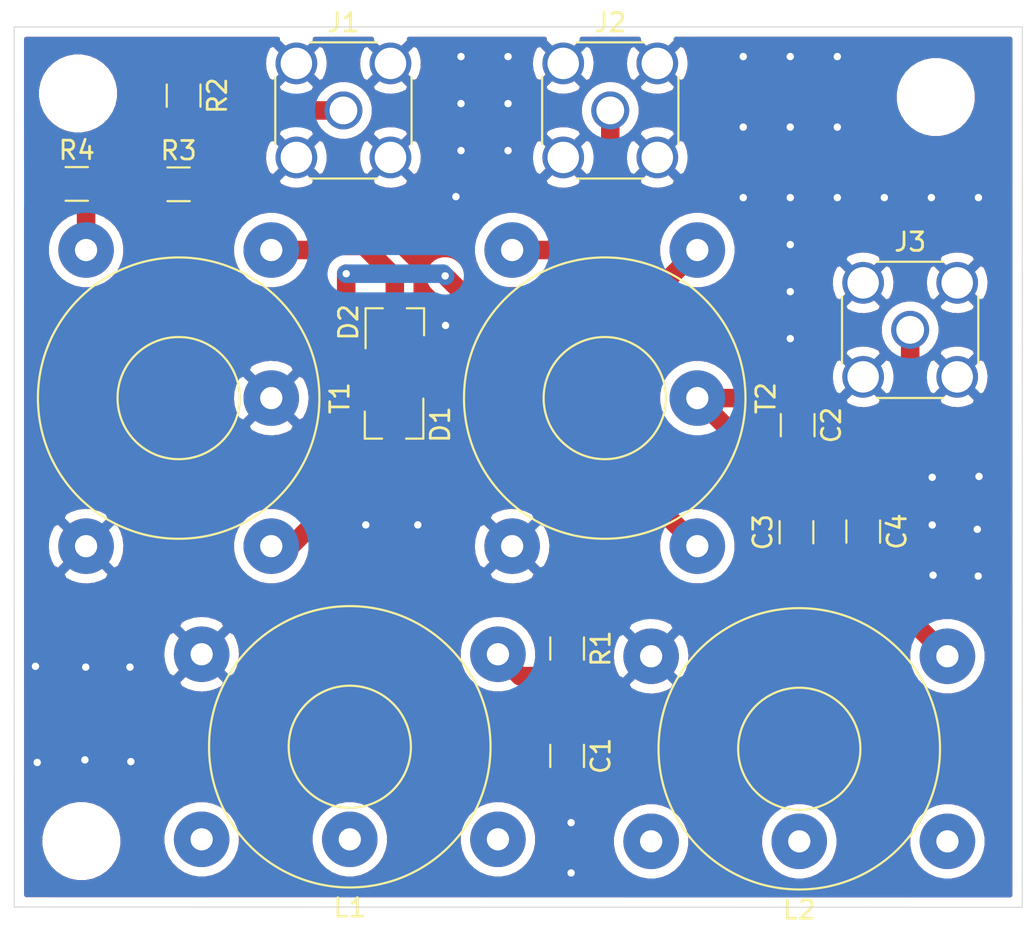
<source format=kicad_pcb>
(kicad_pcb (version 20171130) (host pcbnew "(5.1.5)-3")

  (general
    (thickness 1.6)
    (drawings 4)
    (tracks 98)
    (zones 0)
    (modules 20)
    (nets 13)
  )

  (page A4)
  (layers
    (0 F.Cu signal)
    (31 B.Cu signal)
    (32 B.Adhes user)
    (33 F.Adhes user)
    (34 B.Paste user)
    (35 F.Paste user)
    (36 B.SilkS user)
    (37 F.SilkS user)
    (38 B.Mask user)
    (39 F.Mask user)
    (40 Dwgs.User user)
    (41 Cmts.User user)
    (42 Eco1.User user)
    (43 Eco2.User user)
    (44 Edge.Cuts user)
    (45 Margin user)
    (46 B.CrtYd user)
    (47 F.CrtYd user)
    (48 B.Fab user)
    (49 F.Fab user)
  )

  (setup
    (last_trace_width 1)
    (trace_clearance 0.5)
    (zone_clearance 0.508)
    (zone_45_only no)
    (trace_min 0.2)
    (via_size 0.8)
    (via_drill 0.4)
    (via_min_size 0.4)
    (via_min_drill 0.3)
    (uvia_size 0.3)
    (uvia_drill 0.1)
    (uvias_allowed no)
    (uvia_min_size 0.2)
    (uvia_min_drill 0.1)
    (edge_width 0.05)
    (segment_width 0.2)
    (pcb_text_width 0.3)
    (pcb_text_size 1.5 1.5)
    (mod_edge_width 0.12)
    (mod_text_size 1 1)
    (mod_text_width 0.15)
    (pad_size 3 3)
    (pad_drill 1.2)
    (pad_to_mask_clearance 0.051)
    (solder_mask_min_width 0.25)
    (aux_axis_origin 0 0)
    (visible_elements 7FFFFFFF)
    (pcbplotparams
      (layerselection 0x010fc_ffffffff)
      (usegerberextensions false)
      (usegerberattributes false)
      (usegerberadvancedattributes false)
      (creategerberjobfile false)
      (excludeedgelayer true)
      (linewidth 0.100000)
      (plotframeref false)
      (viasonmask false)
      (mode 1)
      (useauxorigin false)
      (hpglpennumber 1)
      (hpglpenspeed 20)
      (hpglpendiameter 15.000000)
      (psnegative false)
      (psa4output false)
      (plotreference true)
      (plotvalue true)
      (plotinvisibletext false)
      (padsonsilk false)
      (subtractmaskfromsilk false)
      (outputformat 1)
      (mirror false)
      (drillshape 0)
      (scaleselection 1)
      (outputdirectory "gerber/"))
  )

  (net 0 "")
  (net 1 GND)
  (net 2 "Net-(J2-Pad1)")
  (net 3 "Net-(C1-Pad1)")
  (net 4 "Net-(C2-Pad2)")
  (net 5 "Net-(C2-Pad1)")
  (net 6 "Net-(D1-Pad1)")
  (net 7 "Net-(D1-Pad2)")
  (net 8 "Net-(D1-Pad3)")
  (net 9 "Net-(D2-Pad3)")
  (net 10 "Net-(J1-Pad1)")
  (net 11 "Net-(C4-Pad1)")
  (net 12 "Net-(R3-Pad1)")

  (net_class Default "Dit is de standaard class."
    (clearance 0.5)
    (trace_width 1)
    (via_dia 0.8)
    (via_drill 0.4)
    (uvia_dia 0.3)
    (uvia_drill 0.1)
    (add_net GND)
    (add_net "Net-(C1-Pad1)")
    (add_net "Net-(C2-Pad1)")
    (add_net "Net-(C2-Pad2)")
    (add_net "Net-(C4-Pad1)")
    (add_net "Net-(D1-Pad1)")
    (add_net "Net-(D1-Pad2)")
    (add_net "Net-(D1-Pad3)")
    (add_net "Net-(D2-Pad3)")
    (add_net "Net-(J1-Pad1)")
    (add_net "Net-(J2-Pad1)")
    (add_net "Net-(R3-Pad1)")
  )

  (net_class Thin ""
    (clearance 0.2)
    (trace_width 0.5)
    (via_dia 0.8)
    (via_drill 0.4)
    (uvia_dia 0.3)
    (uvia_drill 0.1)
  )

  (module Resistor_SMD:R_1206_3216Metric_Pad1.42x1.75mm_HandSolder (layer F.Cu) (tedit 5B301BBD) (tstamp 5F4F75DE)
    (at 63.07 83.08)
    (descr "Resistor SMD 1206 (3216 Metric), square (rectangular) end terminal, IPC_7351 nominal with elongated pad for handsoldering. (Body size source: http://www.tortai-tech.com/upload/download/2011102023233369053.pdf), generated with kicad-footprint-generator")
    (tags "resistor handsolder")
    (path /5F4FA755)
    (attr smd)
    (fp_text reference R4 (at 0 -1.82) (layer F.SilkS)
      (effects (font (size 1 1) (thickness 0.15)))
    )
    (fp_text value 150 (at 0 1.82) (layer F.Fab)
      (effects (font (size 1 1) (thickness 0.15)))
    )
    (fp_text user %R (at 0 0) (layer F.Fab)
      (effects (font (size 0.8 0.8) (thickness 0.12)))
    )
    (fp_line (start 2.45 1.12) (end -2.45 1.12) (layer F.CrtYd) (width 0.05))
    (fp_line (start 2.45 -1.12) (end 2.45 1.12) (layer F.CrtYd) (width 0.05))
    (fp_line (start -2.45 -1.12) (end 2.45 -1.12) (layer F.CrtYd) (width 0.05))
    (fp_line (start -2.45 1.12) (end -2.45 -1.12) (layer F.CrtYd) (width 0.05))
    (fp_line (start -0.602064 0.91) (end 0.602064 0.91) (layer F.SilkS) (width 0.12))
    (fp_line (start -0.602064 -0.91) (end 0.602064 -0.91) (layer F.SilkS) (width 0.12))
    (fp_line (start 1.6 0.8) (end -1.6 0.8) (layer F.Fab) (width 0.1))
    (fp_line (start 1.6 -0.8) (end 1.6 0.8) (layer F.Fab) (width 0.1))
    (fp_line (start -1.6 -0.8) (end 1.6 -0.8) (layer F.Fab) (width 0.1))
    (fp_line (start -1.6 0.8) (end -1.6 -0.8) (layer F.Fab) (width 0.1))
    (pad 2 smd roundrect (at 1.4875 0) (size 1.425 1.75) (layers F.Cu F.Paste F.Mask) (roundrect_rratio 0.175439)
      (net 12 "Net-(R3-Pad1)"))
    (pad 1 smd roundrect (at -1.4875 0) (size 1.425 1.75) (layers F.Cu F.Paste F.Mask) (roundrect_rratio 0.175439)
      (net 1 GND))
    (model ${KISYS3DMOD}/Resistor_SMD.3dshapes/R_1206_3216Metric.wrl
      (at (xyz 0 0 0))
      (scale (xyz 1 1 1))
      (rotate (xyz 0 0 0))
    )
  )

  (module Resistor_SMD:R_1206_3216Metric_Pad1.42x1.75mm_HandSolder (layer F.Cu) (tedit 5B301BBD) (tstamp 5F4F75CD)
    (at 68.57 83.1)
    (descr "Resistor SMD 1206 (3216 Metric), square (rectangular) end terminal, IPC_7351 nominal with elongated pad for handsoldering. (Body size source: http://www.tortai-tech.com/upload/download/2011102023233369053.pdf), generated with kicad-footprint-generator")
    (tags "resistor handsolder")
    (path /5F4F881A)
    (attr smd)
    (fp_text reference R3 (at 0 -1.82) (layer F.SilkS)
      (effects (font (size 1 1) (thickness 0.15)))
    )
    (fp_text value 33 (at 0 1.82) (layer F.Fab)
      (effects (font (size 1 1) (thickness 0.15)))
    )
    (fp_text user %R (at 0 0) (layer F.Fab)
      (effects (font (size 0.8 0.8) (thickness 0.12)))
    )
    (fp_line (start 2.45 1.12) (end -2.45 1.12) (layer F.CrtYd) (width 0.05))
    (fp_line (start 2.45 -1.12) (end 2.45 1.12) (layer F.CrtYd) (width 0.05))
    (fp_line (start -2.45 -1.12) (end 2.45 -1.12) (layer F.CrtYd) (width 0.05))
    (fp_line (start -2.45 1.12) (end -2.45 -1.12) (layer F.CrtYd) (width 0.05))
    (fp_line (start -0.602064 0.91) (end 0.602064 0.91) (layer F.SilkS) (width 0.12))
    (fp_line (start -0.602064 -0.91) (end 0.602064 -0.91) (layer F.SilkS) (width 0.12))
    (fp_line (start 1.6 0.8) (end -1.6 0.8) (layer F.Fab) (width 0.1))
    (fp_line (start 1.6 -0.8) (end 1.6 0.8) (layer F.Fab) (width 0.1))
    (fp_line (start -1.6 -0.8) (end 1.6 -0.8) (layer F.Fab) (width 0.1))
    (fp_line (start -1.6 0.8) (end -1.6 -0.8) (layer F.Fab) (width 0.1))
    (pad 2 smd roundrect (at 1.4875 0) (size 1.425 1.75) (layers F.Cu F.Paste F.Mask) (roundrect_rratio 0.175439)
      (net 10 "Net-(J1-Pad1)"))
    (pad 1 smd roundrect (at -1.4875 0) (size 1.425 1.75) (layers F.Cu F.Paste F.Mask) (roundrect_rratio 0.175439)
      (net 12 "Net-(R3-Pad1)"))
    (model ${KISYS3DMOD}/Resistor_SMD.3dshapes/R_1206_3216Metric.wrl
      (at (xyz 0 0 0))
      (scale (xyz 1 1 1))
      (rotate (xyz 0 0 0))
    )
  )

  (module Resistor_SMD:R_1206_3216Metric_Pad1.42x1.75mm_HandSolder (layer F.Cu) (tedit 5B301BBD) (tstamp 5F4F75BC)
    (at 68.84 78.31 270)
    (descr "Resistor SMD 1206 (3216 Metric), square (rectangular) end terminal, IPC_7351 nominal with elongated pad for handsoldering. (Body size source: http://www.tortai-tech.com/upload/download/2011102023233369053.pdf), generated with kicad-footprint-generator")
    (tags "resistor handsolder")
    (path /5F4FA3D5)
    (attr smd)
    (fp_text reference R2 (at 0 -1.82 90) (layer F.SilkS)
      (effects (font (size 1 1) (thickness 0.15)))
    )
    (fp_text value 150 (at 0 1.82 90) (layer F.Fab)
      (effects (font (size 1 1) (thickness 0.15)))
    )
    (fp_text user %R (at 0 0 90) (layer F.Fab)
      (effects (font (size 0.8 0.8) (thickness 0.12)))
    )
    (fp_line (start 2.45 1.12) (end -2.45 1.12) (layer F.CrtYd) (width 0.05))
    (fp_line (start 2.45 -1.12) (end 2.45 1.12) (layer F.CrtYd) (width 0.05))
    (fp_line (start -2.45 -1.12) (end 2.45 -1.12) (layer F.CrtYd) (width 0.05))
    (fp_line (start -2.45 1.12) (end -2.45 -1.12) (layer F.CrtYd) (width 0.05))
    (fp_line (start -0.602064 0.91) (end 0.602064 0.91) (layer F.SilkS) (width 0.12))
    (fp_line (start -0.602064 -0.91) (end 0.602064 -0.91) (layer F.SilkS) (width 0.12))
    (fp_line (start 1.6 0.8) (end -1.6 0.8) (layer F.Fab) (width 0.1))
    (fp_line (start 1.6 -0.8) (end 1.6 0.8) (layer F.Fab) (width 0.1))
    (fp_line (start -1.6 -0.8) (end 1.6 -0.8) (layer F.Fab) (width 0.1))
    (fp_line (start -1.6 0.8) (end -1.6 -0.8) (layer F.Fab) (width 0.1))
    (pad 2 smd roundrect (at 1.4875 0 270) (size 1.425 1.75) (layers F.Cu F.Paste F.Mask) (roundrect_rratio 0.175439)
      (net 10 "Net-(J1-Pad1)"))
    (pad 1 smd roundrect (at -1.4875 0 270) (size 1.425 1.75) (layers F.Cu F.Paste F.Mask) (roundrect_rratio 0.175439)
      (net 1 GND))
    (model ${KISYS3DMOD}/Resistor_SMD.3dshapes/R_1206_3216Metric.wrl
      (at (xyz 0 0 0))
      (scale (xyz 1 1 1))
      (rotate (xyz 0 0 0))
    )
  )

  (module MountingHole:MountingHole_3.2mm_M3 (layer F.Cu) (tedit 56D1B4CB) (tstamp 5F2ED5BB)
    (at 63.31966 118.58752)
    (descr "Mounting Hole 3.2mm, no annular, M3")
    (tags "mounting hole 3.2mm no annular m3")
    (attr virtual)
    (fp_text reference " " (at 0 -4.2) (layer F.SilkS)
      (effects (font (size 1 1) (thickness 0.15)))
    )
    (fp_text value " " (at 0 4.2) (layer F.Fab)
      (effects (font (size 1 1) (thickness 0.15)))
    )
    (fp_circle (center 0 0) (end 3.45 0) (layer F.CrtYd) (width 0.05))
    (fp_circle (center 0 0) (end 3.2 0) (layer Cmts.User) (width 0.15))
    (fp_text user %R (at 0.3 0) (layer F.Fab)
      (effects (font (size 1 1) (thickness 0.15)))
    )
    (pad 1 np_thru_hole circle (at 0 0) (size 3.2 3.2) (drill 3.2) (layers *.Cu *.Mask))
  )

  (module MountingHole:MountingHole_3.2mm_M3 (layer F.Cu) (tedit 56D1B4CB) (tstamp 5F2ED5AD)
    (at 63.13932 78.19136)
    (descr "Mounting Hole 3.2mm, no annular, M3")
    (tags "mounting hole 3.2mm no annular m3")
    (attr virtual)
    (fp_text reference " " (at 0 -4.2) (layer F.SilkS)
      (effects (font (size 1 1) (thickness 0.15)))
    )
    (fp_text value " " (at 0 4.2) (layer F.Fab)
      (effects (font (size 1 1) (thickness 0.15)))
    )
    (fp_text user %R (at 0.3 0) (layer F.Fab)
      (effects (font (size 1 1) (thickness 0.15)))
    )
    (fp_circle (center 0 0) (end 3.2 0) (layer Cmts.User) (width 0.15))
    (fp_circle (center 0 0) (end 3.45 0) (layer F.CrtYd) (width 0.05))
    (pad 1 np_thru_hole circle (at 0 0) (size 3.2 3.2) (drill 3.2) (layers *.Cu *.Mask))
  )

  (module MountingHole:MountingHole_3.2mm_M3 (layer F.Cu) (tedit 56D1B4CB) (tstamp 5F2ED3D4)
    (at 109.45622 78.38694)
    (descr "Mounting Hole 3.2mm, no annular, M3")
    (tags "mounting hole 3.2mm no annular m3")
    (attr virtual)
    (fp_text reference " " (at 0 -4.2) (layer F.SilkS)
      (effects (font (size 1 1) (thickness 0.15)))
    )
    (fp_text value " " (at 0 4.2) (layer F.Fab)
      (effects (font (size 1 1) (thickness 0.15)))
    )
    (fp_circle (center 0 0) (end 3.45 0) (layer F.CrtYd) (width 0.05))
    (fp_circle (center 0 0) (end 3.2 0) (layer Cmts.User) (width 0.15))
    (fp_text user %R (at 0.3 0) (layer F.Fab)
      (effects (font (size 1 1) (thickness 0.15)))
    )
    (pad 1 np_thru_hole circle (at 0 0) (size 3.2 3.2) (drill 3.2) (layers *.Cu *.Mask))
  )

  (module Capacitor_SMD:C_1206_3216Metric_Pad1.42x1.75mm_HandSolder (layer F.Cu) (tedit 5B301BBE) (tstamp 5F2E7A27)
    (at 105.53954 101.86162 270)
    (descr "Capacitor SMD 1206 (3216 Metric), square (rectangular) end terminal, IPC_7351 nominal with elongated pad for handsoldering. (Body size source: http://www.tortai-tech.com/upload/download/2011102023233369053.pdf), generated with kicad-footprint-generator")
    (tags "capacitor handsolder")
    (path /5E81F9C2)
    (attr smd)
    (fp_text reference C4 (at 0 -1.82 90) (layer F.SilkS)
      (effects (font (size 1 1) (thickness 0.15)))
    )
    (fp_text value 50p (at 0 1.82 90) (layer F.Fab)
      (effects (font (size 1 1) (thickness 0.15)))
    )
    (fp_text user %R (at 0 0 90) (layer F.Fab)
      (effects (font (size 0.8 0.8) (thickness 0.12)))
    )
    (fp_line (start 2.45 1.12) (end -2.45 1.12) (layer F.CrtYd) (width 0.05))
    (fp_line (start 2.45 -1.12) (end 2.45 1.12) (layer F.CrtYd) (width 0.05))
    (fp_line (start -2.45 -1.12) (end 2.45 -1.12) (layer F.CrtYd) (width 0.05))
    (fp_line (start -2.45 1.12) (end -2.45 -1.12) (layer F.CrtYd) (width 0.05))
    (fp_line (start -0.602064 0.91) (end 0.602064 0.91) (layer F.SilkS) (width 0.12))
    (fp_line (start -0.602064 -0.91) (end 0.602064 -0.91) (layer F.SilkS) (width 0.12))
    (fp_line (start 1.6 0.8) (end -1.6 0.8) (layer F.Fab) (width 0.1))
    (fp_line (start 1.6 -0.8) (end 1.6 0.8) (layer F.Fab) (width 0.1))
    (fp_line (start -1.6 -0.8) (end 1.6 -0.8) (layer F.Fab) (width 0.1))
    (fp_line (start -1.6 0.8) (end -1.6 -0.8) (layer F.Fab) (width 0.1))
    (pad 2 smd roundrect (at 1.4875 0 270) (size 1.425 1.75) (layers F.Cu F.Paste F.Mask) (roundrect_rratio 0.175439)
      (net 4 "Net-(C2-Pad2)"))
    (pad 1 smd roundrect (at -1.4875 0 270) (size 1.425 1.75) (layers F.Cu F.Paste F.Mask) (roundrect_rratio 0.175439)
      (net 11 "Net-(C4-Pad1)"))
    (model ${KISYS3DMOD}/Capacitor_SMD.3dshapes/C_1206_3216Metric.wrl
      (at (xyz 0 0 0))
      (scale (xyz 1 1 1))
      (rotate (xyz 0 0 0))
    )
  )

  (module Capacitor_SMD:C_1206_3216Metric_Pad1.42x1.75mm_HandSolder (layer F.Cu) (tedit 5B301BBE) (tstamp 5F2E7A16)
    (at 101.93528 101.90226 90)
    (descr "Capacitor SMD 1206 (3216 Metric), square (rectangular) end terminal, IPC_7351 nominal with elongated pad for handsoldering. (Body size source: http://www.tortai-tech.com/upload/download/2011102023233369053.pdf), generated with kicad-footprint-generator")
    (tags "capacitor handsolder")
    (path /5F2EC26B)
    (attr smd)
    (fp_text reference C3 (at 0 -1.82 90) (layer F.SilkS)
      (effects (font (size 1 1) (thickness 0.15)))
    )
    (fp_text value 50p (at 0 1.82 90) (layer F.Fab)
      (effects (font (size 1 1) (thickness 0.15)))
    )
    (fp_text user %R (at 0 0 90) (layer F.Fab)
      (effects (font (size 0.8 0.8) (thickness 0.12)))
    )
    (fp_line (start 2.45 1.12) (end -2.45 1.12) (layer F.CrtYd) (width 0.05))
    (fp_line (start 2.45 -1.12) (end 2.45 1.12) (layer F.CrtYd) (width 0.05))
    (fp_line (start -2.45 -1.12) (end 2.45 -1.12) (layer F.CrtYd) (width 0.05))
    (fp_line (start -2.45 1.12) (end -2.45 -1.12) (layer F.CrtYd) (width 0.05))
    (fp_line (start -0.602064 0.91) (end 0.602064 0.91) (layer F.SilkS) (width 0.12))
    (fp_line (start -0.602064 -0.91) (end 0.602064 -0.91) (layer F.SilkS) (width 0.12))
    (fp_line (start 1.6 0.8) (end -1.6 0.8) (layer F.Fab) (width 0.1))
    (fp_line (start 1.6 -0.8) (end 1.6 0.8) (layer F.Fab) (width 0.1))
    (fp_line (start -1.6 -0.8) (end 1.6 -0.8) (layer F.Fab) (width 0.1))
    (fp_line (start -1.6 0.8) (end -1.6 -0.8) (layer F.Fab) (width 0.1))
    (pad 2 smd roundrect (at 1.4875 0 90) (size 1.425 1.75) (layers F.Cu F.Paste F.Mask) (roundrect_rratio 0.175439)
      (net 4 "Net-(C2-Pad2)"))
    (pad 1 smd roundrect (at -1.4875 0 90) (size 1.425 1.75) (layers F.Cu F.Paste F.Mask) (roundrect_rratio 0.175439)
      (net 1 GND))
    (model ${KISYS3DMOD}/Capacitor_SMD.3dshapes/C_1206_3216Metric.wrl
      (at (xyz 0 0 0))
      (scale (xyz 1 1 1))
      (rotate (xyz 0 0 0))
    )
  )

  (module Capacitor_SMD:C_1206_3216Metric_Pad1.42x1.75mm_HandSolder (layer F.Cu) (tedit 5B301BBE) (tstamp 5E809F8C)
    (at 89.55024 113.98504 270)
    (descr "Capacitor SMD 1206 (3216 Metric), square (rectangular) end terminal, IPC_7351 nominal with elongated pad for handsoldering. (Body size source: http://www.tortai-tech.com/upload/download/2011102023233369053.pdf), generated with kicad-footprint-generator")
    (tags "capacitor handsolder")
    (path /5E8192B2)
    (attr smd)
    (fp_text reference C1 (at 0 -1.82 90) (layer F.SilkS)
      (effects (font (size 1 1) (thickness 0.15)))
    )
    (fp_text value 157p (at 0 1.82 90) (layer F.Fab)
      (effects (font (size 1 1) (thickness 0.15)))
    )
    (fp_line (start -1.6 0.8) (end -1.6 -0.8) (layer F.Fab) (width 0.1))
    (fp_line (start -1.6 -0.8) (end 1.6 -0.8) (layer F.Fab) (width 0.1))
    (fp_line (start 1.6 -0.8) (end 1.6 0.8) (layer F.Fab) (width 0.1))
    (fp_line (start 1.6 0.8) (end -1.6 0.8) (layer F.Fab) (width 0.1))
    (fp_line (start -0.602064 -0.91) (end 0.602064 -0.91) (layer F.SilkS) (width 0.12))
    (fp_line (start -0.602064 0.91) (end 0.602064 0.91) (layer F.SilkS) (width 0.12))
    (fp_line (start -2.45 1.12) (end -2.45 -1.12) (layer F.CrtYd) (width 0.05))
    (fp_line (start -2.45 -1.12) (end 2.45 -1.12) (layer F.CrtYd) (width 0.05))
    (fp_line (start 2.45 -1.12) (end 2.45 1.12) (layer F.CrtYd) (width 0.05))
    (fp_line (start 2.45 1.12) (end -2.45 1.12) (layer F.CrtYd) (width 0.05))
    (fp_text user %R (at 0 0 90) (layer F.Fab)
      (effects (font (size 0.8 0.8) (thickness 0.12)))
    )
    (pad 1 smd roundrect (at -1.4875 0 270) (size 1.425 1.75) (layers F.Cu F.Paste F.Mask) (roundrect_rratio 0.175439)
      (net 3 "Net-(C1-Pad1)"))
    (pad 2 smd roundrect (at 1.4875 0 270) (size 1.425 1.75) (layers F.Cu F.Paste F.Mask) (roundrect_rratio 0.175439)
      (net 1 GND))
    (model ${KISYS3DMOD}/Capacitor_SMD.3dshapes/C_1206_3216Metric.wrl
      (at (xyz 0 0 0))
      (scale (xyz 1 1 1))
      (rotate (xyz 0 0 0))
    )
  )

  (module Capacitor_SMD:C_1206_3216Metric_Pad1.42x1.75mm_HandSolder (layer F.Cu) (tedit 5B301BBE) (tstamp 5E809F9D)
    (at 101.99878 96.1136 270)
    (descr "Capacitor SMD 1206 (3216 Metric), square (rectangular) end terminal, IPC_7351 nominal with elongated pad for handsoldering. (Body size source: http://www.tortai-tech.com/upload/download/2011102023233369053.pdf), generated with kicad-footprint-generator")
    (tags "capacitor handsolder")
    (path /5E8192E1)
    (attr smd)
    (fp_text reference C2 (at 0 -1.82 90) (layer F.SilkS)
      (effects (font (size 1 1) (thickness 0.15)))
    )
    (fp_text value 50p (at 0 1.82 90) (layer F.Fab)
      (effects (font (size 1 1) (thickness 0.15)))
    )
    (fp_text user %R (at 0 0 90) (layer F.Fab)
      (effects (font (size 0.8 0.8) (thickness 0.12)))
    )
    (fp_line (start 2.45 1.12) (end -2.45 1.12) (layer F.CrtYd) (width 0.05))
    (fp_line (start 2.45 -1.12) (end 2.45 1.12) (layer F.CrtYd) (width 0.05))
    (fp_line (start -2.45 -1.12) (end 2.45 -1.12) (layer F.CrtYd) (width 0.05))
    (fp_line (start -2.45 1.12) (end -2.45 -1.12) (layer F.CrtYd) (width 0.05))
    (fp_line (start -0.602064 0.91) (end 0.602064 0.91) (layer F.SilkS) (width 0.12))
    (fp_line (start -0.602064 -0.91) (end 0.602064 -0.91) (layer F.SilkS) (width 0.12))
    (fp_line (start 1.6 0.8) (end -1.6 0.8) (layer F.Fab) (width 0.1))
    (fp_line (start 1.6 -0.8) (end 1.6 0.8) (layer F.Fab) (width 0.1))
    (fp_line (start -1.6 -0.8) (end 1.6 -0.8) (layer F.Fab) (width 0.1))
    (fp_line (start -1.6 0.8) (end -1.6 -0.8) (layer F.Fab) (width 0.1))
    (pad 2 smd roundrect (at 1.4875 0 270) (size 1.425 1.75) (layers F.Cu F.Paste F.Mask) (roundrect_rratio 0.175439)
      (net 4 "Net-(C2-Pad2)"))
    (pad 1 smd roundrect (at -1.4875 0 270) (size 1.425 1.75) (layers F.Cu F.Paste F.Mask) (roundrect_rratio 0.175439)
      (net 5 "Net-(C2-Pad1)"))
    (model ${KISYS3DMOD}/Capacitor_SMD.3dshapes/C_1206_3216Metric.wrl
      (at (xyz 0 0 0))
      (scale (xyz 1 1 1))
      (rotate (xyz 0 0 0))
    )
  )

  (module Package_TO_SOT_SMD:SOT-23 (layer F.Cu) (tedit 5A02FF57) (tstamp 5E809FB2)
    (at 80.20558 96.08058 270)
    (descr "SOT-23, Standard")
    (tags SOT-23)
    (path /5E2F78B9)
    (attr smd)
    (fp_text reference D1 (at 0 -2.5 90) (layer F.SilkS)
      (effects (font (size 1 1) (thickness 0.15)))
    )
    (fp_text value BAT54S (at 0 2.5 90) (layer F.Fab)
      (effects (font (size 1 1) (thickness 0.15)))
    )
    (fp_text user %R (at 0 0) (layer F.Fab)
      (effects (font (size 0.5 0.5) (thickness 0.075)))
    )
    (fp_line (start -0.7 -0.95) (end -0.7 1.5) (layer F.Fab) (width 0.1))
    (fp_line (start -0.15 -1.52) (end 0.7 -1.52) (layer F.Fab) (width 0.1))
    (fp_line (start -0.7 -0.95) (end -0.15 -1.52) (layer F.Fab) (width 0.1))
    (fp_line (start 0.7 -1.52) (end 0.7 1.52) (layer F.Fab) (width 0.1))
    (fp_line (start -0.7 1.52) (end 0.7 1.52) (layer F.Fab) (width 0.1))
    (fp_line (start 0.76 1.58) (end 0.76 0.65) (layer F.SilkS) (width 0.12))
    (fp_line (start 0.76 -1.58) (end 0.76 -0.65) (layer F.SilkS) (width 0.12))
    (fp_line (start -1.7 -1.75) (end 1.7 -1.75) (layer F.CrtYd) (width 0.05))
    (fp_line (start 1.7 -1.75) (end 1.7 1.75) (layer F.CrtYd) (width 0.05))
    (fp_line (start 1.7 1.75) (end -1.7 1.75) (layer F.CrtYd) (width 0.05))
    (fp_line (start -1.7 1.75) (end -1.7 -1.75) (layer F.CrtYd) (width 0.05))
    (fp_line (start 0.76 -1.58) (end -1.4 -1.58) (layer F.SilkS) (width 0.12))
    (fp_line (start 0.76 1.58) (end -0.7 1.58) (layer F.SilkS) (width 0.12))
    (pad 1 smd rect (at -1 -0.95 270) (size 0.9 0.8) (layers F.Cu F.Paste F.Mask)
      (net 6 "Net-(D1-Pad1)"))
    (pad 2 smd rect (at -1 0.95 270) (size 0.9 0.8) (layers F.Cu F.Paste F.Mask)
      (net 7 "Net-(D1-Pad2)"))
    (pad 3 smd rect (at 1 0 270) (size 0.9 0.8) (layers F.Cu F.Paste F.Mask)
      (net 8 "Net-(D1-Pad3)"))
    (model ${KISYS3DMOD}/Package_TO_SOT_SMD.3dshapes/SOT-23.wrl
      (at (xyz 0 0 0))
      (scale (xyz 1 1 1))
      (rotate (xyz 0 0 0))
    )
  )

  (module Package_TO_SOT_SMD:SOT-23 (layer F.Cu) (tedit 5A02FF57) (tstamp 5E809FC7)
    (at 80.24622 90.55862 90)
    (descr "SOT-23, Standard")
    (tags SOT-23)
    (path /5E2F819D)
    (attr smd)
    (fp_text reference D2 (at 0 -2.5 90) (layer F.SilkS)
      (effects (font (size 1 1) (thickness 0.15)))
    )
    (fp_text value BAT54S (at 0 2.5 90) (layer F.Fab)
      (effects (font (size 1 1) (thickness 0.15)))
    )
    (fp_line (start 0.76 1.58) (end -0.7 1.58) (layer F.SilkS) (width 0.12))
    (fp_line (start 0.76 -1.58) (end -1.4 -1.58) (layer F.SilkS) (width 0.12))
    (fp_line (start -1.7 1.75) (end -1.7 -1.75) (layer F.CrtYd) (width 0.05))
    (fp_line (start 1.7 1.75) (end -1.7 1.75) (layer F.CrtYd) (width 0.05))
    (fp_line (start 1.7 -1.75) (end 1.7 1.75) (layer F.CrtYd) (width 0.05))
    (fp_line (start -1.7 -1.75) (end 1.7 -1.75) (layer F.CrtYd) (width 0.05))
    (fp_line (start 0.76 -1.58) (end 0.76 -0.65) (layer F.SilkS) (width 0.12))
    (fp_line (start 0.76 1.58) (end 0.76 0.65) (layer F.SilkS) (width 0.12))
    (fp_line (start -0.7 1.52) (end 0.7 1.52) (layer F.Fab) (width 0.1))
    (fp_line (start 0.7 -1.52) (end 0.7 1.52) (layer F.Fab) (width 0.1))
    (fp_line (start -0.7 -0.95) (end -0.15 -1.52) (layer F.Fab) (width 0.1))
    (fp_line (start -0.15 -1.52) (end 0.7 -1.52) (layer F.Fab) (width 0.1))
    (fp_line (start -0.7 -0.95) (end -0.7 1.5) (layer F.Fab) (width 0.1))
    (fp_text user %R (at 0 0) (layer F.Fab)
      (effects (font (size 0.5 0.5) (thickness 0.075)))
    )
    (pad 3 smd rect (at 1 0 90) (size 0.9 0.8) (layers F.Cu F.Paste F.Mask)
      (net 9 "Net-(D2-Pad3)"))
    (pad 2 smd rect (at -1 0.95 90) (size 0.9 0.8) (layers F.Cu F.Paste F.Mask)
      (net 6 "Net-(D1-Pad1)"))
    (pad 1 smd rect (at -1 -0.95 90) (size 0.9 0.8) (layers F.Cu F.Paste F.Mask)
      (net 7 "Net-(D1-Pad2)"))
    (model ${KISYS3DMOD}/Package_TO_SOT_SMD.3dshapes/SOT-23.wrl
      (at (xyz 0 0 0))
      (scale (xyz 1 1 1))
      (rotate (xyz 0 0 0))
    )
  )

  (module Connector_Coaxial:SMA_Amphenol_132134_Vertical (layer F.Cu) (tedit 5B2F4DB6) (tstamp 5E809FDE)
    (at 77.47 79.11)
    (descr https://www.amphenolrf.com/downloads/dl/file/id/2187/product/2843/132134_customer_drawing.pdf)
    (tags "SMA THT Female Jack Vertical ExtendedLegs")
    (path /5D11C200)
    (fp_text reference J1 (at 0 -4.75) (layer F.SilkS)
      (effects (font (size 1 1) (thickness 0.15)))
    )
    (fp_text value "LO in " (at 0 5) (layer F.Fab)
      (effects (font (size 1 1) (thickness 0.15)))
    )
    (fp_circle (center 0 0) (end 3.175 0) (layer F.Fab) (width 0.1))
    (fp_line (start 4.17 4.17) (end -4.17 4.17) (layer F.CrtYd) (width 0.05))
    (fp_line (start 4.17 4.17) (end 4.17 -4.17) (layer F.CrtYd) (width 0.05))
    (fp_line (start -4.17 -4.17) (end -4.17 4.17) (layer F.CrtYd) (width 0.05))
    (fp_line (start -4.17 -4.17) (end 4.17 -4.17) (layer F.CrtYd) (width 0.05))
    (fp_line (start -3.5 -3.5) (end 3.5 -3.5) (layer F.Fab) (width 0.1))
    (fp_line (start -3.5 -3.5) (end -3.5 3.5) (layer F.Fab) (width 0.1))
    (fp_line (start -3.5 3.5) (end 3.5 3.5) (layer F.Fab) (width 0.1))
    (fp_line (start 3.5 -3.5) (end 3.5 3.5) (layer F.Fab) (width 0.1))
    (fp_line (start -3.68 -1.8) (end -3.68 1.8) (layer F.SilkS) (width 0.12))
    (fp_line (start 3.68 -1.8) (end 3.68 1.8) (layer F.SilkS) (width 0.12))
    (fp_line (start -1.8 3.68) (end 1.8 3.68) (layer F.SilkS) (width 0.12))
    (fp_line (start -1.8 -3.68) (end 1.8 -3.68) (layer F.SilkS) (width 0.12))
    (fp_text user %R (at 0 0) (layer F.Fab)
      (effects (font (size 1 1) (thickness 0.15)))
    )
    (pad 1 thru_hole circle (at 0 0) (size 2.05 2.05) (drill 1.5) (layers *.Cu *.Mask)
      (net 10 "Net-(J1-Pad1)"))
    (pad 2 thru_hole circle (at 2.54 2.54) (size 2.25 2.25) (drill 1.7) (layers *.Cu *.Mask)
      (net 1 GND))
    (pad 2 thru_hole circle (at 2.54 -2.54) (size 2.25 2.25) (drill 1.7) (layers *.Cu *.Mask)
      (net 1 GND))
    (pad 2 thru_hole circle (at -2.54 -2.54) (size 2.25 2.25) (drill 1.7) (layers *.Cu *.Mask)
      (net 1 GND))
    (pad 2 thru_hole circle (at -2.54 2.54) (size 2.25 2.25) (drill 1.7) (layers *.Cu *.Mask)
      (net 1 GND))
    (model ${KISYS3DMOD}/Connector_Coaxial.3dshapes/SMA_Amphenol_132134_Vertical.wrl
      (at (xyz 0 0 0))
      (scale (xyz 1 1 1))
      (rotate (xyz 0 0 0))
    )
  )

  (module Connector_Coaxial:SMA_Amphenol_132134_Vertical (layer F.Cu) (tedit 5B2F4DB6) (tstamp 5E809FF5)
    (at 91.88 79.11)
    (descr https://www.amphenolrf.com/downloads/dl/file/id/2187/product/2843/132134_customer_drawing.pdf)
    (tags "SMA THT Female Jack Vertical ExtendedLegs")
    (path /5E878D51)
    (fp_text reference J2 (at 0 -4.75) (layer F.SilkS)
      (effects (font (size 1 1) (thickness 0.15)))
    )
    (fp_text value "RF in" (at 0 5) (layer F.Fab)
      (effects (font (size 1 1) (thickness 0.15)))
    )
    (fp_text user %R (at 0 0) (layer F.Fab)
      (effects (font (size 1 1) (thickness 0.15)))
    )
    (fp_line (start -1.8 -3.68) (end 1.8 -3.68) (layer F.SilkS) (width 0.12))
    (fp_line (start -1.8 3.68) (end 1.8 3.68) (layer F.SilkS) (width 0.12))
    (fp_line (start 3.68 -1.8) (end 3.68 1.8) (layer F.SilkS) (width 0.12))
    (fp_line (start -3.68 -1.8) (end -3.68 1.8) (layer F.SilkS) (width 0.12))
    (fp_line (start 3.5 -3.5) (end 3.5 3.5) (layer F.Fab) (width 0.1))
    (fp_line (start -3.5 3.5) (end 3.5 3.5) (layer F.Fab) (width 0.1))
    (fp_line (start -3.5 -3.5) (end -3.5 3.5) (layer F.Fab) (width 0.1))
    (fp_line (start -3.5 -3.5) (end 3.5 -3.5) (layer F.Fab) (width 0.1))
    (fp_line (start -4.17 -4.17) (end 4.17 -4.17) (layer F.CrtYd) (width 0.05))
    (fp_line (start -4.17 -4.17) (end -4.17 4.17) (layer F.CrtYd) (width 0.05))
    (fp_line (start 4.17 4.17) (end 4.17 -4.17) (layer F.CrtYd) (width 0.05))
    (fp_line (start 4.17 4.17) (end -4.17 4.17) (layer F.CrtYd) (width 0.05))
    (fp_circle (center 0 0) (end 3.175 0) (layer F.Fab) (width 0.1))
    (pad 2 thru_hole circle (at -2.54 2.54) (size 2.25 2.25) (drill 1.7) (layers *.Cu *.Mask)
      (net 1 GND))
    (pad 2 thru_hole circle (at -2.54 -2.54) (size 2.25 2.25) (drill 1.7) (layers *.Cu *.Mask)
      (net 1 GND))
    (pad 2 thru_hole circle (at 2.54 -2.54) (size 2.25 2.25) (drill 1.7) (layers *.Cu *.Mask)
      (net 1 GND))
    (pad 2 thru_hole circle (at 2.54 2.54) (size 2.25 2.25) (drill 1.7) (layers *.Cu *.Mask)
      (net 1 GND))
    (pad 1 thru_hole circle (at 0 0) (size 2.05 2.05) (drill 1.5) (layers *.Cu *.Mask)
      (net 2 "Net-(J2-Pad1)"))
    (model ${KISYS3DMOD}/Connector_Coaxial.3dshapes/SMA_Amphenol_132134_Vertical.wrl
      (at (xyz 0 0 0))
      (scale (xyz 1 1 1))
      (rotate (xyz 0 0 0))
    )
  )

  (module Connector_Coaxial:SMA_Amphenol_132134_Vertical (layer F.Cu) (tedit 5B2F4DB6) (tstamp 5E80A00C)
    (at 108.07446 90.96502)
    (descr https://www.amphenolrf.com/downloads/dl/file/id/2187/product/2843/132134_customer_drawing.pdf)
    (tags "SMA THT Female Jack Vertical ExtendedLegs")
    (path /5E7C50ED)
    (fp_text reference J3 (at 0 -4.75) (layer F.SilkS)
      (effects (font (size 1 1) (thickness 0.15)))
    )
    (fp_text value "IF out" (at 0 5) (layer F.Fab)
      (effects (font (size 1 1) (thickness 0.15)))
    )
    (fp_circle (center 0 0) (end 3.175 0) (layer F.Fab) (width 0.1))
    (fp_line (start 4.17 4.17) (end -4.17 4.17) (layer F.CrtYd) (width 0.05))
    (fp_line (start 4.17 4.17) (end 4.17 -4.17) (layer F.CrtYd) (width 0.05))
    (fp_line (start -4.17 -4.17) (end -4.17 4.17) (layer F.CrtYd) (width 0.05))
    (fp_line (start -4.17 -4.17) (end 4.17 -4.17) (layer F.CrtYd) (width 0.05))
    (fp_line (start -3.5 -3.5) (end 3.5 -3.5) (layer F.Fab) (width 0.1))
    (fp_line (start -3.5 -3.5) (end -3.5 3.5) (layer F.Fab) (width 0.1))
    (fp_line (start -3.5 3.5) (end 3.5 3.5) (layer F.Fab) (width 0.1))
    (fp_line (start 3.5 -3.5) (end 3.5 3.5) (layer F.Fab) (width 0.1))
    (fp_line (start -3.68 -1.8) (end -3.68 1.8) (layer F.SilkS) (width 0.12))
    (fp_line (start 3.68 -1.8) (end 3.68 1.8) (layer F.SilkS) (width 0.12))
    (fp_line (start -1.8 3.68) (end 1.8 3.68) (layer F.SilkS) (width 0.12))
    (fp_line (start -1.8 -3.68) (end 1.8 -3.68) (layer F.SilkS) (width 0.12))
    (fp_text user %R (at 0 0) (layer F.Fab)
      (effects (font (size 1 1) (thickness 0.15)))
    )
    (pad 1 thru_hole circle (at 0 0) (size 2.05 2.05) (drill 1.5) (layers *.Cu *.Mask)
      (net 11 "Net-(C4-Pad1)"))
    (pad 2 thru_hole circle (at 2.54 2.54) (size 2.25 2.25) (drill 1.7) (layers *.Cu *.Mask)
      (net 1 GND))
    (pad 2 thru_hole circle (at 2.54 -2.54) (size 2.25 2.25) (drill 1.7) (layers *.Cu *.Mask)
      (net 1 GND))
    (pad 2 thru_hole circle (at -2.54 -2.54) (size 2.25 2.25) (drill 1.7) (layers *.Cu *.Mask)
      (net 1 GND))
    (pad 2 thru_hole circle (at -2.54 2.54) (size 2.25 2.25) (drill 1.7) (layers *.Cu *.Mask)
      (net 1 GND))
    (model ${KISYS3DMOD}/Connector_Coaxial.3dshapes/SMA_Amphenol_132134_Vertical.wrl
      (at (xyz 0 0 0))
      (scale (xyz 1 1 1))
      (rotate (xyz 0 0 0))
    )
  )

  (module Transformer_THT:Transformer_Toroid_Horizontal_3S_D14.0mm_Amidon-T50 (layer F.Cu) (tedit 5F2E78A0) (tstamp 5E80A031)
    (at 85.8139 108.49102 180)
    (descr "Transformer, Toroid, horizontal, laying, Diameter 14mm, Amidon T50,")
    (tags "Transformer Toroid horizontal laying Diameter 14mm Amidon T50 ")
    (path /5E8192A8)
    (fp_text reference L1 (at 8 -13.7) (layer F.SilkS)
      (effects (font (size 1 1) (thickness 0.15)))
    )
    (fp_text value 2u (at 8 3.8) (layer F.Fab)
      (effects (font (size 1 1) (thickness 0.15)))
    )
    (fp_text user %R (at 8 -5) (layer F.Fab)
      (effects (font (size 1 1) (thickness 0.15)))
    )
    (fp_line (start 1.6 -1.1) (end 5 -3.1) (layer F.Fab) (width 0.1))
    (fp_line (start 5 -3.1) (end 2.9 0.4) (layer F.Fab) (width 0.1))
    (fp_line (start 2.9 0.4) (end 6.3 -1.9) (layer F.Fab) (width 0.1))
    (fp_line (start 6.3 -1.9) (end 6 2.2) (layer F.Fab) (width 0.1))
    (fp_line (start 6 2.2) (end 8.3 -1.6) (layer F.Fab) (width 0.1))
    (fp_line (start 8.3 -1.6) (end 10.2 2) (layer F.Fab) (width 0.1))
    (fp_line (start 10.2 2) (end 10.2 -2.3) (layer F.Fab) (width 0.1))
    (fp_line (start 10.2 -2.3) (end 13.9 -1) (layer F.Fab) (width 0.1))
    (fp_line (start 13.9 -1) (end 14.2 -0.9) (layer F.Fab) (width 0.1))
    (fp_line (start 1.6 -8.9) (end 5.2 -7) (layer F.Fab) (width 0.1))
    (fp_line (start 5.2 -7) (end 3.5 -11) (layer F.Fab) (width 0.1))
    (fp_line (start 3.5 -11) (end 6.9 -8.2) (layer F.Fab) (width 0.1))
    (fp_line (start 6.9 -8.2) (end 6.4 -12.3) (layer F.Fab) (width 0.1))
    (fp_line (start 6.4 -12.3) (end 8.6 -8.5) (layer F.Fab) (width 0.1))
    (fp_line (start 8.6 -8.5) (end 9.8 -12.1) (layer F.Fab) (width 0.1))
    (fp_line (start 9.8 -12.1) (end 10.3 -7.6) (layer F.Fab) (width 0.1))
    (fp_line (start 10.3 -7.6) (end 12.8 -10.6) (layer F.Fab) (width 0.1))
    (fp_line (start 12.8 -10.6) (end 11 -6.7) (layer F.Fab) (width 0.1))
    (fp_line (start 11 -6.7) (end 14.3 -8.7) (layer F.Fab) (width 0.1))
    (fp_line (start -1.75 -12.75) (end 17.75 -12.75) (layer F.CrtYd) (width 0.05))
    (fp_line (start -1.75 -12.75) (end -1.75 2.75) (layer F.CrtYd) (width 0.05))
    (fp_line (start 17.75 2.75) (end 17.75 -12.75) (layer F.CrtYd) (width 0.05))
    (fp_line (start 17.75 2.75) (end -1.75 2.75) (layer F.CrtYd) (width 0.05))
    (fp_circle (center 8 -5) (end 8 -8.3) (layer F.SilkS) (width 0.12))
    (fp_circle (center 8 -5) (end 8 -12.6) (layer F.SilkS) (width 0.12))
    (fp_circle (center 8 -5) (end 11.4 -5) (layer F.Fab) (width 0.1))
    (fp_circle (center 8 -5) (end 15.5 -5) (layer F.Fab) (width 0.1))
    (pad 1 thru_hole circle (at 0 0 180) (size 3 3) (drill 1.2) (layers *.Cu *.Mask)
      (net 3 "Net-(C1-Pad1)"))
    (pad 2 thru_hole circle (at 16 0 180) (size 3 3) (drill 1.2) (layers *.Cu *.Mask)
      (net 1 GND))
    (pad 3 thru_hole circle (at 0 -10 180) (size 3 3) (drill 1.2) (layers *.Cu *.Mask))
    (pad 4 thru_hole circle (at 8 -10 180) (size 3 3) (drill 1.2) (layers *.Cu *.Mask))
    (pad 5 thru_hole circle (at 16 -10 180) (size 3 3) (drill 1.2) (layers *.Cu *.Mask))
    (model ${KISYS3DMOD}/Transformer_THT.3dshapes/Transformer_Toroid_Horizontal_D14.0mm_Amidon-T50.wrl
      (at (xyz 0 0 0))
      (scale (xyz 1 1 1))
      (rotate (xyz 0 0 0))
    )
  )

  (module Transformer_THT:Transformer_Toroid_Horizontal_3S_D14.0mm_Amidon-T50 (layer F.Cu) (tedit 5F2E78AD) (tstamp 5E80A056)
    (at 110.08614 108.60024 180)
    (descr "Transformer, Toroid, horizontal, laying, Diameter 14mm, Amidon T50,")
    (tags "Transformer Toroid horizontal laying Diameter 14mm Amidon T50 ")
    (path /5E8192D7)
    (fp_text reference L2 (at 8 -13.7) (layer F.SilkS)
      (effects (font (size 1 1) (thickness 0.15)))
    )
    (fp_text value 2u (at 8 3.8) (layer F.Fab)
      (effects (font (size 1 1) (thickness 0.15)))
    )
    (fp_circle (center 8 -5) (end 15.5 -5) (layer F.Fab) (width 0.1))
    (fp_circle (center 8 -5) (end 11.4 -5) (layer F.Fab) (width 0.1))
    (fp_circle (center 8 -5) (end 8 -12.6) (layer F.SilkS) (width 0.12))
    (fp_circle (center 8 -5) (end 8 -8.3) (layer F.SilkS) (width 0.12))
    (fp_line (start 17.75 2.75) (end -1.75 2.75) (layer F.CrtYd) (width 0.05))
    (fp_line (start 17.75 2.75) (end 17.75 -12.75) (layer F.CrtYd) (width 0.05))
    (fp_line (start -1.75 -12.75) (end -1.75 2.75) (layer F.CrtYd) (width 0.05))
    (fp_line (start -1.75 -12.75) (end 17.75 -12.75) (layer F.CrtYd) (width 0.05))
    (fp_line (start 11 -6.7) (end 14.3 -8.7) (layer F.Fab) (width 0.1))
    (fp_line (start 12.8 -10.6) (end 11 -6.7) (layer F.Fab) (width 0.1))
    (fp_line (start 10.3 -7.6) (end 12.8 -10.6) (layer F.Fab) (width 0.1))
    (fp_line (start 9.8 -12.1) (end 10.3 -7.6) (layer F.Fab) (width 0.1))
    (fp_line (start 8.6 -8.5) (end 9.8 -12.1) (layer F.Fab) (width 0.1))
    (fp_line (start 6.4 -12.3) (end 8.6 -8.5) (layer F.Fab) (width 0.1))
    (fp_line (start 6.9 -8.2) (end 6.4 -12.3) (layer F.Fab) (width 0.1))
    (fp_line (start 3.5 -11) (end 6.9 -8.2) (layer F.Fab) (width 0.1))
    (fp_line (start 5.2 -7) (end 3.5 -11) (layer F.Fab) (width 0.1))
    (fp_line (start 1.6 -8.9) (end 5.2 -7) (layer F.Fab) (width 0.1))
    (fp_line (start 13.9 -1) (end 14.2 -0.9) (layer F.Fab) (width 0.1))
    (fp_line (start 10.2 -2.3) (end 13.9 -1) (layer F.Fab) (width 0.1))
    (fp_line (start 10.2 2) (end 10.2 -2.3) (layer F.Fab) (width 0.1))
    (fp_line (start 8.3 -1.6) (end 10.2 2) (layer F.Fab) (width 0.1))
    (fp_line (start 6 2.2) (end 8.3 -1.6) (layer F.Fab) (width 0.1))
    (fp_line (start 6.3 -1.9) (end 6 2.2) (layer F.Fab) (width 0.1))
    (fp_line (start 2.9 0.4) (end 6.3 -1.9) (layer F.Fab) (width 0.1))
    (fp_line (start 5 -3.1) (end 2.9 0.4) (layer F.Fab) (width 0.1))
    (fp_line (start 1.6 -1.1) (end 5 -3.1) (layer F.Fab) (width 0.1))
    (fp_text user %R (at 8 -5) (layer F.Fab)
      (effects (font (size 1 1) (thickness 0.15)))
    )
    (pad 5 thru_hole circle (at 16 -10 180) (size 3 3) (drill 1.2) (layers *.Cu *.Mask))
    (pad 4 thru_hole circle (at 8 -10 180) (size 3 3) (drill 1.2) (layers *.Cu *.Mask))
    (pad 3 thru_hole circle (at 0 -10 180) (size 3 3) (drill 1.2) (layers *.Cu *.Mask))
    (pad 2 thru_hole circle (at 16 0 180) (size 3 3) (drill 1.2) (layers *.Cu *.Mask)
      (net 1 GND))
    (pad 1 thru_hole circle (at 0 0 180) (size 3 3) (drill 1.2) (layers *.Cu *.Mask)
      (net 4 "Net-(C2-Pad2)"))
    (model ${KISYS3DMOD}/Transformer_THT.3dshapes/Transformer_Toroid_Horizontal_D14.0mm_Amidon-T50.wrl
      (at (xyz 0 0 0))
      (scale (xyz 1 1 1))
      (rotate (xyz 0 0 0))
    )
  )

  (module Resistor_SMD:R_1206_3216Metric_Pad1.42x1.75mm_HandSolder (layer F.Cu) (tedit 5B301BBD) (tstamp 5E80A067)
    (at 89.55024 108.18368 270)
    (descr "Resistor SMD 1206 (3216 Metric), square (rectangular) end terminal, IPC_7351 nominal with elongated pad for handsoldering. (Body size source: http://www.tortai-tech.com/upload/download/2011102023233369053.pdf), generated with kicad-footprint-generator")
    (tags "resistor handsolder")
    (path /5E8192BC)
    (attr smd)
    (fp_text reference R1 (at 0 -1.82 90) (layer F.SilkS)
      (effects (font (size 1 1) (thickness 0.15)))
    )
    (fp_text value 50 (at 0 1.82 90) (layer F.Fab)
      (effects (font (size 1 1) (thickness 0.15)))
    )
    (fp_line (start -1.6 0.8) (end -1.6 -0.8) (layer F.Fab) (width 0.1))
    (fp_line (start -1.6 -0.8) (end 1.6 -0.8) (layer F.Fab) (width 0.1))
    (fp_line (start 1.6 -0.8) (end 1.6 0.8) (layer F.Fab) (width 0.1))
    (fp_line (start 1.6 0.8) (end -1.6 0.8) (layer F.Fab) (width 0.1))
    (fp_line (start -0.602064 -0.91) (end 0.602064 -0.91) (layer F.SilkS) (width 0.12))
    (fp_line (start -0.602064 0.91) (end 0.602064 0.91) (layer F.SilkS) (width 0.12))
    (fp_line (start -2.45 1.12) (end -2.45 -1.12) (layer F.CrtYd) (width 0.05))
    (fp_line (start -2.45 -1.12) (end 2.45 -1.12) (layer F.CrtYd) (width 0.05))
    (fp_line (start 2.45 -1.12) (end 2.45 1.12) (layer F.CrtYd) (width 0.05))
    (fp_line (start 2.45 1.12) (end -2.45 1.12) (layer F.CrtYd) (width 0.05))
    (fp_text user %R (at 0 0 90) (layer F.Fab)
      (effects (font (size 0.8 0.8) (thickness 0.12)))
    )
    (pad 1 smd roundrect (at -1.4875 0 270) (size 1.425 1.75) (layers F.Cu F.Paste F.Mask) (roundrect_rratio 0.175439)
      (net 5 "Net-(C2-Pad1)"))
    (pad 2 smd roundrect (at 1.4875 0 270) (size 1.425 1.75) (layers F.Cu F.Paste F.Mask) (roundrect_rratio 0.175439)
      (net 3 "Net-(C1-Pad1)"))
    (model ${KISYS3DMOD}/Resistor_SMD.3dshapes/R_1206_3216Metric.wrl
      (at (xyz 0 0 0))
      (scale (xyz 1 1 1))
      (rotate (xyz 0 0 0))
    )
  )

  (module Transformer_THT:Transformer_Toroid_Horizontal_3S_D14.0mm_Amidon-T50 (layer F.Cu) (tedit 5A030845) (tstamp 5E80A08C)
    (at 63.57366 86.6521 270)
    (descr "Transformer, Toroid, horizontal, laying, Diameter 14mm, Amidon T50,")
    (tags "Transformer Toroid horizontal laying Diameter 14mm Amidon T50 ")
    (path /5D1301DD)
    (fp_text reference T1 (at 8 -13.7 90) (layer F.SilkS)
      (effects (font (size 1 1) (thickness 0.15)))
    )
    (fp_text value T50-6 (at 8 3.8 90) (layer F.Fab)
      (effects (font (size 1 1) (thickness 0.15)))
    )
    (fp_text user %R (at 8 -5 90) (layer F.Fab)
      (effects (font (size 1 1) (thickness 0.15)))
    )
    (fp_line (start 1.6 -1.1) (end 5 -3.1) (layer F.Fab) (width 0.1))
    (fp_line (start 5 -3.1) (end 2.9 0.4) (layer F.Fab) (width 0.1))
    (fp_line (start 2.9 0.4) (end 6.3 -1.9) (layer F.Fab) (width 0.1))
    (fp_line (start 6.3 -1.9) (end 6 2.2) (layer F.Fab) (width 0.1))
    (fp_line (start 6 2.2) (end 8.3 -1.6) (layer F.Fab) (width 0.1))
    (fp_line (start 8.3 -1.6) (end 10.2 2) (layer F.Fab) (width 0.1))
    (fp_line (start 10.2 2) (end 10.2 -2.3) (layer F.Fab) (width 0.1))
    (fp_line (start 10.2 -2.3) (end 13.9 -1) (layer F.Fab) (width 0.1))
    (fp_line (start 13.9 -1) (end 14.2 -0.9) (layer F.Fab) (width 0.1))
    (fp_line (start 1.6 -8.9) (end 5.2 -7) (layer F.Fab) (width 0.1))
    (fp_line (start 5.2 -7) (end 3.5 -11) (layer F.Fab) (width 0.1))
    (fp_line (start 3.5 -11) (end 6.9 -8.2) (layer F.Fab) (width 0.1))
    (fp_line (start 6.9 -8.2) (end 6.4 -12.3) (layer F.Fab) (width 0.1))
    (fp_line (start 6.4 -12.3) (end 8.6 -8.5) (layer F.Fab) (width 0.1))
    (fp_line (start 8.6 -8.5) (end 9.8 -12.1) (layer F.Fab) (width 0.1))
    (fp_line (start 9.8 -12.1) (end 10.3 -7.6) (layer F.Fab) (width 0.1))
    (fp_line (start 10.3 -7.6) (end 12.8 -10.6) (layer F.Fab) (width 0.1))
    (fp_line (start 12.8 -10.6) (end 11 -6.7) (layer F.Fab) (width 0.1))
    (fp_line (start 11 -6.7) (end 14.3 -8.7) (layer F.Fab) (width 0.1))
    (fp_line (start -1.75 -12.75) (end 17.75 -12.75) (layer F.CrtYd) (width 0.05))
    (fp_line (start -1.75 -12.75) (end -1.75 2.75) (layer F.CrtYd) (width 0.05))
    (fp_line (start 17.75 2.75) (end 17.75 -12.75) (layer F.CrtYd) (width 0.05))
    (fp_line (start 17.75 2.75) (end -1.75 2.75) (layer F.CrtYd) (width 0.05))
    (fp_circle (center 8 -5) (end 8 -8.3) (layer F.SilkS) (width 0.12))
    (fp_circle (center 8 -5) (end 8 -12.6) (layer F.SilkS) (width 0.12))
    (fp_circle (center 8 -5) (end 11.4 -5) (layer F.Fab) (width 0.1))
    (fp_circle (center 8 -5) (end 15.5 -5) (layer F.Fab) (width 0.1))
    (pad 1 thru_hole circle (at 0 0 270) (size 3 3) (drill 1.2) (layers *.Cu *.Mask)
      (net 12 "Net-(R3-Pad1)"))
    (pad 2 thru_hole circle (at 16 0 270) (size 3 3) (drill 1.2) (layers *.Cu *.Mask)
      (net 1 GND))
    (pad 3 thru_hole circle (at 0 -10 270) (size 3 3) (drill 1.2) (layers *.Cu *.Mask)
      (net 9 "Net-(D2-Pad3)"))
    (pad 4 thru_hole circle (at 8 -10 270) (size 3 3) (drill 1.2) (layers *.Cu *.Mask)
      (net 1 GND))
    (pad 5 thru_hole circle (at 16 -10 270) (size 3 3) (drill 1.2) (layers *.Cu *.Mask)
      (net 8 "Net-(D1-Pad3)"))
    (model ${KISYS3DMOD}/Transformer_THT.3dshapes/Transformer_Toroid_Horizontal_D14.0mm_Amidon-T50.wrl
      (at (xyz 0 0 0))
      (scale (xyz 1 1 1))
      (rotate (xyz 0 0 0))
    )
  )

  (module Transformer_THT:Transformer_Toroid_Horizontal_3S_D14.0mm_Amidon-T50 (layer F.Cu) (tedit 5A030845) (tstamp 5E80A0B1)
    (at 86.58098 86.6521 270)
    (descr "Transformer, Toroid, horizontal, laying, Diameter 14mm, Amidon T50,")
    (tags "Transformer Toroid horizontal laying Diameter 14mm Amidon T50 ")
    (path /5E1B378C)
    (fp_text reference T2 (at 8 -13.7 90) (layer F.SilkS)
      (effects (font (size 1 1) (thickness 0.15)))
    )
    (fp_text value T50-6 (at 8 3.8 90) (layer F.Fab)
      (effects (font (size 1 1) (thickness 0.15)))
    )
    (fp_circle (center 8 -5) (end 15.5 -5) (layer F.Fab) (width 0.1))
    (fp_circle (center 8 -5) (end 11.4 -5) (layer F.Fab) (width 0.1))
    (fp_circle (center 8 -5) (end 8 -12.6) (layer F.SilkS) (width 0.12))
    (fp_circle (center 8 -5) (end 8 -8.3) (layer F.SilkS) (width 0.12))
    (fp_line (start 17.75 2.75) (end -1.75 2.75) (layer F.CrtYd) (width 0.05))
    (fp_line (start 17.75 2.75) (end 17.75 -12.75) (layer F.CrtYd) (width 0.05))
    (fp_line (start -1.75 -12.75) (end -1.75 2.75) (layer F.CrtYd) (width 0.05))
    (fp_line (start -1.75 -12.75) (end 17.75 -12.75) (layer F.CrtYd) (width 0.05))
    (fp_line (start 11 -6.7) (end 14.3 -8.7) (layer F.Fab) (width 0.1))
    (fp_line (start 12.8 -10.6) (end 11 -6.7) (layer F.Fab) (width 0.1))
    (fp_line (start 10.3 -7.6) (end 12.8 -10.6) (layer F.Fab) (width 0.1))
    (fp_line (start 9.8 -12.1) (end 10.3 -7.6) (layer F.Fab) (width 0.1))
    (fp_line (start 8.6 -8.5) (end 9.8 -12.1) (layer F.Fab) (width 0.1))
    (fp_line (start 6.4 -12.3) (end 8.6 -8.5) (layer F.Fab) (width 0.1))
    (fp_line (start 6.9 -8.2) (end 6.4 -12.3) (layer F.Fab) (width 0.1))
    (fp_line (start 3.5 -11) (end 6.9 -8.2) (layer F.Fab) (width 0.1))
    (fp_line (start 5.2 -7) (end 3.5 -11) (layer F.Fab) (width 0.1))
    (fp_line (start 1.6 -8.9) (end 5.2 -7) (layer F.Fab) (width 0.1))
    (fp_line (start 13.9 -1) (end 14.2 -0.9) (layer F.Fab) (width 0.1))
    (fp_line (start 10.2 -2.3) (end 13.9 -1) (layer F.Fab) (width 0.1))
    (fp_line (start 10.2 2) (end 10.2 -2.3) (layer F.Fab) (width 0.1))
    (fp_line (start 8.3 -1.6) (end 10.2 2) (layer F.Fab) (width 0.1))
    (fp_line (start 6 2.2) (end 8.3 -1.6) (layer F.Fab) (width 0.1))
    (fp_line (start 6.3 -1.9) (end 6 2.2) (layer F.Fab) (width 0.1))
    (fp_line (start 2.9 0.4) (end 6.3 -1.9) (layer F.Fab) (width 0.1))
    (fp_line (start 5 -3.1) (end 2.9 0.4) (layer F.Fab) (width 0.1))
    (fp_line (start 1.6 -1.1) (end 5 -3.1) (layer F.Fab) (width 0.1))
    (fp_text user %R (at 8 -5 90) (layer F.Fab)
      (effects (font (size 1 1) (thickness 0.15)))
    )
    (pad 5 thru_hole circle (at 16 -10 270) (size 3 3) (drill 1.2) (layers *.Cu *.Mask)
      (net 6 "Net-(D1-Pad1)"))
    (pad 4 thru_hole circle (at 8 -10 270) (size 3 3) (drill 1.2) (layers *.Cu *.Mask)
      (net 5 "Net-(C2-Pad1)"))
    (pad 3 thru_hole circle (at 0 -10 270) (size 3 3) (drill 1.2) (layers *.Cu *.Mask)
      (net 7 "Net-(D1-Pad2)"))
    (pad 2 thru_hole circle (at 16 0 270) (size 3 3) (drill 1.2) (layers *.Cu *.Mask)
      (net 1 GND))
    (pad 1 thru_hole circle (at 0 0 270) (size 3 3) (drill 1.2) (layers *.Cu *.Mask)
      (net 2 "Net-(J2-Pad1)"))
    (model ${KISYS3DMOD}/Transformer_THT.3dshapes/Transformer_Toroid_Horizontal_D14.0mm_Amidon-T50.wrl
      (at (xyz 0 0 0))
      (scale (xyz 1 1 1))
      (rotate (xyz 0 0 0))
    )
  )

  (gr_line (start 59.69508 122.1486) (end 59.69 74.5998) (layer Edge.Cuts) (width 0.05))
  (gr_line (start 114.12728 122.1613) (end 59.69508 122.1486) (layer Edge.Cuts) (width 0.05))
  (gr_line (start 114.13236 74.59472) (end 114.12728 122.1613) (layer Edge.Cuts) (width 0.05))
  (gr_line (start 59.69 74.5998) (end 114.13236 74.59472) (layer Edge.Cuts) (width 0.05))

  (via (at 82.98434 90.72626) (size 0.8) (drill 0.4) (layers F.Cu B.Cu) (net 1))
  (via (at 60.9346 114.3381) (size 0.8) (drill 0.4) (layers F.Cu B.Cu) (net 1))
  (via (at 60.84062 109.14126) (size 0.8) (drill 0.4) (layers F.Cu B.Cu) (net 1))
  (via (at 63.55588 109.18698) (size 0.8) (drill 0.4) (layers F.Cu B.Cu) (net 1))
  (via (at 63.51016 114.1984) (size 0.8) (drill 0.4) (layers F.Cu B.Cu) (net 1))
  (via (at 65.99174 114.29238) (size 0.8) (drill 0.4) (layers F.Cu B.Cu) (net 1))
  (via (at 65.94348 109.18698) (size 0.8) (drill 0.4) (layers F.Cu B.Cu) (net 1))
  (via (at 89.76614 120.3071) (size 0.8) (drill 0.4) (layers F.Cu B.Cu) (net 1))
  (via (at 89.76614 117.5893) (size 0.8) (drill 0.4) (layers F.Cu B.Cu) (net 1))
  (via (at 78.67904 101.50094) (size 0.8) (drill 0.4) (layers F.Cu B.Cu) (net 1))
  (via (at 81.48828 101.50094) (size 0.8) (drill 0.4) (layers F.Cu B.Cu) (net 1))
  (via (at 83.54568 83.76666) (size 0.8) (drill 0.4) (layers F.Cu B.Cu) (net 1))
  (via (at 109.31144 104.22128) (size 0.8) (drill 0.4) (layers F.Cu B.Cu) (net 1))
  (via (at 109.26572 101.50602) (size 0.8) (drill 0.4) (layers F.Cu B.Cu) (net 1))
  (via (at 109.26572 98.93046) (size 0.8) (drill 0.4) (layers F.Cu B.Cu) (net 1))
  (via (at 111.7473 104.26954) (size 0.8) (drill 0.4) (layers F.Cu B.Cu) (net 1))
  (via (at 111.69904 101.7397) (size 0.8) (drill 0.4) (layers F.Cu B.Cu) (net 1))
  (via (at 111.79302 98.88474) (size 0.8) (drill 0.4) (layers F.Cu B.Cu) (net 1))
  (via (at 83.82 76.2) (size 0.8) (drill 0.4) (layers F.Cu B.Cu) (net 1))
  (via (at 83.82 78.74) (size 0.8) (drill 0.4) (layers F.Cu B.Cu) (net 1))
  (via (at 83.82 81.28) (size 0.8) (drill 0.4) (layers F.Cu B.Cu) (net 1))
  (via (at 86.36 81.28) (size 0.8) (drill 0.4) (layers F.Cu B.Cu) (net 1))
  (via (at 86.36 78.74) (size 0.8) (drill 0.4) (layers F.Cu B.Cu) (net 1))
  (via (at 86.36 76.2) (size 0.8) (drill 0.4) (layers F.Cu B.Cu) (net 1))
  (via (at 99.06 76.2) (size 0.8) (drill 0.4) (layers F.Cu B.Cu) (net 1))
  (via (at 99.06 80.01) (size 0.8) (drill 0.4) (layers F.Cu B.Cu) (net 1))
  (via (at 99.06 83.82) (size 0.8) (drill 0.4) (layers F.Cu B.Cu) (net 1))
  (via (at 101.6 83.82) (size 0.8) (drill 0.4) (layers F.Cu B.Cu) (net 1))
  (via (at 101.6 80.01) (size 0.8) (drill 0.4) (layers F.Cu B.Cu) (net 1))
  (via (at 101.6 76.2) (size 0.8) (drill 0.4) (layers F.Cu B.Cu) (net 1))
  (via (at 104.14 76.2) (size 0.8) (drill 0.4) (layers F.Cu B.Cu) (net 1))
  (via (at 104.14 80.01) (size 0.8) (drill 0.4) (layers F.Cu B.Cu) (net 1))
  (via (at 104.14 83.82) (size 0.8) (drill 0.4) (layers F.Cu B.Cu) (net 1))
  (via (at 106.68 83.82) (size 0.8) (drill 0.4) (layers F.Cu B.Cu) (net 1))
  (via (at 109.22 83.82) (size 0.8) (drill 0.4) (layers F.Cu B.Cu) (net 1))
  (via (at 111.76 83.82) (size 0.8) (drill 0.4) (layers F.Cu B.Cu) (net 1))
  (via (at 101.6 91.44) (size 0.8) (drill 0.4) (layers F.Cu B.Cu) (net 1))
  (via (at 101.6 88.9) (size 0.8) (drill 0.4) (layers F.Cu B.Cu) (net 1))
  (via (at 101.6 86.36) (size 0.8) (drill 0.4) (layers F.Cu B.Cu) (net 1))
  (segment (start 91.88 80.559568) (end 91.88 79.11) (width 1) (layer F.Cu) (net 2))
  (segment (start 91.88 83.4744) (end 91.88 80.559568) (width 1) (layer F.Cu) (net 2))
  (segment (start 88.7023 86.6521) (end 91.88 83.4744) (width 1) (layer F.Cu) (net 2))
  (segment (start 86.58098 86.6521) (end 88.7023 86.6521) (width 1) (layer F.Cu) (net 2))
  (segment (start 89.55024 112.49754) (end 89.55024 109.67118) (width 1) (layer F.Cu) (net 3))
  (segment (start 86.99406 109.67118) (end 85.8139 108.49102) (width 1) (layer F.Cu) (net 3))
  (segment (start 89.55024 109.67118) (end 86.99406 109.67118) (width 1) (layer F.Cu) (net 3))
  (segment (start 101.99878 100.35126) (end 101.93528 100.41476) (width 1) (layer F.Cu) (net 4))
  (segment (start 101.99878 97.6011) (end 101.99878 100.35126) (width 1) (layer F.Cu) (net 4))
  (segment (start 104.86964 103.34912) (end 101.93528 100.41476) (width 1) (layer F.Cu) (net 4))
  (segment (start 105.53954 103.34912) (end 104.86964 103.34912) (width 1) (layer F.Cu) (net 4))
  (segment (start 105.53954 104.05364) (end 110.08614 108.60024) (width 1) (layer F.Cu) (net 4))
  (segment (start 105.53954 103.34912) (end 105.53954 104.05364) (width 1) (layer F.Cu) (net 4))
  (segment (start 101.97278 94.6521) (end 101.99878 94.6261) (width 1) (layer F.Cu) (net 5))
  (segment (start 96.58098 94.6521) (end 101.97278 94.6521) (width 1) (layer F.Cu) (net 5))
  (segment (start 98.080979 96.152099) (end 96.58098 94.6521) (width 1) (layer F.Cu) (net 5))
  (segment (start 99.080981 97.152101) (end 98.080979 96.152099) (width 1) (layer F.Cu) (net 5))
  (segment (start 97.780981 105.152101) (end 99.080981 103.852101) (width 1) (layer F.Cu) (net 5))
  (segment (start 99.080981 103.852101) (end 99.080981 97.152101) (width 1) (layer F.Cu) (net 5))
  (segment (start 93.834277 105.152101) (end 97.780981 105.152101) (width 1) (layer F.Cu) (net 5))
  (segment (start 92.290198 106.69618) (end 93.834277 105.152101) (width 1) (layer F.Cu) (net 5))
  (segment (start 89.55024 106.69618) (end 92.290198 106.69618) (width 1) (layer F.Cu) (net 5))
  (segment (start 89.00946 95.08058) (end 96.58098 102.6521) (width 1) (layer F.Cu) (net 6))
  (segment (start 81.15558 95.08058) (end 89.00946 95.08058) (width 1) (layer F.Cu) (net 6))
  (segment (start 81.19622 95.03994) (end 81.15558 95.08058) (width 1) (layer F.Cu) (net 6))
  (segment (start 81.19622 91.55862) (end 81.19622 95.03994) (width 1) (layer F.Cu) (net 6))
  (segment (start 79.25558 91.59926) (end 79.29622 91.55862) (width 1) (layer F.Cu) (net 7))
  (segment (start 79.25558 93.3729) (end 77.61986 91.73718) (width 1) (layer F.Cu) (net 7))
  (segment (start 79.25558 93.3729) (end 79.25558 91.59926) (width 1) (layer F.Cu) (net 7))
  (segment (start 79.25558 95.08058) (end 79.25558 93.3729) (width 1) (layer F.Cu) (net 7))
  (segment (start 77.61986 91.73718) (end 77.61986 87.93226) (width 1) (layer F.Cu) (net 7))
  (segment (start 94.080979 89.152101) (end 84.067021 89.152101) (width 1) (layer F.Cu) (net 7))
  (segment (start 96.58098 86.6521) (end 94.080979 89.152101) (width 1) (layer F.Cu) (net 7))
  (segment (start 84.067021 89.152101) (end 82.96402 88.0491) (width 1) (layer F.Cu) (net 7))
  (segment (start 77.61986 87.93226) (end 77.61986 87.93226) (width 1) (layer F.Cu) (net 7) (tstamp 5E81086E))
  (via (at 77.61986 87.93226) (size 0.8) (drill 0.4) (layers F.Cu B.Cu) (net 7))
  (segment (start 82.96402 88.0491) (end 82.96402 88.0491) (width 1) (layer F.Cu) (net 7) (tstamp 5E810870))
  (via (at 82.96402 88.0491) (size 0.8) (drill 0.4) (layers F.Cu B.Cu) (net 7))
  (segment (start 82.84718 87.93226) (end 82.96402 88.0491) (width 1) (layer B.Cu) (net 7))
  (segment (start 77.61986 87.93226) (end 82.84718 87.93226) (width 1) (layer B.Cu) (net 7))
  (segment (start 74.63406 102.6521) (end 80.20558 97.08058) (width 1) (layer F.Cu) (net 8))
  (segment (start 73.57366 102.6521) (end 74.63406 102.6521) (width 1) (layer F.Cu) (net 8))
  (segment (start 80.24622 88.10862) (end 80.24622 89.55862) (width 1) (layer F.Cu) (net 9))
  (segment (start 75.91483 86.43225) (end 78.56985 86.43225) (width 1) (layer F.Cu) (net 9))
  (segment (start 75.69498 86.6521) (end 75.91483 86.43225) (width 1) (layer F.Cu) (net 9))
  (segment (start 78.56985 86.43225) (end 80.24622 88.10862) (width 1) (layer F.Cu) (net 9))
  (segment (start 73.57366 86.6521) (end 75.69498 86.6521) (width 1) (layer F.Cu) (net 9))
  (segment (start 69.5275 79.11) (end 68.84 79.7975) (width 1) (layer F.Cu) (net 10))
  (segment (start 77.47 79.11) (end 69.5275 79.11) (width 1) (layer F.Cu) (net 10))
  (segment (start 68.84 81.8825) (end 70.0575 83.1) (width 1) (layer F.Cu) (net 10))
  (segment (start 68.84 79.7975) (end 68.84 81.8825) (width 1) (layer F.Cu) (net 10))
  (segment (start 108.07446 92.414588) (end 108.07446 90.96502) (width 1) (layer F.Cu) (net 11))
  (segment (start 108.07446 97.1267) (end 108.07446 92.414588) (width 1) (layer F.Cu) (net 11))
  (segment (start 105.53954 99.66162) (end 108.07446 97.1267) (width 1) (layer F.Cu) (net 11))
  (segment (start 105.53954 100.37412) (end 105.53954 99.66162) (width 1) (layer F.Cu) (net 11))
  (segment (start 64.5775 83.1) (end 64.5575 83.08) (width 1) (layer F.Cu) (net 12))
  (segment (start 67.0825 83.1) (end 64.5775 83.1) (width 1) (layer F.Cu) (net 12))
  (segment (start 63.57366 84.06384) (end 64.5575 83.08) (width 1) (layer F.Cu) (net 12))
  (segment (start 63.57366 86.6521) (end 63.57366 84.06384) (width 1) (layer F.Cu) (net 12))

  (zone (net 1) (net_name GND) (layer B.Cu) (tstamp 5E810929) (hatch edge 0.508)
    (connect_pads (clearance 0.508))
    (min_thickness 0.254)
    (fill yes (arc_segments 32) (thermal_gap 0.508) (thermal_bridge_width 0.508))
    (polygon
      (pts
        (xy 113.92408 122.02668) (xy 59.6392 121.99112) (xy 59.70016 74.69124) (xy 114.1222 74.59472)
      )
    )
    (filled_polygon
      (pts
        (xy 113.467351 121.501146) (xy 60.355009 121.488754) (xy 60.354676 118.367392) (xy 61.08466 118.367392) (xy 61.08466 118.807648)
        (xy 61.17055 119.239445) (xy 61.339029 119.646189) (xy 61.583622 120.012249) (xy 61.894931 120.323558) (xy 62.260991 120.568151)
        (xy 62.667735 120.73663) (xy 63.099532 120.82252) (xy 63.539788 120.82252) (xy 63.971585 120.73663) (xy 64.378329 120.568151)
        (xy 64.744389 120.323558) (xy 65.055698 120.012249) (xy 65.300291 119.646189) (xy 65.46877 119.239445) (xy 65.55466 118.807648)
        (xy 65.55466 118.367392) (xy 65.537424 118.280741) (xy 67.6789 118.280741) (xy 67.6789 118.701299) (xy 67.760947 119.113776)
        (xy 67.921888 119.502322) (xy 68.155537 119.852003) (xy 68.452917 120.149383) (xy 68.802598 120.383032) (xy 69.191144 120.543973)
        (xy 69.603621 120.62602) (xy 70.024179 120.62602) (xy 70.436656 120.543973) (xy 70.825202 120.383032) (xy 71.174883 120.149383)
        (xy 71.472263 119.852003) (xy 71.705912 119.502322) (xy 71.866853 119.113776) (xy 71.9489 118.701299) (xy 71.9489 118.280741)
        (xy 75.6789 118.280741) (xy 75.6789 118.701299) (xy 75.760947 119.113776) (xy 75.921888 119.502322) (xy 76.155537 119.852003)
        (xy 76.452917 120.149383) (xy 76.802598 120.383032) (xy 77.191144 120.543973) (xy 77.603621 120.62602) (xy 78.024179 120.62602)
        (xy 78.436656 120.543973) (xy 78.825202 120.383032) (xy 79.174883 120.149383) (xy 79.472263 119.852003) (xy 79.705912 119.502322)
        (xy 79.866853 119.113776) (xy 79.9489 118.701299) (xy 79.9489 118.280741) (xy 83.6789 118.280741) (xy 83.6789 118.701299)
        (xy 83.760947 119.113776) (xy 83.921888 119.502322) (xy 84.155537 119.852003) (xy 84.452917 120.149383) (xy 84.802598 120.383032)
        (xy 85.191144 120.543973) (xy 85.603621 120.62602) (xy 86.024179 120.62602) (xy 86.436656 120.543973) (xy 86.825202 120.383032)
        (xy 87.174883 120.149383) (xy 87.472263 119.852003) (xy 87.705912 119.502322) (xy 87.866853 119.113776) (xy 87.9489 118.701299)
        (xy 87.9489 118.389961) (xy 91.95114 118.389961) (xy 91.95114 118.810519) (xy 92.033187 119.222996) (xy 92.194128 119.611542)
        (xy 92.427777 119.961223) (xy 92.725157 120.258603) (xy 93.074838 120.492252) (xy 93.463384 120.653193) (xy 93.875861 120.73524)
        (xy 94.296419 120.73524) (xy 94.708896 120.653193) (xy 95.097442 120.492252) (xy 95.447123 120.258603) (xy 95.744503 119.961223)
        (xy 95.978152 119.611542) (xy 96.139093 119.222996) (xy 96.22114 118.810519) (xy 96.22114 118.389961) (xy 99.95114 118.389961)
        (xy 99.95114 118.810519) (xy 100.033187 119.222996) (xy 100.194128 119.611542) (xy 100.427777 119.961223) (xy 100.725157 120.258603)
        (xy 101.074838 120.492252) (xy 101.463384 120.653193) (xy 101.875861 120.73524) (xy 102.296419 120.73524) (xy 102.708896 120.653193)
        (xy 103.097442 120.492252) (xy 103.447123 120.258603) (xy 103.744503 119.961223) (xy 103.978152 119.611542) (xy 104.139093 119.222996)
        (xy 104.22114 118.810519) (xy 104.22114 118.389961) (xy 107.95114 118.389961) (xy 107.95114 118.810519) (xy 108.033187 119.222996)
        (xy 108.194128 119.611542) (xy 108.427777 119.961223) (xy 108.725157 120.258603) (xy 109.074838 120.492252) (xy 109.463384 120.653193)
        (xy 109.875861 120.73524) (xy 110.296419 120.73524) (xy 110.708896 120.653193) (xy 111.097442 120.492252) (xy 111.447123 120.258603)
        (xy 111.744503 119.961223) (xy 111.978152 119.611542) (xy 112.139093 119.222996) (xy 112.22114 118.810519) (xy 112.22114 118.389961)
        (xy 112.139093 117.977484) (xy 111.978152 117.588938) (xy 111.744503 117.239257) (xy 111.447123 116.941877) (xy 111.097442 116.708228)
        (xy 110.708896 116.547287) (xy 110.296419 116.46524) (xy 109.875861 116.46524) (xy 109.463384 116.547287) (xy 109.074838 116.708228)
        (xy 108.725157 116.941877) (xy 108.427777 117.239257) (xy 108.194128 117.588938) (xy 108.033187 117.977484) (xy 107.95114 118.389961)
        (xy 104.22114 118.389961) (xy 104.139093 117.977484) (xy 103.978152 117.588938) (xy 103.744503 117.239257) (xy 103.447123 116.941877)
        (xy 103.097442 116.708228) (xy 102.708896 116.547287) (xy 102.296419 116.46524) (xy 101.875861 116.46524) (xy 101.463384 116.547287)
        (xy 101.074838 116.708228) (xy 100.725157 116.941877) (xy 100.427777 117.239257) (xy 100.194128 117.588938) (xy 100.033187 117.977484)
        (xy 99.95114 118.389961) (xy 96.22114 118.389961) (xy 96.139093 117.977484) (xy 95.978152 117.588938) (xy 95.744503 117.239257)
        (xy 95.447123 116.941877) (xy 95.097442 116.708228) (xy 94.708896 116.547287) (xy 94.296419 116.46524) (xy 93.875861 116.46524)
        (xy 93.463384 116.547287) (xy 93.074838 116.708228) (xy 92.725157 116.941877) (xy 92.427777 117.239257) (xy 92.194128 117.588938)
        (xy 92.033187 117.977484) (xy 91.95114 118.389961) (xy 87.9489 118.389961) (xy 87.9489 118.280741) (xy 87.866853 117.868264)
        (xy 87.705912 117.479718) (xy 87.472263 117.130037) (xy 87.174883 116.832657) (xy 86.825202 116.599008) (xy 86.436656 116.438067)
        (xy 86.024179 116.35602) (xy 85.603621 116.35602) (xy 85.191144 116.438067) (xy 84.802598 116.599008) (xy 84.452917 116.832657)
        (xy 84.155537 117.130037) (xy 83.921888 117.479718) (xy 83.760947 117.868264) (xy 83.6789 118.280741) (xy 79.9489 118.280741)
        (xy 79.866853 117.868264) (xy 79.705912 117.479718) (xy 79.472263 117.130037) (xy 79.174883 116.832657) (xy 78.825202 116.599008)
        (xy 78.436656 116.438067) (xy 78.024179 116.35602) (xy 77.603621 116.35602) (xy 77.191144 116.438067) (xy 76.802598 116.599008)
        (xy 76.452917 116.832657) (xy 76.155537 117.130037) (xy 75.921888 117.479718) (xy 75.760947 117.868264) (xy 75.6789 118.280741)
        (xy 71.9489 118.280741) (xy 71.866853 117.868264) (xy 71.705912 117.479718) (xy 71.472263 117.130037) (xy 71.174883 116.832657)
        (xy 70.825202 116.599008) (xy 70.436656 116.438067) (xy 70.024179 116.35602) (xy 69.603621 116.35602) (xy 69.191144 116.438067)
        (xy 68.802598 116.599008) (xy 68.452917 116.832657) (xy 68.155537 117.130037) (xy 67.921888 117.479718) (xy 67.760947 117.868264)
        (xy 67.6789 118.280741) (xy 65.537424 118.280741) (xy 65.46877 117.935595) (xy 65.300291 117.528851) (xy 65.055698 117.162791)
        (xy 64.744389 116.851482) (xy 64.378329 116.606889) (xy 63.971585 116.43841) (xy 63.539788 116.35252) (xy 63.099532 116.35252)
        (xy 62.667735 116.43841) (xy 62.260991 116.606889) (xy 61.894931 116.851482) (xy 61.583622 117.162791) (xy 61.339029 117.528851)
        (xy 61.17055 117.935595) (xy 61.08466 118.367392) (xy 60.354676 118.367392) (xy 60.353781 109.982673) (xy 68.501852 109.982673)
        (xy 68.657862 110.298234) (xy 69.032645 110.48904) (xy 69.437451 110.603064) (xy 69.856724 110.635922) (xy 70.274351 110.586354)
        (xy 70.674283 110.456263) (xy 70.969938 110.298234) (xy 71.125948 109.982673) (xy 69.8139 108.670625) (xy 68.501852 109.982673)
        (xy 60.353781 109.982673) (xy 60.353626 108.533844) (xy 67.668998 108.533844) (xy 67.718566 108.951471) (xy 67.848657 109.351403)
        (xy 68.006686 109.647058) (xy 68.322247 109.803068) (xy 69.634295 108.49102) (xy 69.993505 108.49102) (xy 71.305553 109.803068)
        (xy 71.621114 109.647058) (xy 71.81192 109.272275) (xy 71.925944 108.867469) (xy 71.958802 108.448196) (xy 71.938927 108.280741)
        (xy 83.6789 108.280741) (xy 83.6789 108.701299) (xy 83.760947 109.113776) (xy 83.921888 109.502322) (xy 84.155537 109.852003)
        (xy 84.452917 110.149383) (xy 84.802598 110.383032) (xy 85.191144 110.543973) (xy 85.603621 110.62602) (xy 86.024179 110.62602)
        (xy 86.436656 110.543973) (xy 86.825202 110.383032) (xy 87.174883 110.149383) (xy 87.232373 110.091893) (xy 92.774092 110.091893)
        (xy 92.930102 110.407454) (xy 93.304885 110.59826) (xy 93.709691 110.712284) (xy 94.128964 110.745142) (xy 94.546591 110.695574)
        (xy 94.946523 110.565483) (xy 95.242178 110.407454) (xy 95.398188 110.091893) (xy 94.08614 108.779845) (xy 92.774092 110.091893)
        (xy 87.232373 110.091893) (xy 87.472263 109.852003) (xy 87.705912 109.502322) (xy 87.866853 109.113776) (xy 87.9489 108.701299)
        (xy 87.9489 108.643064) (xy 91.941238 108.643064) (xy 91.990806 109.060691) (xy 92.120897 109.460623) (xy 92.278926 109.756278)
        (xy 92.594487 109.912288) (xy 93.906535 108.60024) (xy 94.265745 108.60024) (xy 95.577793 109.912288) (xy 95.893354 109.756278)
        (xy 96.08416 109.381495) (xy 96.198184 108.976689) (xy 96.231042 108.557416) (xy 96.211167 108.389961) (xy 107.95114 108.389961)
        (xy 107.95114 108.810519) (xy 108.033187 109.222996) (xy 108.194128 109.611542) (xy 108.427777 109.961223) (xy 108.725157 110.258603)
        (xy 109.074838 110.492252) (xy 109.463384 110.653193) (xy 109.875861 110.73524) (xy 110.296419 110.73524) (xy 110.708896 110.653193)
        (xy 111.097442 110.492252) (xy 111.447123 110.258603) (xy 111.744503 109.961223) (xy 111.978152 109.611542) (xy 112.139093 109.222996)
        (xy 112.22114 108.810519) (xy 112.22114 108.389961) (xy 112.139093 107.977484) (xy 111.978152 107.588938) (xy 111.744503 107.239257)
        (xy 111.447123 106.941877) (xy 111.097442 106.708228) (xy 110.708896 106.547287) (xy 110.296419 106.46524) (xy 109.875861 106.46524)
        (xy 109.463384 106.547287) (xy 109.074838 106.708228) (xy 108.725157 106.941877) (xy 108.427777 107.239257) (xy 108.194128 107.588938)
        (xy 108.033187 107.977484) (xy 107.95114 108.389961) (xy 96.211167 108.389961) (xy 96.181474 108.139789) (xy 96.051383 107.739857)
        (xy 95.893354 107.444202) (xy 95.577793 107.288192) (xy 94.265745 108.60024) (xy 93.906535 108.60024) (xy 92.594487 107.288192)
        (xy 92.278926 107.444202) (xy 92.08812 107.818985) (xy 91.974096 108.223791) (xy 91.941238 108.643064) (xy 87.9489 108.643064)
        (xy 87.9489 108.280741) (xy 87.866853 107.868264) (xy 87.705912 107.479718) (xy 87.472263 107.130037) (xy 87.450813 107.108587)
        (xy 92.774092 107.108587) (xy 94.08614 108.420635) (xy 95.398188 107.108587) (xy 95.242178 106.793026) (xy 94.867395 106.60222)
        (xy 94.462589 106.488196) (xy 94.043316 106.455338) (xy 93.625689 106.504906) (xy 93.225757 106.634997) (xy 92.930102 106.793026)
        (xy 92.774092 107.108587) (xy 87.450813 107.108587) (xy 87.174883 106.832657) (xy 86.825202 106.599008) (xy 86.436656 106.438067)
        (xy 86.024179 106.35602) (xy 85.603621 106.35602) (xy 85.191144 106.438067) (xy 84.802598 106.599008) (xy 84.452917 106.832657)
        (xy 84.155537 107.130037) (xy 83.921888 107.479718) (xy 83.760947 107.868264) (xy 83.6789 108.280741) (xy 71.938927 108.280741)
        (xy 71.909234 108.030569) (xy 71.779143 107.630637) (xy 71.621114 107.334982) (xy 71.305553 107.178972) (xy 69.993505 108.49102)
        (xy 69.634295 108.49102) (xy 68.322247 107.178972) (xy 68.006686 107.334982) (xy 67.81588 107.709765) (xy 67.701856 108.114571)
        (xy 67.668998 108.533844) (xy 60.353626 108.533844) (xy 60.353463 106.999367) (xy 68.501852 106.999367) (xy 69.8139 108.311415)
        (xy 71.125948 106.999367) (xy 70.969938 106.683806) (xy 70.595155 106.493) (xy 70.190349 106.378976) (xy 69.771076 106.346118)
        (xy 69.353449 106.395686) (xy 68.953517 106.525777) (xy 68.657862 106.683806) (xy 68.501852 106.999367) (xy 60.353463 106.999367)
        (xy 60.353157 104.143753) (xy 62.261612 104.143753) (xy 62.417622 104.459314) (xy 62.792405 104.65012) (xy 63.197211 104.764144)
        (xy 63.616484 104.797002) (xy 64.034111 104.747434) (xy 64.434043 104.617343) (xy 64.729698 104.459314) (xy 64.885708 104.143753)
        (xy 63.57366 102.831705) (xy 62.261612 104.143753) (xy 60.353157 104.143753) (xy 60.353002 102.694924) (xy 61.428758 102.694924)
        (xy 61.478326 103.112551) (xy 61.608417 103.512483) (xy 61.766446 103.808138) (xy 62.082007 103.964148) (xy 63.394055 102.6521)
        (xy 63.753265 102.6521) (xy 65.065313 103.964148) (xy 65.380874 103.808138) (xy 65.57168 103.433355) (xy 65.685704 103.028549)
        (xy 65.718562 102.609276) (xy 65.698687 102.441821) (xy 71.43866 102.441821) (xy 71.43866 102.862379) (xy 71.520707 103.274856)
        (xy 71.681648 103.663402) (xy 71.915297 104.013083) (xy 72.212677 104.310463) (xy 72.562358 104.544112) (xy 72.950904 104.705053)
        (xy 73.363381 104.7871) (xy 73.783939 104.7871) (xy 74.196416 104.705053) (xy 74.584962 104.544112) (xy 74.934643 104.310463)
        (xy 75.101353 104.143753) (xy 85.268932 104.143753) (xy 85.424942 104.459314) (xy 85.799725 104.65012) (xy 86.204531 104.764144)
        (xy 86.623804 104.797002) (xy 87.041431 104.747434) (xy 87.441363 104.617343) (xy 87.737018 104.459314) (xy 87.893028 104.143753)
        (xy 86.58098 102.831705) (xy 85.268932 104.143753) (xy 75.101353 104.143753) (xy 75.232023 104.013083) (xy 75.465672 103.663402)
        (xy 75.626613 103.274856) (xy 75.70866 102.862379) (xy 75.70866 102.694924) (xy 84.436078 102.694924) (xy 84.485646 103.112551)
        (xy 84.615737 103.512483) (xy 84.773766 103.808138) (xy 85.089327 103.964148) (xy 86.401375 102.6521) (xy 86.760585 102.6521)
        (xy 88.072633 103.964148) (xy 88.388194 103.808138) (xy 88.579 103.433355) (xy 88.693024 103.028549) (xy 88.725882 102.609276)
        (xy 88.706007 102.441821) (xy 94.44598 102.441821) (xy 94.44598 102.862379) (xy 94.528027 103.274856) (xy 94.688968 103.663402)
        (xy 94.922617 104.013083) (xy 95.219997 104.310463) (xy 95.569678 104.544112) (xy 95.958224 104.705053) (xy 96.370701 104.7871)
        (xy 96.791259 104.7871) (xy 97.203736 104.705053) (xy 97.592282 104.544112) (xy 97.941963 104.310463) (xy 98.239343 104.013083)
        (xy 98.472992 103.663402) (xy 98.633933 103.274856) (xy 98.71598 102.862379) (xy 98.71598 102.441821) (xy 98.633933 102.029344)
        (xy 98.472992 101.640798) (xy 98.239343 101.291117) (xy 97.941963 100.993737) (xy 97.592282 100.760088) (xy 97.203736 100.599147)
        (xy 96.791259 100.5171) (xy 96.370701 100.5171) (xy 95.958224 100.599147) (xy 95.569678 100.760088) (xy 95.219997 100.993737)
        (xy 94.922617 101.291117) (xy 94.688968 101.640798) (xy 94.528027 102.029344) (xy 94.44598 102.441821) (xy 88.706007 102.441821)
        (xy 88.676314 102.191649) (xy 88.546223 101.791717) (xy 88.388194 101.496062) (xy 88.072633 101.340052) (xy 86.760585 102.6521)
        (xy 86.401375 102.6521) (xy 85.089327 101.340052) (xy 84.773766 101.496062) (xy 84.58296 101.870845) (xy 84.468936 102.275651)
        (xy 84.436078 102.694924) (xy 75.70866 102.694924) (xy 75.70866 102.441821) (xy 75.626613 102.029344) (xy 75.465672 101.640798)
        (xy 75.232023 101.291117) (xy 75.101353 101.160447) (xy 85.268932 101.160447) (xy 86.58098 102.472495) (xy 87.893028 101.160447)
        (xy 87.737018 100.844886) (xy 87.362235 100.65408) (xy 86.957429 100.540056) (xy 86.538156 100.507198) (xy 86.120529 100.556766)
        (xy 85.720597 100.686857) (xy 85.424942 100.844886) (xy 85.268932 101.160447) (xy 75.101353 101.160447) (xy 74.934643 100.993737)
        (xy 74.584962 100.760088) (xy 74.196416 100.599147) (xy 73.783939 100.5171) (xy 73.363381 100.5171) (xy 72.950904 100.599147)
        (xy 72.562358 100.760088) (xy 72.212677 100.993737) (xy 71.915297 101.291117) (xy 71.681648 101.640798) (xy 71.520707 102.029344)
        (xy 71.43866 102.441821) (xy 65.698687 102.441821) (xy 65.668994 102.191649) (xy 65.538903 101.791717) (xy 65.380874 101.496062)
        (xy 65.065313 101.340052) (xy 63.753265 102.6521) (xy 63.394055 102.6521) (xy 62.082007 101.340052) (xy 61.766446 101.496062)
        (xy 61.57564 101.870845) (xy 61.461616 102.275651) (xy 61.428758 102.694924) (xy 60.353002 102.694924) (xy 60.352839 101.160447)
        (xy 62.261612 101.160447) (xy 63.57366 102.472495) (xy 64.885708 101.160447) (xy 64.729698 100.844886) (xy 64.354915 100.65408)
        (xy 63.950109 100.540056) (xy 63.530836 100.507198) (xy 63.113209 100.556766) (xy 62.713277 100.686857) (xy 62.417622 100.844886)
        (xy 62.261612 101.160447) (xy 60.352839 101.160447) (xy 60.352304 96.143753) (xy 72.261612 96.143753) (xy 72.417622 96.459314)
        (xy 72.792405 96.65012) (xy 73.197211 96.764144) (xy 73.616484 96.797002) (xy 74.034111 96.747434) (xy 74.434043 96.617343)
        (xy 74.729698 96.459314) (xy 74.885708 96.143753) (xy 73.57366 94.831705) (xy 72.261612 96.143753) (xy 60.352304 96.143753)
        (xy 60.352149 94.694924) (xy 71.428758 94.694924) (xy 71.478326 95.112551) (xy 71.608417 95.512483) (xy 71.766446 95.808138)
        (xy 72.082007 95.964148) (xy 73.394055 94.6521) (xy 73.753265 94.6521) (xy 75.065313 95.964148) (xy 75.380874 95.808138)
        (xy 75.57168 95.433355) (xy 75.685704 95.028549) (xy 75.718562 94.609276) (xy 75.698687 94.441821) (xy 94.44598 94.441821)
        (xy 94.44598 94.862379) (xy 94.528027 95.274856) (xy 94.688968 95.663402) (xy 94.922617 96.013083) (xy 95.219997 96.310463)
        (xy 95.569678 96.544112) (xy 95.958224 96.705053) (xy 96.370701 96.7871) (xy 96.791259 96.7871) (xy 97.203736 96.705053)
        (xy 97.592282 96.544112) (xy 97.941963 96.310463) (xy 98.239343 96.013083) (xy 98.472992 95.663402) (xy 98.633933 95.274856)
        (xy 98.71598 94.862379) (xy 98.71598 94.729551) (xy 104.489534 94.729551) (xy 104.600381 95.006734) (xy 104.9113 95.160109)
        (xy 105.246165 95.24988) (xy 105.59211 95.272596) (xy 105.93584 95.227386) (xy 106.264145 95.115986) (xy 106.468539 95.006734)
        (xy 106.579386 94.729551) (xy 109.569534 94.729551) (xy 109.680381 95.006734) (xy 109.9913 95.160109) (xy 110.326165 95.24988)
        (xy 110.67211 95.272596) (xy 111.01584 95.227386) (xy 111.344145 95.115986) (xy 111.548539 95.006734) (xy 111.659386 94.729551)
        (xy 110.61446 93.684625) (xy 109.569534 94.729551) (xy 106.579386 94.729551) (xy 105.53446 93.684625) (xy 104.489534 94.729551)
        (xy 98.71598 94.729551) (xy 98.71598 94.441821) (xy 98.633933 94.029344) (xy 98.472992 93.640798) (xy 98.420789 93.56267)
        (xy 103.766884 93.56267) (xy 103.812094 93.9064) (xy 103.923494 94.234705) (xy 104.032746 94.439099) (xy 104.309929 94.549946)
        (xy 105.354855 93.50502) (xy 105.714065 93.50502) (xy 106.758991 94.549946) (xy 107.036174 94.439099) (xy 107.189549 94.12818)
        (xy 107.27932 93.793315) (xy 107.294464 93.56267) (xy 108.846884 93.56267) (xy 108.892094 93.9064) (xy 109.003494 94.234705)
        (xy 109.112746 94.439099) (xy 109.389929 94.549946) (xy 110.434855 93.50502) (xy 110.794065 93.50502) (xy 111.838991 94.549946)
        (xy 112.116174 94.439099) (xy 112.269549 94.12818) (xy 112.35932 93.793315) (xy 112.382036 93.44737) (xy 112.336826 93.10364)
        (xy 112.225426 92.775335) (xy 112.116174 92.570941) (xy 111.838991 92.460094) (xy 110.794065 93.50502) (xy 110.434855 93.50502)
        (xy 109.389929 92.460094) (xy 109.112746 92.570941) (xy 108.959371 92.88186) (xy 108.8696 93.216725) (xy 108.846884 93.56267)
        (xy 107.294464 93.56267) (xy 107.302036 93.44737) (xy 107.256826 93.10364) (xy 107.145426 92.775335) (xy 107.036174 92.570941)
        (xy 106.758991 92.460094) (xy 105.714065 93.50502) (xy 105.354855 93.50502) (xy 104.309929 92.460094) (xy 104.032746 92.570941)
        (xy 103.879371 92.88186) (xy 103.7896 93.216725) (xy 103.766884 93.56267) (xy 98.420789 93.56267) (xy 98.239343 93.291117)
        (xy 97.941963 92.993737) (xy 97.592282 92.760088) (xy 97.203736 92.599147) (xy 96.791259 92.5171) (xy 96.370701 92.5171)
        (xy 95.958224 92.599147) (xy 95.569678 92.760088) (xy 95.219997 92.993737) (xy 94.922617 93.291117) (xy 94.688968 93.640798)
        (xy 94.528027 94.029344) (xy 94.44598 94.441821) (xy 75.698687 94.441821) (xy 75.668994 94.191649) (xy 75.538903 93.791717)
        (xy 75.380874 93.496062) (xy 75.065313 93.340052) (xy 73.753265 94.6521) (xy 73.394055 94.6521) (xy 72.082007 93.340052)
        (xy 71.766446 93.496062) (xy 71.57564 93.870845) (xy 71.461616 94.275651) (xy 71.428758 94.694924) (xy 60.352149 94.694924)
        (xy 60.351985 93.160447) (xy 72.261612 93.160447) (xy 73.57366 94.472495) (xy 74.885708 93.160447) (xy 74.729698 92.844886)
        (xy 74.354915 92.65408) (xy 73.950109 92.540056) (xy 73.530836 92.507198) (xy 73.113209 92.556766) (xy 72.713277 92.686857)
        (xy 72.417622 92.844886) (xy 72.261612 93.160447) (xy 60.351985 93.160447) (xy 60.351891 92.280489) (xy 104.489534 92.280489)
        (xy 105.53446 93.325415) (xy 106.579386 92.280489) (xy 106.468539 92.003306) (xy 106.15762 91.849931) (xy 105.822755 91.76016)
        (xy 105.47681 91.737444) (xy 105.13308 91.782654) (xy 104.804775 91.894054) (xy 104.600381 92.003306) (xy 104.489534 92.280489)
        (xy 60.351891 92.280489) (xy 60.351734 90.801524) (xy 106.41446 90.801524) (xy 106.41446 91.128516) (xy 106.478253 91.449224)
        (xy 106.603387 91.751325) (xy 106.785054 92.023208) (xy 107.016272 92.254426) (xy 107.288155 92.436093) (xy 107.590256 92.561227)
        (xy 107.910964 92.62502) (xy 108.237956 92.62502) (xy 108.558664 92.561227) (xy 108.860765 92.436093) (xy 109.093642 92.280489)
        (xy 109.569534 92.280489) (xy 110.61446 93.325415) (xy 111.659386 92.280489) (xy 111.548539 92.003306) (xy 111.23762 91.849931)
        (xy 110.902755 91.76016) (xy 110.55681 91.737444) (xy 110.21308 91.782654) (xy 109.884775 91.894054) (xy 109.680381 92.003306)
        (xy 109.569534 92.280489) (xy 109.093642 92.280489) (xy 109.132648 92.254426) (xy 109.363866 92.023208) (xy 109.545533 91.751325)
        (xy 109.670667 91.449224) (xy 109.73446 91.128516) (xy 109.73446 90.801524) (xy 109.670667 90.480816) (xy 109.545533 90.178715)
        (xy 109.363866 89.906832) (xy 109.132648 89.675614) (xy 109.093643 89.649551) (xy 109.569534 89.649551) (xy 109.680381 89.926734)
        (xy 109.9913 90.080109) (xy 110.326165 90.16988) (xy 110.67211 90.192596) (xy 111.01584 90.147386) (xy 111.344145 90.035986)
        (xy 111.548539 89.926734) (xy 111.659386 89.649551) (xy 110.61446 88.604625) (xy 109.569534 89.649551) (xy 109.093643 89.649551)
        (xy 108.860765 89.493947) (xy 108.558664 89.368813) (xy 108.237956 89.30502) (xy 107.910964 89.30502) (xy 107.590256 89.368813)
        (xy 107.288155 89.493947) (xy 107.016272 89.675614) (xy 106.785054 89.906832) (xy 106.603387 90.178715) (xy 106.478253 90.480816)
        (xy 106.41446 90.801524) (xy 60.351734 90.801524) (xy 60.35161 89.649551) (xy 104.489534 89.649551) (xy 104.600381 89.926734)
        (xy 104.9113 90.080109) (xy 105.246165 90.16988) (xy 105.59211 90.192596) (xy 105.93584 90.147386) (xy 106.264145 90.035986)
        (xy 106.468539 89.926734) (xy 106.579386 89.649551) (xy 105.53446 88.604625) (xy 104.489534 89.649551) (xy 60.35161 89.649551)
        (xy 60.351266 86.441821) (xy 61.43866 86.441821) (xy 61.43866 86.862379) (xy 61.520707 87.274856) (xy 61.681648 87.663402)
        (xy 61.915297 88.013083) (xy 62.212677 88.310463) (xy 62.562358 88.544112) (xy 62.950904 88.705053) (xy 63.363381 88.7871)
        (xy 63.783939 88.7871) (xy 64.196416 88.705053) (xy 64.584962 88.544112) (xy 64.934643 88.310463) (xy 65.232023 88.013083)
        (xy 65.465672 87.663402) (xy 65.626613 87.274856) (xy 65.70866 86.862379) (xy 65.70866 86.441821) (xy 71.43866 86.441821)
        (xy 71.43866 86.862379) (xy 71.520707 87.274856) (xy 71.681648 87.663402) (xy 71.915297 88.013083) (xy 72.212677 88.310463)
        (xy 72.562358 88.544112) (xy 72.950904 88.705053) (xy 73.363381 88.7871) (xy 73.783939 88.7871) (xy 74.196416 88.705053)
        (xy 74.584962 88.544112) (xy 74.934643 88.310463) (xy 75.232023 88.013083) (xy 75.286027 87.93226) (xy 76.479369 87.93226)
        (xy 76.501283 88.154759) (xy 76.566184 88.368707) (xy 76.671576 88.565883) (xy 76.813411 88.738709) (xy 76.986237 88.880544)
        (xy 77.183413 88.985936) (xy 77.397361 89.050837) (xy 77.564108 89.06726) (xy 82.461128 89.06726) (xy 82.527574 89.102776)
        (xy 82.741522 89.167677) (xy 82.96402 89.189591) (xy 83.186519 89.167677) (xy 83.400467 89.102776) (xy 83.597643 88.997384)
        (xy 83.770469 88.855549) (xy 83.912304 88.682723) (xy 84.017696 88.485547) (xy 84.082597 88.271599) (xy 84.104511 88.0491)
        (xy 84.082597 87.826602) (xy 84.017696 87.612654) (xy 83.912304 87.415478) (xy 83.806009 87.285957) (xy 83.689174 87.169123)
        (xy 83.653629 87.125811) (xy 83.480803 86.983976) (xy 83.283627 86.878584) (xy 83.069679 86.813683) (xy 82.902932 86.79726)
        (xy 82.902931 86.79726) (xy 82.84718 86.791769) (xy 82.791429 86.79726) (xy 77.564108 86.79726) (xy 77.397361 86.813683)
        (xy 77.183413 86.878584) (xy 76.986237 86.983976) (xy 76.813411 87.125811) (xy 76.671576 87.298637) (xy 76.566184 87.495813)
        (xy 76.501283 87.709761) (xy 76.479369 87.93226) (xy 75.286027 87.93226) (xy 75.465672 87.663402) (xy 75.626613 87.274856)
        (xy 75.70866 86.862379) (xy 75.70866 86.441821) (xy 84.44598 86.441821) (xy 84.44598 86.862379) (xy 84.528027 87.274856)
        (xy 84.688968 87.663402) (xy 84.922617 88.013083) (xy 85.219997 88.310463) (xy 85.569678 88.544112) (xy 85.958224 88.705053)
        (xy 86.370701 88.7871) (xy 86.791259 88.7871) (xy 87.203736 88.705053) (xy 87.592282 88.544112) (xy 87.941963 88.310463)
        (xy 88.239343 88.013083) (xy 88.472992 87.663402) (xy 88.633933 87.274856) (xy 88.71598 86.862379) (xy 88.71598 86.441821)
        (xy 94.44598 86.441821) (xy 94.44598 86.862379) (xy 94.528027 87.274856) (xy 94.688968 87.663402) (xy 94.922617 88.013083)
        (xy 95.219997 88.310463) (xy 95.569678 88.544112) (xy 95.958224 88.705053) (xy 96.370701 88.7871) (xy 96.791259 88.7871)
        (xy 97.203736 88.705053) (xy 97.592282 88.544112) (xy 97.684236 88.48267) (xy 103.766884 88.48267) (xy 103.812094 88.8264)
        (xy 103.923494 89.154705) (xy 104.032746 89.359099) (xy 104.309929 89.469946) (xy 105.354855 88.42502) (xy 105.714065 88.42502)
        (xy 106.758991 89.469946) (xy 107.036174 89.359099) (xy 107.189549 89.04818) (xy 107.27932 88.713315) (xy 107.294464 88.48267)
        (xy 108.846884 88.48267) (xy 108.892094 88.8264) (xy 109.003494 89.154705) (xy 109.112746 89.359099) (xy 109.389929 89.469946)
        (xy 110.434855 88.42502) (xy 110.794065 88.42502) (xy 111.838991 89.469946) (xy 112.116174 89.359099) (xy 112.269549 89.04818)
        (xy 112.35932 88.713315) (xy 112.382036 88.36737) (xy 112.336826 88.02364) (xy 112.225426 87.695335) (xy 112.116174 87.490941)
        (xy 111.838991 87.380094) (xy 110.794065 88.42502) (xy 110.434855 88.42502) (xy 109.389929 87.380094) (xy 109.112746 87.490941)
        (xy 108.959371 87.80186) (xy 108.8696 88.136725) (xy 108.846884 88.48267) (xy 107.294464 88.48267) (xy 107.302036 88.36737)
        (xy 107.256826 88.02364) (xy 107.145426 87.695335) (xy 107.036174 87.490941) (xy 106.758991 87.380094) (xy 105.714065 88.42502)
        (xy 105.354855 88.42502) (xy 104.309929 87.380094) (xy 104.032746 87.490941) (xy 103.879371 87.80186) (xy 103.7896 88.136725)
        (xy 103.766884 88.48267) (xy 97.684236 88.48267) (xy 97.941963 88.310463) (xy 98.239343 88.013083) (xy 98.472992 87.663402)
        (xy 98.633933 87.274856) (xy 98.648725 87.200489) (xy 104.489534 87.200489) (xy 105.53446 88.245415) (xy 106.579386 87.200489)
        (xy 109.569534 87.200489) (xy 110.61446 88.245415) (xy 111.659386 87.200489) (xy 111.548539 86.923306) (xy 111.23762 86.769931)
        (xy 110.902755 86.68016) (xy 110.55681 86.657444) (xy 110.21308 86.702654) (xy 109.884775 86.814054) (xy 109.680381 86.923306)
        (xy 109.569534 87.200489) (xy 106.579386 87.200489) (xy 106.468539 86.923306) (xy 106.15762 86.769931) (xy 105.822755 86.68016)
        (xy 105.47681 86.657444) (xy 105.13308 86.702654) (xy 104.804775 86.814054) (xy 104.600381 86.923306) (xy 104.489534 87.200489)
        (xy 98.648725 87.200489) (xy 98.71598 86.862379) (xy 98.71598 86.441821) (xy 98.633933 86.029344) (xy 98.472992 85.640798)
        (xy 98.239343 85.291117) (xy 97.941963 84.993737) (xy 97.592282 84.760088) (xy 97.203736 84.599147) (xy 96.791259 84.5171)
        (xy 96.370701 84.5171) (xy 95.958224 84.599147) (xy 95.569678 84.760088) (xy 95.219997 84.993737) (xy 94.922617 85.291117)
        (xy 94.688968 85.640798) (xy 94.528027 86.029344) (xy 94.44598 86.441821) (xy 88.71598 86.441821) (xy 88.633933 86.029344)
        (xy 88.472992 85.640798) (xy 88.239343 85.291117) (xy 87.941963 84.993737) (xy 87.592282 84.760088) (xy 87.203736 84.599147)
        (xy 86.791259 84.5171) (xy 86.370701 84.5171) (xy 85.958224 84.599147) (xy 85.569678 84.760088) (xy 85.219997 84.993737)
        (xy 84.922617 85.291117) (xy 84.688968 85.640798) (xy 84.528027 86.029344) (xy 84.44598 86.441821) (xy 75.70866 86.441821)
        (xy 75.626613 86.029344) (xy 75.465672 85.640798) (xy 75.232023 85.291117) (xy 74.934643 84.993737) (xy 74.584962 84.760088)
        (xy 74.196416 84.599147) (xy 73.783939 84.5171) (xy 73.363381 84.5171) (xy 72.950904 84.599147) (xy 72.562358 84.760088)
        (xy 72.212677 84.993737) (xy 71.915297 85.291117) (xy 71.681648 85.640798) (xy 71.520707 86.029344) (xy 71.43866 86.441821)
        (xy 65.70866 86.441821) (xy 65.626613 86.029344) (xy 65.465672 85.640798) (xy 65.232023 85.291117) (xy 64.934643 84.993737)
        (xy 64.584962 84.760088) (xy 64.196416 84.599147) (xy 63.783939 84.5171) (xy 63.363381 84.5171) (xy 62.950904 84.599147)
        (xy 62.562358 84.760088) (xy 62.212677 84.993737) (xy 61.915297 85.291117) (xy 61.681648 85.640798) (xy 61.520707 86.029344)
        (xy 61.43866 86.441821) (xy 60.351266 86.441821) (xy 60.350885 82.874531) (xy 73.885074 82.874531) (xy 73.995921 83.151714)
        (xy 74.30684 83.305089) (xy 74.641705 83.39486) (xy 74.98765 83.417576) (xy 75.33138 83.372366) (xy 75.659685 83.260966)
        (xy 75.864079 83.151714) (xy 75.974926 82.874531) (xy 78.965074 82.874531) (xy 79.075921 83.151714) (xy 79.38684 83.305089)
        (xy 79.721705 83.39486) (xy 80.06765 83.417576) (xy 80.41138 83.372366) (xy 80.739685 83.260966) (xy 80.944079 83.151714)
        (xy 81.054926 82.874531) (xy 88.295074 82.874531) (xy 88.405921 83.151714) (xy 88.71684 83.305089) (xy 89.051705 83.39486)
        (xy 89.39765 83.417576) (xy 89.74138 83.372366) (xy 90.069685 83.260966) (xy 90.274079 83.151714) (xy 90.384926 82.874531)
        (xy 93.375074 82.874531) (xy 93.485921 83.151714) (xy 93.79684 83.305089) (xy 94.131705 83.39486) (xy 94.47765 83.417576)
        (xy 94.82138 83.372366) (xy 95.149685 83.260966) (xy 95.354079 83.151714) (xy 95.464926 82.874531) (xy 94.42 81.829605)
        (xy 93.375074 82.874531) (xy 90.384926 82.874531) (xy 89.34 81.829605) (xy 88.295074 82.874531) (xy 81.054926 82.874531)
        (xy 80.01 81.829605) (xy 78.965074 82.874531) (xy 75.974926 82.874531) (xy 74.93 81.829605) (xy 73.885074 82.874531)
        (xy 60.350885 82.874531) (xy 60.35076 81.70765) (xy 73.162424 81.70765) (xy 73.207634 82.05138) (xy 73.319034 82.379685)
        (xy 73.428286 82.584079) (xy 73.705469 82.694926) (xy 74.750395 81.65) (xy 75.109605 81.65) (xy 76.154531 82.694926)
        (xy 76.431714 82.584079) (xy 76.585089 82.27316) (xy 76.67486 81.938295) (xy 76.690004 81.70765) (xy 78.242424 81.70765)
        (xy 78.287634 82.05138) (xy 78.399034 82.379685) (xy 78.508286 82.584079) (xy 78.785469 82.694926) (xy 79.830395 81.65)
        (xy 80.189605 81.65) (xy 81.234531 82.694926) (xy 81.511714 82.584079) (xy 81.665089 82.27316) (xy 81.75486 81.938295)
        (xy 81.770004 81.70765) (xy 87.572424 81.70765) (xy 87.617634 82.05138) (xy 87.729034 82.379685) (xy 87.838286 82.584079)
        (xy 88.115469 82.694926) (xy 89.160395 81.65) (xy 89.519605 81.65) (xy 90.564531 82.694926) (xy 90.841714 82.584079)
        (xy 90.995089 82.27316) (xy 91.08486 81.938295) (xy 91.100004 81.70765) (xy 92.652424 81.70765) (xy 92.697634 82.05138)
        (xy 92.809034 82.379685) (xy 92.918286 82.584079) (xy 93.195469 82.694926) (xy 94.240395 81.65) (xy 94.599605 81.65)
        (xy 95.644531 82.694926) (xy 95.921714 82.584079) (xy 96.075089 82.27316) (xy 96.16486 81.938295) (xy 96.187576 81.59235)
        (xy 96.142366 81.24862) (xy 96.030966 80.920315) (xy 95.921714 80.715921) (xy 95.644531 80.605074) (xy 94.599605 81.65)
        (xy 94.240395 81.65) (xy 93.195469 80.605074) (xy 92.918286 80.715921) (xy 92.764911 81.02684) (xy 92.67514 81.361705)
        (xy 92.652424 81.70765) (xy 91.100004 81.70765) (xy 91.107576 81.59235) (xy 91.062366 81.24862) (xy 90.950966 80.920315)
        (xy 90.841714 80.715921) (xy 90.564531 80.605074) (xy 89.519605 81.65) (xy 89.160395 81.65) (xy 88.115469 80.605074)
        (xy 87.838286 80.715921) (xy 87.684911 81.02684) (xy 87.59514 81.361705) (xy 87.572424 81.70765) (xy 81.770004 81.70765)
        (xy 81.777576 81.59235) (xy 81.732366 81.24862) (xy 81.620966 80.920315) (xy 81.511714 80.715921) (xy 81.234531 80.605074)
        (xy 80.189605 81.65) (xy 79.830395 81.65) (xy 78.785469 80.605074) (xy 78.508286 80.715921) (xy 78.354911 81.02684)
        (xy 78.26514 81.361705) (xy 78.242424 81.70765) (xy 76.690004 81.70765) (xy 76.697576 81.59235) (xy 76.652366 81.24862)
        (xy 76.540966 80.920315) (xy 76.431714 80.715921) (xy 76.154531 80.605074) (xy 75.109605 81.65) (xy 74.750395 81.65)
        (xy 73.705469 80.605074) (xy 73.428286 80.715921) (xy 73.274911 81.02684) (xy 73.18514 81.361705) (xy 73.162424 81.70765)
        (xy 60.35076 81.70765) (xy 60.35036 77.971232) (xy 60.90432 77.971232) (xy 60.90432 78.411488) (xy 60.99021 78.843285)
        (xy 61.158689 79.250029) (xy 61.403282 79.616089) (xy 61.714591 79.927398) (xy 62.080651 80.171991) (xy 62.487395 80.34047)
        (xy 62.919192 80.42636) (xy 63.359448 80.42636) (xy 63.363927 80.425469) (xy 73.885074 80.425469) (xy 74.93 81.470395)
        (xy 75.974926 80.425469) (xy 75.864079 80.148286) (xy 75.55316 79.994911) (xy 75.218295 79.90514) (xy 74.87235 79.882424)
        (xy 74.52862 79.927634) (xy 74.200315 80.039034) (xy 73.995921 80.148286) (xy 73.885074 80.425469) (xy 63.363927 80.425469)
        (xy 63.791245 80.34047) (xy 64.197989 80.171991) (xy 64.564049 79.927398) (xy 64.875358 79.616089) (xy 65.119951 79.250029)
        (xy 65.245675 78.946504) (xy 75.81 78.946504) (xy 75.81 79.273496) (xy 75.873793 79.594204) (xy 75.998927 79.896305)
        (xy 76.180594 80.168188) (xy 76.411812 80.399406) (xy 76.683695 80.581073) (xy 76.985796 80.706207) (xy 77.306504 80.77)
        (xy 77.633496 80.77) (xy 77.954204 80.706207) (xy 78.256305 80.581073) (xy 78.489182 80.425469) (xy 78.965074 80.425469)
        (xy 80.01 81.470395) (xy 81.054926 80.425469) (xy 88.295074 80.425469) (xy 89.34 81.470395) (xy 90.384926 80.425469)
        (xy 90.274079 80.148286) (xy 89.96316 79.994911) (xy 89.628295 79.90514) (xy 89.28235 79.882424) (xy 88.93862 79.927634)
        (xy 88.610315 80.039034) (xy 88.405921 80.148286) (xy 88.295074 80.425469) (xy 81.054926 80.425469) (xy 80.944079 80.148286)
        (xy 80.63316 79.994911) (xy 80.298295 79.90514) (xy 79.95235 79.882424) (xy 79.60862 79.927634) (xy 79.280315 80.039034)
        (xy 79.075921 80.148286) (xy 78.965074 80.425469) (xy 78.489182 80.425469) (xy 78.528188 80.399406) (xy 78.759406 80.168188)
        (xy 78.941073 79.896305) (xy 79.066207 79.594204) (xy 79.13 79.273496) (xy 79.13 78.946504) (xy 90.22 78.946504)
        (xy 90.22 79.273496) (xy 90.283793 79.594204) (xy 90.408927 79.896305) (xy 90.590594 80.168188) (xy 90.821812 80.399406)
        (xy 91.093695 80.581073) (xy 91.395796 80.706207) (xy 91.716504 80.77) (xy 92.043496 80.77) (xy 92.364204 80.706207)
        (xy 92.666305 80.581073) (xy 92.899182 80.425469) (xy 93.375074 80.425469) (xy 94.42 81.470395) (xy 95.464926 80.425469)
        (xy 95.354079 80.148286) (xy 95.04316 79.994911) (xy 94.708295 79.90514) (xy 94.36235 79.882424) (xy 94.01862 79.927634)
        (xy 93.690315 80.039034) (xy 93.485921 80.148286) (xy 93.375074 80.425469) (xy 92.899182 80.425469) (xy 92.938188 80.399406)
        (xy 93.169406 80.168188) (xy 93.351073 79.896305) (xy 93.476207 79.594204) (xy 93.54 79.273496) (xy 93.54 78.946504)
        (xy 93.476207 78.625796) (xy 93.351073 78.323695) (xy 93.169406 78.051812) (xy 92.938188 77.820594) (xy 92.899183 77.794531)
        (xy 93.375074 77.794531) (xy 93.485921 78.071714) (xy 93.79684 78.225089) (xy 94.131705 78.31486) (xy 94.47765 78.337576)
        (xy 94.82138 78.292366) (xy 95.149685 78.180966) (xy 95.176164 78.166812) (xy 107.22122 78.166812) (xy 107.22122 78.607068)
        (xy 107.30711 79.038865) (xy 107.475589 79.445609) (xy 107.720182 79.811669) (xy 108.031491 80.122978) (xy 108.397551 80.367571)
        (xy 108.804295 80.53605) (xy 109.236092 80.62194) (xy 109.676348 80.62194) (xy 110.108145 80.53605) (xy 110.514889 80.367571)
        (xy 110.880949 80.122978) (xy 111.192258 79.811669) (xy 111.436851 79.445609) (xy 111.60533 79.038865) (xy 111.69122 78.607068)
        (xy 111.69122 78.166812) (xy 111.60533 77.735015) (xy 111.436851 77.328271) (xy 111.192258 76.962211) (xy 110.880949 76.650902)
        (xy 110.514889 76.406309) (xy 110.108145 76.23783) (xy 109.676348 76.15194) (xy 109.236092 76.15194) (xy 108.804295 76.23783)
        (xy 108.397551 76.406309) (xy 108.031491 76.650902) (xy 107.720182 76.962211) (xy 107.475589 77.328271) (xy 107.30711 77.735015)
        (xy 107.22122 78.166812) (xy 95.176164 78.166812) (xy 95.354079 78.071714) (xy 95.464926 77.794531) (xy 94.42 76.749605)
        (xy 93.375074 77.794531) (xy 92.899183 77.794531) (xy 92.666305 77.638927) (xy 92.364204 77.513793) (xy 92.043496 77.45)
        (xy 91.716504 77.45) (xy 91.395796 77.513793) (xy 91.093695 77.638927) (xy 90.821812 77.820594) (xy 90.590594 78.051812)
        (xy 90.408927 78.323695) (xy 90.283793 78.625796) (xy 90.22 78.946504) (xy 79.13 78.946504) (xy 79.066207 78.625796)
        (xy 78.941073 78.323695) (xy 78.759406 78.051812) (xy 78.528188 77.820594) (xy 78.489183 77.794531) (xy 78.965074 77.794531)
        (xy 79.075921 78.071714) (xy 79.38684 78.225089) (xy 79.721705 78.31486) (xy 80.06765 78.337576) (xy 80.41138 78.292366)
        (xy 80.739685 78.180966) (xy 80.944079 78.071714) (xy 81.054926 77.794531) (xy 88.295074 77.794531) (xy 88.405921 78.071714)
        (xy 88.71684 78.225089) (xy 89.051705 78.31486) (xy 89.39765 78.337576) (xy 89.74138 78.292366) (xy 90.069685 78.180966)
        (xy 90.274079 78.071714) (xy 90.384926 77.794531) (xy 89.34 76.749605) (xy 88.295074 77.794531) (xy 81.054926 77.794531)
        (xy 80.01 76.749605) (xy 78.965074 77.794531) (xy 78.489183 77.794531) (xy 78.256305 77.638927) (xy 77.954204 77.513793)
        (xy 77.633496 77.45) (xy 77.306504 77.45) (xy 76.985796 77.513793) (xy 76.683695 77.638927) (xy 76.411812 77.820594)
        (xy 76.180594 78.051812) (xy 75.998927 78.323695) (xy 75.873793 78.625796) (xy 75.81 78.946504) (xy 65.245675 78.946504)
        (xy 65.28843 78.843285) (xy 65.37432 78.411488) (xy 65.37432 77.971232) (xy 65.339172 77.794531) (xy 73.885074 77.794531)
        (xy 73.995921 78.071714) (xy 74.30684 78.225089) (xy 74.641705 78.31486) (xy 74.98765 78.337576) (xy 75.33138 78.292366)
        (xy 75.659685 78.180966) (xy 75.864079 78.071714) (xy 75.974926 77.794531) (xy 74.93 76.749605) (xy 73.885074 77.794531)
        (xy 65.339172 77.794531) (xy 65.28843 77.539435) (xy 65.119951 77.132691) (xy 64.875358 76.766631) (xy 64.736377 76.62765)
        (xy 73.162424 76.62765) (xy 73.207634 76.97138) (xy 73.319034 77.299685) (xy 73.428286 77.504079) (xy 73.705469 77.614926)
        (xy 74.750395 76.57) (xy 75.109605 76.57) (xy 76.154531 77.614926) (xy 76.431714 77.504079) (xy 76.585089 77.19316)
        (xy 76.67486 76.858295) (xy 76.690004 76.62765) (xy 78.242424 76.62765) (xy 78.287634 76.97138) (xy 78.399034 77.299685)
        (xy 78.508286 77.504079) (xy 78.785469 77.614926) (xy 79.830395 76.57) (xy 80.189605 76.57) (xy 81.234531 77.614926)
        (xy 81.511714 77.504079) (xy 81.665089 77.19316) (xy 81.75486 76.858295) (xy 81.770004 76.62765) (xy 87.572424 76.62765)
        (xy 87.617634 76.97138) (xy 87.729034 77.299685) (xy 87.838286 77.504079) (xy 88.115469 77.614926) (xy 89.160395 76.57)
        (xy 89.519605 76.57) (xy 90.564531 77.614926) (xy 90.841714 77.504079) (xy 90.995089 77.19316) (xy 91.08486 76.858295)
        (xy 91.100004 76.62765) (xy 92.652424 76.62765) (xy 92.697634 76.97138) (xy 92.809034 77.299685) (xy 92.918286 77.504079)
        (xy 93.195469 77.614926) (xy 94.240395 76.57) (xy 94.599605 76.57) (xy 95.644531 77.614926) (xy 95.921714 77.504079)
        (xy 96.075089 77.19316) (xy 96.16486 76.858295) (xy 96.187576 76.51235) (xy 96.142366 76.16862) (xy 96.030966 75.840315)
        (xy 95.921714 75.635921) (xy 95.644531 75.525074) (xy 94.599605 76.57) (xy 94.240395 76.57) (xy 93.195469 75.525074)
        (xy 92.918286 75.635921) (xy 92.764911 75.94684) (xy 92.67514 76.281705) (xy 92.652424 76.62765) (xy 91.100004 76.62765)
        (xy 91.107576 76.51235) (xy 91.062366 76.16862) (xy 90.950966 75.840315) (xy 90.841714 75.635921) (xy 90.564531 75.525074)
        (xy 89.519605 76.57) (xy 89.160395 76.57) (xy 88.115469 75.525074) (xy 87.838286 75.635921) (xy 87.684911 75.94684)
        (xy 87.59514 76.281705) (xy 87.572424 76.62765) (xy 81.770004 76.62765) (xy 81.777576 76.51235) (xy 81.732366 76.16862)
        (xy 81.620966 75.840315) (xy 81.511714 75.635921) (xy 81.234531 75.525074) (xy 80.189605 76.57) (xy 79.830395 76.57)
        (xy 78.785469 75.525074) (xy 78.508286 75.635921) (xy 78.354911 75.94684) (xy 78.26514 76.281705) (xy 78.242424 76.62765)
        (xy 76.690004 76.62765) (xy 76.697576 76.51235) (xy 76.652366 76.16862) (xy 76.540966 75.840315) (xy 76.431714 75.635921)
        (xy 76.154531 75.525074) (xy 75.109605 76.57) (xy 74.750395 76.57) (xy 73.705469 75.525074) (xy 73.428286 75.635921)
        (xy 73.274911 75.94684) (xy 73.18514 76.281705) (xy 73.162424 76.62765) (xy 64.736377 76.62765) (xy 64.564049 76.455322)
        (xy 64.197989 76.210729) (xy 63.791245 76.04225) (xy 63.359448 75.95636) (xy 62.919192 75.95636) (xy 62.487395 76.04225)
        (xy 62.080651 76.210729) (xy 61.714591 76.455322) (xy 61.403282 76.766631) (xy 61.158689 77.132691) (xy 60.99021 77.539435)
        (xy 60.90432 77.971232) (xy 60.35036 77.971232) (xy 60.35007 75.259738) (xy 73.919865 75.258472) (xy 73.885074 75.345469)
        (xy 74.93 76.390395) (xy 75.974926 75.345469) (xy 75.94006 75.258283) (xy 79.000054 75.257998) (xy 78.965074 75.345469)
        (xy 80.01 76.390395) (xy 81.054926 75.345469) (xy 81.01987 75.257809) (xy 88.330402 75.257127) (xy 88.295074 75.345469)
        (xy 89.34 76.390395) (xy 90.384926 75.345469) (xy 90.349522 75.256939) (xy 93.410592 75.256653) (xy 93.375074 75.345469)
        (xy 94.42 76.390395) (xy 95.464926 75.345469) (xy 95.429333 75.256465) (xy 113.47229 75.254781)
      )
    )
  )
  (zone (net 1) (net_name GND) (layer F.Cu) (tstamp 5E810926) (hatch edge 0.508)
    (connect_pads (clearance 0.508))
    (min_thickness 0.254)
    (fill yes (arc_segments 32) (thermal_gap 0.508) (thermal_bridge_width 0.508))
    (polygon
      (pts
        (xy 114.22253 74.82967) (xy 113.94059 122.36069) (xy 59.2455 122.50674) (xy 59.6392 74.63536) (xy 60.0964 74.40676)
      )
    )
    (filled_polygon
      (pts
        (xy 113.467351 121.501146) (xy 60.355009 121.488754) (xy 60.354676 118.367392) (xy 61.08466 118.367392) (xy 61.08466 118.807648)
        (xy 61.17055 119.239445) (xy 61.339029 119.646189) (xy 61.583622 120.012249) (xy 61.894931 120.323558) (xy 62.260991 120.568151)
        (xy 62.667735 120.73663) (xy 63.099532 120.82252) (xy 63.539788 120.82252) (xy 63.971585 120.73663) (xy 64.378329 120.568151)
        (xy 64.744389 120.323558) (xy 65.055698 120.012249) (xy 65.300291 119.646189) (xy 65.46877 119.239445) (xy 65.55466 118.807648)
        (xy 65.55466 118.367392) (xy 65.537424 118.280741) (xy 67.6789 118.280741) (xy 67.6789 118.701299) (xy 67.760947 119.113776)
        (xy 67.921888 119.502322) (xy 68.155537 119.852003) (xy 68.452917 120.149383) (xy 68.802598 120.383032) (xy 69.191144 120.543973)
        (xy 69.603621 120.62602) (xy 70.024179 120.62602) (xy 70.436656 120.543973) (xy 70.825202 120.383032) (xy 71.174883 120.149383)
        (xy 71.472263 119.852003) (xy 71.705912 119.502322) (xy 71.866853 119.113776) (xy 71.9489 118.701299) (xy 71.9489 118.280741)
        (xy 75.6789 118.280741) (xy 75.6789 118.701299) (xy 75.760947 119.113776) (xy 75.921888 119.502322) (xy 76.155537 119.852003)
        (xy 76.452917 120.149383) (xy 76.802598 120.383032) (xy 77.191144 120.543973) (xy 77.603621 120.62602) (xy 78.024179 120.62602)
        (xy 78.436656 120.543973) (xy 78.825202 120.383032) (xy 79.174883 120.149383) (xy 79.472263 119.852003) (xy 79.705912 119.502322)
        (xy 79.866853 119.113776) (xy 79.9489 118.701299) (xy 79.9489 118.280741) (xy 83.6789 118.280741) (xy 83.6789 118.701299)
        (xy 83.760947 119.113776) (xy 83.921888 119.502322) (xy 84.155537 119.852003) (xy 84.452917 120.149383) (xy 84.802598 120.383032)
        (xy 85.191144 120.543973) (xy 85.603621 120.62602) (xy 86.024179 120.62602) (xy 86.436656 120.543973) (xy 86.825202 120.383032)
        (xy 87.174883 120.149383) (xy 87.472263 119.852003) (xy 87.705912 119.502322) (xy 87.866853 119.113776) (xy 87.9489 118.701299)
        (xy 87.9489 118.389961) (xy 91.95114 118.389961) (xy 91.95114 118.810519) (xy 92.033187 119.222996) (xy 92.194128 119.611542)
        (xy 92.427777 119.961223) (xy 92.725157 120.258603) (xy 93.074838 120.492252) (xy 93.463384 120.653193) (xy 93.875861 120.73524)
        (xy 94.296419 120.73524) (xy 94.708896 120.653193) (xy 95.097442 120.492252) (xy 95.447123 120.258603) (xy 95.744503 119.961223)
        (xy 95.978152 119.611542) (xy 96.139093 119.222996) (xy 96.22114 118.810519) (xy 96.22114 118.389961) (xy 99.95114 118.389961)
        (xy 99.95114 118.810519) (xy 100.033187 119.222996) (xy 100.194128 119.611542) (xy 100.427777 119.961223) (xy 100.725157 120.258603)
        (xy 101.074838 120.492252) (xy 101.463384 120.653193) (xy 101.875861 120.73524) (xy 102.296419 120.73524) (xy 102.708896 120.653193)
        (xy 103.097442 120.492252) (xy 103.447123 120.258603) (xy 103.744503 119.961223) (xy 103.978152 119.611542) (xy 104.139093 119.222996)
        (xy 104.22114 118.810519) (xy 104.22114 118.389961) (xy 107.95114 118.389961) (xy 107.95114 118.810519) (xy 108.033187 119.222996)
        (xy 108.194128 119.611542) (xy 108.427777 119.961223) (xy 108.725157 120.258603) (xy 109.074838 120.492252) (xy 109.463384 120.653193)
        (xy 109.875861 120.73524) (xy 110.296419 120.73524) (xy 110.708896 120.653193) (xy 111.097442 120.492252) (xy 111.447123 120.258603)
        (xy 111.744503 119.961223) (xy 111.978152 119.611542) (xy 112.139093 119.222996) (xy 112.22114 118.810519) (xy 112.22114 118.389961)
        (xy 112.139093 117.977484) (xy 111.978152 117.588938) (xy 111.744503 117.239257) (xy 111.447123 116.941877) (xy 111.097442 116.708228)
        (xy 110.708896 116.547287) (xy 110.296419 116.46524) (xy 109.875861 116.46524) (xy 109.463384 116.547287) (xy 109.074838 116.708228)
        (xy 108.725157 116.941877) (xy 108.427777 117.239257) (xy 108.194128 117.588938) (xy 108.033187 117.977484) (xy 107.95114 118.389961)
        (xy 104.22114 118.389961) (xy 104.139093 117.977484) (xy 103.978152 117.588938) (xy 103.744503 117.239257) (xy 103.447123 116.941877)
        (xy 103.097442 116.708228) (xy 102.708896 116.547287) (xy 102.296419 116.46524) (xy 101.875861 116.46524) (xy 101.463384 116.547287)
        (xy 101.074838 116.708228) (xy 100.725157 116.941877) (xy 100.427777 117.239257) (xy 100.194128 117.588938) (xy 100.033187 117.977484)
        (xy 99.95114 118.389961) (xy 96.22114 118.389961) (xy 96.139093 117.977484) (xy 95.978152 117.588938) (xy 95.744503 117.239257)
        (xy 95.447123 116.941877) (xy 95.097442 116.708228) (xy 94.708896 116.547287) (xy 94.296419 116.46524) (xy 93.875861 116.46524)
        (xy 93.463384 116.547287) (xy 93.074838 116.708228) (xy 92.725157 116.941877) (xy 92.427777 117.239257) (xy 92.194128 117.588938)
        (xy 92.033187 117.977484) (xy 91.95114 118.389961) (xy 87.9489 118.389961) (xy 87.9489 118.280741) (xy 87.866853 117.868264)
        (xy 87.705912 117.479718) (xy 87.472263 117.130037) (xy 87.174883 116.832657) (xy 86.825202 116.599008) (xy 86.436656 116.438067)
        (xy 86.024179 116.35602) (xy 85.603621 116.35602) (xy 85.191144 116.438067) (xy 84.802598 116.599008) (xy 84.452917 116.832657)
        (xy 84.155537 117.130037) (xy 83.921888 117.479718) (xy 83.760947 117.868264) (xy 83.6789 118.280741) (xy 79.9489 118.280741)
        (xy 79.866853 117.868264) (xy 79.705912 117.479718) (xy 79.472263 117.130037) (xy 79.174883 116.832657) (xy 78.825202 116.599008)
        (xy 78.436656 116.438067) (xy 78.024179 116.35602) (xy 77.603621 116.35602) (xy 77.191144 116.438067) (xy 76.802598 116.599008)
        (xy 76.452917 116.832657) (xy 76.155537 117.130037) (xy 75.921888 117.479718) (xy 75.760947 117.868264) (xy 75.6789 118.280741)
        (xy 71.9489 118.280741) (xy 71.866853 117.868264) (xy 71.705912 117.479718) (xy 71.472263 117.130037) (xy 71.174883 116.832657)
        (xy 70.825202 116.599008) (xy 70.436656 116.438067) (xy 70.024179 116.35602) (xy 69.603621 116.35602) (xy 69.191144 116.438067)
        (xy 68.802598 116.599008) (xy 68.452917 116.832657) (xy 68.155537 117.130037) (xy 67.921888 117.479718) (xy 67.760947 117.868264)
        (xy 67.6789 118.280741) (xy 65.537424 118.280741) (xy 65.46877 117.935595) (xy 65.300291 117.528851) (xy 65.055698 117.162791)
        (xy 64.744389 116.851482) (xy 64.378329 116.606889) (xy 63.971585 116.43841) (xy 63.539788 116.35252) (xy 63.099532 116.35252)
        (xy 62.667735 116.43841) (xy 62.260991 116.606889) (xy 61.894931 116.851482) (xy 61.583622 117.162791) (xy 61.339029 117.528851)
        (xy 61.17055 117.935595) (xy 61.08466 118.367392) (xy 60.354676 118.367392) (xy 60.354444 116.18504) (xy 88.037168 116.18504)
        (xy 88.049428 116.309522) (xy 88.085738 116.42922) (xy 88.144703 116.539534) (xy 88.224055 116.636225) (xy 88.320746 116.715577)
        (xy 88.43106 116.774542) (xy 88.550758 116.810852) (xy 88.67524 116.823112) (xy 89.26449 116.82004) (xy 89.42324 116.66129)
        (xy 89.42324 115.59954) (xy 89.67724 115.59954) (xy 89.67724 116.66129) (xy 89.83599 116.82004) (xy 90.42524 116.823112)
        (xy 90.549722 116.810852) (xy 90.66942 116.774542) (xy 90.779734 116.715577) (xy 90.876425 116.636225) (xy 90.955777 116.539534)
        (xy 91.014742 116.42922) (xy 91.051052 116.309522) (xy 91.063312 116.18504) (xy 91.06024 115.75829) (xy 90.90149 115.59954)
        (xy 89.67724 115.59954) (xy 89.42324 115.59954) (xy 88.19899 115.59954) (xy 88.04024 115.75829) (xy 88.037168 116.18504)
        (xy 60.354444 116.18504) (xy 60.354292 114.76004) (xy 88.037168 114.76004) (xy 88.04024 115.18679) (xy 88.19899 115.34554)
        (xy 89.42324 115.34554) (xy 89.42324 114.28379) (xy 89.67724 114.28379) (xy 89.67724 115.34554) (xy 90.90149 115.34554)
        (xy 91.06024 115.18679) (xy 91.063312 114.76004) (xy 91.051052 114.635558) (xy 91.014742 114.51586) (xy 90.955777 114.405546)
        (xy 90.876425 114.308855) (xy 90.779734 114.229503) (xy 90.66942 114.170538) (xy 90.549722 114.134228) (xy 90.42524 114.121968)
        (xy 89.83599 114.12504) (xy 89.67724 114.28379) (xy 89.42324 114.28379) (xy 89.26449 114.12504) (xy 88.67524 114.121968)
        (xy 88.550758 114.134228) (xy 88.43106 114.170538) (xy 88.320746 114.229503) (xy 88.224055 114.308855) (xy 88.144703 114.405546)
        (xy 88.085738 114.51586) (xy 88.049428 114.635558) (xy 88.037168 114.76004) (xy 60.354292 114.76004) (xy 60.353781 109.982673)
        (xy 68.501852 109.982673) (xy 68.657862 110.298234) (xy 69.032645 110.48904) (xy 69.437451 110.603064) (xy 69.856724 110.635922)
        (xy 70.274351 110.586354) (xy 70.674283 110.456263) (xy 70.969938 110.298234) (xy 71.125948 109.982673) (xy 69.8139 108.670625)
        (xy 68.501852 109.982673) (xy 60.353781 109.982673) (xy 60.353626 108.533844) (xy 67.668998 108.533844) (xy 67.718566 108.951471)
        (xy 67.848657 109.351403) (xy 68.006686 109.647058) (xy 68.322247 109.803068) (xy 69.634295 108.49102) (xy 69.993505 108.49102)
        (xy 71.305553 109.803068) (xy 71.621114 109.647058) (xy 71.81192 109.272275) (xy 71.925944 108.867469) (xy 71.958802 108.448196)
        (xy 71.938927 108.280741) (xy 83.6789 108.280741) (xy 83.6789 108.701299) (xy 83.760947 109.113776) (xy 83.921888 109.502322)
        (xy 84.155537 109.852003) (xy 84.452917 110.149383) (xy 84.802598 110.383032) (xy 85.191144 110.543973) (xy 85.603621 110.62602)
        (xy 86.024179 110.62602) (xy 86.301266 110.570904) (xy 86.360437 110.619464) (xy 86.557613 110.724856) (xy 86.771561 110.789757)
        (xy 86.938308 110.80618) (xy 86.938317 110.80618) (xy 86.994059 110.81167) (xy 87.049801 110.80618) (xy 88.351548 110.80618)
        (xy 88.415241 110.858451) (xy 88.41524 111.310269) (xy 88.297278 111.407078) (xy 88.186835 111.541654) (xy 88.104768 111.69519)
        (xy 88.054232 111.861786) (xy 88.037168 112.03504) (xy 88.037168 112.96004) (xy 88.054232 113.133294) (xy 88.104768 113.29989)
        (xy 88.186835 113.453426) (xy 88.297278 113.588002) (xy 88.431854 113.698445) (xy 88.58539 113.780512) (xy 88.751986 113.831048)
        (xy 88.92524 113.848112) (xy 90.17524 113.848112) (xy 90.348494 113.831048) (xy 90.51509 113.780512) (xy 90.668626 113.698445)
        (xy 90.803202 113.588002) (xy 90.913645 113.453426) (xy 90.995712 113.29989) (xy 91.046248 113.133294) (xy 91.063312 112.96004)
        (xy 91.063312 112.03504) (xy 91.046248 111.861786) (xy 90.995712 111.69519) (xy 90.913645 111.541654) (xy 90.803202 111.407078)
        (xy 90.68524 111.31027) (xy 90.68524 110.85845) (xy 90.803202 110.761642) (xy 90.913645 110.627066) (xy 90.995712 110.47353)
        (xy 91.046248 110.306934) (xy 91.063312 110.13368) (xy 91.063312 110.091893) (xy 92.774092 110.091893) (xy 92.930102 110.407454)
        (xy 93.304885 110.59826) (xy 93.709691 110.712284) (xy 94.128964 110.745142) (xy 94.546591 110.695574) (xy 94.946523 110.565483)
        (xy 95.242178 110.407454) (xy 95.398188 110.091893) (xy 94.08614 108.779845) (xy 92.774092 110.091893) (xy 91.063312 110.091893)
        (xy 91.063312 109.20868) (xy 91.046248 109.035426) (xy 90.995712 108.86883) (xy 90.913645 108.715294) (xy 90.803202 108.580718)
        (xy 90.668626 108.470275) (xy 90.51509 108.388208) (xy 90.348494 108.337672) (xy 90.17524 108.320608) (xy 88.92524 108.320608)
        (xy 88.751986 108.337672) (xy 88.58539 108.388208) (xy 88.431854 108.470275) (xy 88.351548 108.53618) (xy 87.9489 108.53618)
        (xy 87.9489 108.280741) (xy 87.866853 107.868264) (xy 87.705912 107.479718) (xy 87.472263 107.130037) (xy 87.174883 106.832657)
        (xy 86.825202 106.599008) (xy 86.436656 106.438067) (xy 86.024179 106.35602) (xy 85.603621 106.35602) (xy 85.191144 106.438067)
        (xy 84.802598 106.599008) (xy 84.452917 106.832657) (xy 84.155537 107.130037) (xy 83.921888 107.479718) (xy 83.760947 107.868264)
        (xy 83.6789 108.280741) (xy 71.938927 108.280741) (xy 71.909234 108.030569) (xy 71.779143 107.630637) (xy 71.621114 107.334982)
        (xy 71.305553 107.178972) (xy 69.993505 108.49102) (xy 69.634295 108.49102) (xy 68.322247 107.178972) (xy 68.006686 107.334982)
        (xy 67.81588 107.709765) (xy 67.701856 108.114571) (xy 67.668998 108.533844) (xy 60.353626 108.533844) (xy 60.353463 106.999367)
        (xy 68.501852 106.999367) (xy 69.8139 108.311415) (xy 71.125948 106.999367) (xy 70.969938 106.683806) (xy 70.595155 106.493)
        (xy 70.190349 106.378976) (xy 69.771076 106.346118) (xy 69.353449 106.395686) (xy 68.953517 106.525777) (xy 68.657862 106.683806)
        (xy 68.501852 106.999367) (xy 60.353463 106.999367) (xy 60.353157 104.143753) (xy 62.261612 104.143753) (xy 62.417622 104.459314)
        (xy 62.792405 104.65012) (xy 63.197211 104.764144) (xy 63.616484 104.797002) (xy 64.034111 104.747434) (xy 64.434043 104.617343)
        (xy 64.729698 104.459314) (xy 64.885708 104.143753) (xy 63.57366 102.831705) (xy 62.261612 104.143753) (xy 60.353157 104.143753)
        (xy 60.353002 102.694924) (xy 61.428758 102.694924) (xy 61.478326 103.112551) (xy 61.608417 103.512483) (xy 61.766446 103.808138)
        (xy 62.082007 103.964148) (xy 63.394055 102.6521) (xy 63.753265 102.6521) (xy 65.065313 103.964148) (xy 65.380874 103.808138)
        (xy 65.57168 103.433355) (xy 65.685704 103.028549) (xy 65.718562 102.609276) (xy 65.668994 102.191649) (xy 65.538903 101.791717)
        (xy 65.380874 101.496062) (xy 65.065313 101.340052) (xy 63.753265 102.6521) (xy 63.394055 102.6521) (xy 62.082007 101.340052)
        (xy 61.766446 101.496062) (xy 61.57564 101.870845) (xy 61.461616 102.275651) (xy 61.428758 102.694924) (xy 60.353002 102.694924)
        (xy 60.352839 101.160447) (xy 62.261612 101.160447) (xy 63.57366 102.472495) (xy 64.885708 101.160447) (xy 64.729698 100.844886)
        (xy 64.354915 100.65408) (xy 63.950109 100.540056) (xy 63.530836 100.507198) (xy 63.113209 100.556766) (xy 62.713277 100.686857)
        (xy 62.417622 100.844886) (xy 62.261612 101.160447) (xy 60.352839 101.160447) (xy 60.352303 96.143753) (xy 72.261612 96.143753)
        (xy 72.417622 96.459314) (xy 72.792405 96.65012) (xy 73.197211 96.764144) (xy 73.616484 96.797002) (xy 74.034111 96.747434)
        (xy 74.434043 96.617343) (xy 74.729698 96.459314) (xy 74.885708 96.143753) (xy 73.57366 94.831705) (xy 72.261612 96.143753)
        (xy 60.352303 96.143753) (xy 60.352148 94.694924) (xy 71.428758 94.694924) (xy 71.478326 95.112551) (xy 71.608417 95.512483)
        (xy 71.766446 95.808138) (xy 72.082007 95.964148) (xy 73.394055 94.6521) (xy 73.753265 94.6521) (xy 75.065313 95.964148)
        (xy 75.380874 95.808138) (xy 75.57168 95.433355) (xy 75.685704 95.028549) (xy 75.718562 94.609276) (xy 75.668994 94.191649)
        (xy 75.538903 93.791717) (xy 75.380874 93.496062) (xy 75.065313 93.340052) (xy 73.753265 94.6521) (xy 73.394055 94.6521)
        (xy 72.082007 93.340052) (xy 71.766446 93.496062) (xy 71.57564 93.870845) (xy 71.461616 94.275651) (xy 71.428758 94.694924)
        (xy 60.352148 94.694924) (xy 60.351984 93.160447) (xy 72.261612 93.160447) (xy 73.57366 94.472495) (xy 74.885708 93.160447)
        (xy 74.729698 92.844886) (xy 74.354915 92.65408) (xy 73.950109 92.540056) (xy 73.530836 92.507198) (xy 73.113209 92.556766)
        (xy 72.713277 92.686857) (xy 72.417622 92.844886) (xy 72.261612 93.160447) (xy 60.351984 93.160447) (xy 60.351265 86.441821)
        (xy 61.43866 86.441821) (xy 61.43866 86.862379) (xy 61.520707 87.274856) (xy 61.681648 87.663402) (xy 61.915297 88.013083)
        (xy 62.212677 88.310463) (xy 62.562358 88.544112) (xy 62.950904 88.705053) (xy 63.363381 88.7871) (xy 63.783939 88.7871)
        (xy 64.196416 88.705053) (xy 64.584962 88.544112) (xy 64.934643 88.310463) (xy 65.232023 88.013083) (xy 65.465672 87.663402)
        (xy 65.626613 87.274856) (xy 65.70866 86.862379) (xy 65.70866 86.441821) (xy 71.43866 86.441821) (xy 71.43866 86.862379)
        (xy 71.520707 87.274856) (xy 71.681648 87.663402) (xy 71.915297 88.013083) (xy 72.212677 88.310463) (xy 72.562358 88.544112)
        (xy 72.950904 88.705053) (xy 73.363381 88.7871) (xy 73.783939 88.7871) (xy 74.196416 88.705053) (xy 74.584962 88.544112)
        (xy 74.934643 88.310463) (xy 75.232023 88.013083) (xy 75.38302 87.7871) (xy 75.639229 87.7871) (xy 75.69498 87.792591)
        (xy 75.750731 87.7871) (xy 75.750732 87.7871) (xy 75.917479 87.770677) (xy 76.131427 87.705776) (xy 76.328603 87.600384)
        (xy 76.368977 87.56725) (xy 76.544514 87.56725) (xy 76.501283 87.709761) (xy 76.479369 87.93226) (xy 76.484861 87.988022)
        (xy 76.48486 91.681428) (xy 76.479369 91.73718) (xy 76.48486 91.792931) (xy 76.501283 91.959678) (xy 76.566184 92.173626)
        (xy 76.671576 92.370803) (xy 76.813411 92.543629) (xy 76.856725 92.579176) (xy 78.12058 93.843032) (xy 78.12058 95.136331)
        (xy 78.137003 95.303078) (xy 78.201904 95.517026) (xy 78.219396 95.549752) (xy 78.229768 95.655062) (xy 78.266078 95.77476)
        (xy 78.325043 95.885074) (xy 78.404395 95.981765) (xy 78.501086 96.061117) (xy 78.6114 96.120082) (xy 78.731098 96.156392)
        (xy 78.85558 96.168652) (xy 78.93252 96.168652) (xy 79.033081 96.199157) (xy 79.25558 96.221071) (xy 79.325874 96.214148)
        (xy 79.275043 96.276086) (xy 79.216078 96.3864) (xy 79.181875 96.499153) (xy 74.786367 100.894662) (xy 74.584962 100.760088)
        (xy 74.196416 100.599147) (xy 73.783939 100.5171) (xy 73.363381 100.5171) (xy 72.950904 100.599147) (xy 72.562358 100.760088)
        (xy 72.212677 100.993737) (xy 71.915297 101.291117) (xy 71.681648 101.640798) (xy 71.520707 102.029344) (xy 71.43866 102.441821)
        (xy 71.43866 102.862379) (xy 71.520707 103.274856) (xy 71.681648 103.663402) (xy 71.915297 104.013083) (xy 72.212677 104.310463)
        (xy 72.562358 104.544112) (xy 72.950904 104.705053) (xy 73.363381 104.7871) (xy 73.783939 104.7871) (xy 74.196416 104.705053)
        (xy 74.584962 104.544112) (xy 74.934643 104.310463) (xy 75.101353 104.143753) (xy 85.268932 104.143753) (xy 85.424942 104.459314)
        (xy 85.799725 104.65012) (xy 86.204531 104.764144) (xy 86.623804 104.797002) (xy 87.041431 104.747434) (xy 87.441363 104.617343)
        (xy 87.737018 104.459314) (xy 87.893028 104.143753) (xy 86.58098 102.831705) (xy 85.268932 104.143753) (xy 75.101353 104.143753)
        (xy 75.232023 104.013083) (xy 75.465672 103.663402) (xy 75.626613 103.274856) (xy 75.62914 103.262151) (xy 76.196367 102.694924)
        (xy 84.436078 102.694924) (xy 84.485646 103.112551) (xy 84.615737 103.512483) (xy 84.773766 103.808138) (xy 85.089327 103.964148)
        (xy 86.401375 102.6521) (xy 86.760585 102.6521) (xy 88.072633 103.964148) (xy 88.388194 103.808138) (xy 88.579 103.433355)
        (xy 88.693024 103.028549) (xy 88.725882 102.609276) (xy 88.676314 102.191649) (xy 88.546223 101.791717) (xy 88.388194 101.496062)
        (xy 88.072633 101.340052) (xy 86.760585 102.6521) (xy 86.401375 102.6521) (xy 85.089327 101.340052) (xy 84.773766 101.496062)
        (xy 84.58296 101.870845) (xy 84.468936 102.275651) (xy 84.436078 102.694924) (xy 76.196367 102.694924) (xy 77.730844 101.160447)
        (xy 85.268932 101.160447) (xy 86.58098 102.472495) (xy 87.893028 101.160447) (xy 87.737018 100.844886) (xy 87.362235 100.65408)
        (xy 86.957429 100.540056) (xy 86.538156 100.507198) (xy 86.120529 100.556766) (xy 85.720597 100.686857) (xy 85.424942 100.844886)
        (xy 85.268932 101.160447) (xy 77.730844 101.160447) (xy 80.737007 98.154285) (xy 80.84976 98.120082) (xy 80.960074 98.061117)
        (xy 81.056765 97.981765) (xy 81.136117 97.885074) (xy 81.195082 97.77476) (xy 81.231392 97.655062) (xy 81.241764 97.549751)
        (xy 81.259255 97.517027) (xy 81.324157 97.30308) (xy 81.346071 97.080581) (xy 81.324157 96.858082) (xy 81.259255 96.644134)
        (xy 81.241764 96.61141) (xy 81.231392 96.506098) (xy 81.195082 96.3864) (xy 81.136117 96.276086) (xy 81.085286 96.214148)
        (xy 81.099828 96.21558) (xy 81.099829 96.21558) (xy 81.15558 96.221071) (xy 81.211331 96.21558) (xy 88.539329 96.21558)
        (xy 94.499003 102.175255) (xy 94.44598 102.441821) (xy 94.44598 102.862379) (xy 94.528027 103.274856) (xy 94.688968 103.663402)
        (xy 94.922617 104.013083) (xy 94.926635 104.017101) (xy 93.890018 104.017101) (xy 93.834276 104.011611) (xy 93.778534 104.017101)
        (xy 93.778525 104.017101) (xy 93.611778 104.033524) (xy 93.39783 104.098425) (xy 93.200654 104.203817) (xy 93.027828 104.345652)
        (xy 92.992288 104.388958) (xy 91.820067 105.56118) (xy 90.748932 105.56118) (xy 90.668626 105.495275) (xy 90.51509 105.413208)
        (xy 90.348494 105.362672) (xy 90.17524 105.345608) (xy 88.92524 105.345608) (xy 88.751986 105.362672) (xy 88.58539 105.413208)
        (xy 88.431854 105.495275) (xy 88.297278 105.605718) (xy 88.186835 105.740294) (xy 88.104768 105.89383) (xy 88.054232 106.060426)
        (xy 88.037168 106.23368) (xy 88.037168 107.15868) (xy 88.054232 107.331934) (xy 88.104768 107.49853) (xy 88.186835 107.652066)
        (xy 88.297278 107.786642) (xy 88.431854 107.897085) (xy 88.58539 107.979152) (xy 88.751986 108.029688) (xy 88.92524 108.046752)
        (xy 90.17524 108.046752) (xy 90.348494 108.029688) (xy 90.51509 107.979152) (xy 90.668626 107.897085) (xy 90.748932 107.83118)
        (xy 92.084685 107.83118) (xy 91.974096 108.223791) (xy 91.941238 108.643064) (xy 91.990806 109.060691) (xy 92.120897 109.460623)
        (xy 92.278926 109.756278) (xy 92.594487 109.912288) (xy 93.906535 108.60024) (xy 94.265745 108.60024) (xy 95.577793 109.912288)
        (xy 95.893354 109.756278) (xy 96.08416 109.381495) (xy 96.198184 108.976689) (xy 96.231042 108.557416) (xy 96.181474 108.139789)
        (xy 96.051383 107.739857) (xy 95.893354 107.444202) (xy 95.577793 107.288192) (xy 94.265745 108.60024) (xy 93.906535 108.60024)
        (xy 93.892393 108.586098) (xy 94.071998 108.406493) (xy 94.08614 108.420635) (xy 95.398188 107.108587) (xy 95.242178 106.793026)
        (xy 94.867395 106.60222) (xy 94.462589 106.488196) (xy 94.129424 106.462086) (xy 94.304409 106.287101) (xy 97.72523 106.287101)
        (xy 97.780981 106.292592) (xy 97.836732 106.287101) (xy 97.836733 106.287101) (xy 98.00348 106.270678) (xy 98.217428 106.205777)
        (xy 98.414604 106.100385) (xy 98.58743 105.95855) (xy 98.622976 105.915237) (xy 99.844127 104.694088) (xy 99.88743 104.65855)
        (xy 99.953118 104.57851) (xy 100.029265 104.485724) (xy 100.134657 104.288548) (xy 100.191167 104.10226) (xy 100.422208 104.10226)
        (xy 100.434468 104.226742) (xy 100.470778 104.34644) (xy 100.529743 104.456754) (xy 100.609095 104.553445) (xy 100.705786 104.632797)
        (xy 100.8161 104.691762) (xy 100.935798 104.728072) (xy 101.06028 104.740332) (xy 101.64953 104.73726) (xy 101.80828 104.57851)
        (xy 101.80828 103.51676) (xy 100.58403 103.51676) (xy 100.42528 103.67551) (xy 100.422208 104.10226) (xy 100.191167 104.10226)
        (xy 100.199558 104.0746) (xy 100.221472 103.852101) (xy 100.215981 103.796349) (xy 100.215981 102.67726) (xy 100.422208 102.67726)
        (xy 100.42528 103.10401) (xy 100.58403 103.26276) (xy 101.80828 103.26276) (xy 101.80828 102.20101) (xy 101.64953 102.04226)
        (xy 101.06028 102.039188) (xy 100.935798 102.051448) (xy 100.8161 102.087758) (xy 100.705786 102.146723) (xy 100.609095 102.226075)
        (xy 100.529743 102.322766) (xy 100.470778 102.43308) (xy 100.434468 102.552778) (xy 100.422208 102.67726) (xy 100.215981 102.67726)
        (xy 100.215981 99.95226) (xy 100.422208 99.95226) (xy 100.422208 100.87726) (xy 100.439272 101.050514) (xy 100.489808 101.21711)
        (xy 100.571875 101.370646) (xy 100.682318 101.505222) (xy 100.816894 101.615665) (xy 100.97043 101.697732) (xy 101.137026 101.748268)
        (xy 101.31028 101.765332) (xy 101.680721 101.765332) (xy 102.089339 102.173951) (xy 102.06228 102.20101) (xy 102.06228 103.26276)
        (xy 102.08228 103.26276) (xy 102.08228 103.51676) (xy 102.06228 103.51676) (xy 102.06228 104.57851) (xy 102.22103 104.73726)
        (xy 102.81028 104.740332) (xy 102.934762 104.728072) (xy 103.05446 104.691762) (xy 103.164774 104.632797) (xy 103.261465 104.553445)
        (xy 103.340817 104.456754) (xy 103.399782 104.34644) (xy 103.436092 104.226742) (xy 103.448352 104.10226) (xy 103.44528 103.67551)
        (xy 103.286532 103.516762) (xy 103.43215 103.516762) (xy 104.027653 104.112266) (xy 104.063191 104.155569) (xy 104.106494 104.191107)
        (xy 104.106496 104.191109) (xy 104.122101 104.203916) (xy 104.176135 104.305006) (xy 104.286578 104.439582) (xy 104.421154 104.550025)
        (xy 104.556599 104.622422) (xy 104.591257 104.687263) (xy 104.733092 104.860089) (xy 104.7764 104.895631) (xy 108.004163 108.123395)
        (xy 107.95114 108.389961) (xy 107.95114 108.810519) (xy 108.033187 109.222996) (xy 108.194128 109.611542) (xy 108.427777 109.961223)
        (xy 108.725157 110.258603) (xy 109.074838 110.492252) (xy 109.463384 110.653193) (xy 109.875861 110.73524) (xy 110.296419 110.73524)
        (xy 110.708896 110.653193) (xy 111.097442 110.492252) (xy 111.447123 110.258603) (xy 111.744503 109.961223) (xy 111.978152 109.611542)
        (xy 112.139093 109.222996) (xy 112.22114 108.810519) (xy 112.22114 108.389961) (xy 112.139093 107.977484) (xy 111.978152 107.588938)
        (xy 111.744503 107.239257) (xy 111.447123 106.941877) (xy 111.097442 106.708228) (xy 110.708896 106.547287) (xy 110.296419 106.46524)
        (xy 109.875861 106.46524) (xy 109.609295 106.518263) (xy 107.039166 103.948135) (xy 107.052612 103.81162) (xy 107.052612 102.88662)
        (xy 107.035548 102.713366) (xy 106.985012 102.54677) (xy 106.902945 102.393234) (xy 106.792502 102.258658) (xy 106.657926 102.148215)
        (xy 106.50439 102.066148) (xy 106.337794 102.015612) (xy 106.16454 101.998548) (xy 105.124201 101.998548) (xy 104.843331 101.717679)
        (xy 104.91454 101.724692) (xy 106.16454 101.724692) (xy 106.337794 101.707628) (xy 106.50439 101.657092) (xy 106.657926 101.575025)
        (xy 106.792502 101.464582) (xy 106.902945 101.330006) (xy 106.985012 101.17647) (xy 107.035548 101.009874) (xy 107.052612 100.83662)
        (xy 107.052612 99.91162) (xy 107.038451 99.76784) (xy 108.837601 97.968691) (xy 108.880909 97.933149) (xy 109.022744 97.760323)
        (xy 109.128136 97.563147) (xy 109.193037 97.349199) (xy 109.20946 97.182452) (xy 109.20946 97.182443) (xy 109.21495 97.126701)
        (xy 109.20946 97.070959) (xy 109.20946 94.729551) (xy 109.569534 94.729551) (xy 109.680381 95.006734) (xy 109.9913 95.160109)
        (xy 110.326165 95.24988) (xy 110.67211 95.272596) (xy 111.01584 95.227386) (xy 111.344145 95.115986) (xy 111.548539 95.006734)
        (xy 111.659386 94.729551) (xy 110.61446 93.684625) (xy 109.569534 94.729551) (xy 109.20946 94.729551) (xy 109.20946 94.477775)
        (xy 109.389929 94.549946) (xy 110.434855 93.50502) (xy 110.794065 93.50502) (xy 111.838991 94.549946) (xy 112.116174 94.439099)
        (xy 112.269549 94.12818) (xy 112.35932 93.793315) (xy 112.382036 93.44737) (xy 112.336826 93.10364) (xy 112.225426 92.775335)
        (xy 112.116174 92.570941) (xy 111.838991 92.460094) (xy 110.794065 93.50502) (xy 110.434855 93.50502) (xy 109.389929 92.460094)
        (xy 109.20946 92.532265) (xy 109.20946 92.280489) (xy 109.569534 92.280489) (xy 110.61446 93.325415) (xy 111.659386 92.280489)
        (xy 111.548539 92.003306) (xy 111.23762 91.849931) (xy 110.902755 91.76016) (xy 110.55681 91.737444) (xy 110.21308 91.782654)
        (xy 109.884775 91.894054) (xy 109.680381 92.003306) (xy 109.569534 92.280489) (xy 109.20946 92.280489) (xy 109.20946 92.177614)
        (xy 109.363866 92.023208) (xy 109.545533 91.751325) (xy 109.670667 91.449224) (xy 109.73446 91.128516) (xy 109.73446 90.801524)
        (xy 109.670667 90.480816) (xy 109.545533 90.178715) (xy 109.363866 89.906832) (xy 109.132648 89.675614) (xy 109.093643 89.649551)
        (xy 109.569534 89.649551) (xy 109.680381 89.926734) (xy 109.9913 90.080109) (xy 110.326165 90.16988) (xy 110.67211 90.192596)
        (xy 111.01584 90.147386) (xy 111.344145 90.035986) (xy 111.548539 89.926734) (xy 111.659386 89.649551) (xy 110.61446 88.604625)
        (xy 109.569534 89.649551) (xy 109.093643 89.649551) (xy 108.860765 89.493947) (xy 108.558664 89.368813) (xy 108.237956 89.30502)
        (xy 107.910964 89.30502) (xy 107.590256 89.368813) (xy 107.288155 89.493947) (xy 107.016272 89.675614) (xy 106.785054 89.906832)
        (xy 106.603387 90.178715) (xy 106.478253 90.480816) (xy 106.41446 90.801524) (xy 106.41446 91.128516) (xy 106.478253 91.449224)
        (xy 106.603387 91.751325) (xy 106.785054 92.023208) (xy 106.93946 92.177614) (xy 106.93946 92.470339) (xy 106.939461 92.470349)
        (xy 106.939461 92.532265) (xy 106.758991 92.460094) (xy 105.714065 93.50502) (xy 106.758991 94.549946) (xy 106.939461 94.477775)
        (xy 106.93946 96.656568) (xy 104.7764 98.819629) (xy 104.733092 98.855171) (xy 104.591257 99.027997) (xy 104.550627 99.10401)
        (xy 104.421154 99.173215) (xy 104.286578 99.283658) (xy 104.176135 99.418234) (xy 104.094068 99.57177) (xy 104.043532 99.738366)
        (xy 104.026468 99.91162) (xy 104.026468 100.83662) (xy 104.033482 100.90783) (xy 103.448352 100.322701) (xy 103.448352 99.95226)
        (xy 103.431288 99.779006) (xy 103.380752 99.61241) (xy 103.298685 99.458874) (xy 103.188242 99.324298) (xy 103.13378 99.279602)
        (xy 103.13378 98.78837) (xy 103.251742 98.691562) (xy 103.362185 98.556986) (xy 103.444252 98.40345) (xy 103.494788 98.236854)
        (xy 103.511852 98.0636) (xy 103.511852 97.1386) (xy 103.494788 96.965346) (xy 103.444252 96.79875) (xy 103.362185 96.645214)
        (xy 103.251742 96.510638) (xy 103.117166 96.400195) (xy 102.96363 96.318128) (xy 102.797034 96.267592) (xy 102.62378 96.250528)
        (xy 101.37378 96.250528) (xy 101.200526 96.267592) (xy 101.03393 96.318128) (xy 100.880394 96.400195) (xy 100.745818 96.510638)
        (xy 100.635375 96.645214) (xy 100.553308 96.79875) (xy 100.502772 96.965346) (xy 100.485708 97.1386) (xy 100.485708 98.0636)
        (xy 100.502772 98.236854) (xy 100.553308 98.40345) (xy 100.635375 98.556986) (xy 100.745818 98.691562) (xy 100.86378 98.788371)
        (xy 100.863781 99.188794) (xy 100.816894 99.213855) (xy 100.682318 99.324298) (xy 100.571875 99.458874) (xy 100.489808 99.61241)
        (xy 100.439272 99.779006) (xy 100.422208 99.95226) (xy 100.215981 99.95226) (xy 100.215981 97.207842) (xy 100.221471 97.1521)
        (xy 100.215981 97.096358) (xy 100.215981 97.096349) (xy 100.199558 96.929602) (xy 100.134657 96.715654) (xy 100.029265 96.518478)
        (xy 99.88743 96.345652) (xy 99.844121 96.310109) (xy 99.321111 95.7871) (xy 100.831769 95.7871) (xy 100.880394 95.827005)
        (xy 101.03393 95.909072) (xy 101.200526 95.959608) (xy 101.37378 95.976672) (xy 102.62378 95.976672) (xy 102.797034 95.959608)
        (xy 102.96363 95.909072) (xy 103.117166 95.827005) (xy 103.251742 95.716562) (xy 103.362185 95.581986) (xy 103.444252 95.42845)
        (xy 103.494788 95.261854) (xy 103.511852 95.0886) (xy 103.511852 94.729551) (xy 104.489534 94.729551) (xy 104.600381 95.006734)
        (xy 104.9113 95.160109) (xy 105.246165 95.24988) (xy 105.59211 95.272596) (xy 105.93584 95.227386) (xy 106.264145 95.115986)
        (xy 106.468539 95.006734) (xy 106.579386 94.729551) (xy 105.53446 93.684625) (xy 104.489534 94.729551) (xy 103.511852 94.729551)
        (xy 103.511852 94.1636) (xy 103.494788 93.990346) (xy 103.444252 93.82375) (xy 103.362185 93.670214) (xy 103.273927 93.56267)
        (xy 103.766884 93.56267) (xy 103.812094 93.9064) (xy 103.923494 94.234705) (xy 104.032746 94.439099) (xy 104.309929 94.549946)
        (xy 105.354855 93.50502) (xy 104.309929 92.460094) (xy 104.032746 92.570941) (xy 103.879371 92.88186) (xy 103.7896 93.216725)
        (xy 103.766884 93.56267) (xy 103.273927 93.56267) (xy 103.251742 93.535638) (xy 103.117166 93.425195) (xy 102.96363 93.343128)
        (xy 102.797034 93.292592) (xy 102.62378 93.275528) (xy 101.37378 93.275528) (xy 101.200526 93.292592) (xy 101.03393 93.343128)
        (xy 100.880394 93.425195) (xy 100.768407 93.5171) (xy 98.39034 93.5171) (xy 98.239343 93.291117) (xy 97.941963 92.993737)
        (xy 97.592282 92.760088) (xy 97.203736 92.599147) (xy 96.791259 92.5171) (xy 96.370701 92.5171) (xy 95.958224 92.599147)
        (xy 95.569678 92.760088) (xy 95.219997 92.993737) (xy 94.922617 93.291117) (xy 94.688968 93.640798) (xy 94.528027 94.029344)
        (xy 94.44598 94.441821) (xy 94.44598 94.862379) (xy 94.528027 95.274856) (xy 94.688968 95.663402) (xy 94.922617 96.013083)
        (xy 95.219997 96.310463) (xy 95.569678 96.544112) (xy 95.958224 96.705053) (xy 96.370701 96.7871) (xy 96.791259 96.7871)
        (xy 97.057825 96.734077) (xy 97.317835 96.994087) (xy 97.31784 96.994091) (xy 97.945982 97.622234) (xy 97.945981 100.997755)
        (xy 97.941963 100.993737) (xy 97.592282 100.760088) (xy 97.203736 100.599147) (xy 96.791259 100.5171) (xy 96.370701 100.5171)
        (xy 96.104135 100.570123) (xy 89.851456 94.317445) (xy 89.815909 94.274131) (xy 89.643083 94.132296) (xy 89.445907 94.026904)
        (xy 89.231959 93.962003) (xy 89.065212 93.94558) (xy 89.065211 93.94558) (xy 89.00946 93.940089) (xy 88.953709 93.94558)
        (xy 82.33122 93.94558) (xy 82.33122 92.280489) (xy 104.489534 92.280489) (xy 105.53446 93.325415) (xy 106.579386 92.280489)
        (xy 106.468539 92.003306) (xy 106.15762 91.849931) (xy 105.822755 91.76016) (xy 105.47681 91.737444) (xy 105.13308 91.782654)
        (xy 104.804775 91.894054) (xy 104.600381 92.003306) (xy 104.489534 92.280489) (xy 82.33122 92.280489) (xy 82.33122 91.502868)
        (xy 82.314797 91.336121) (xy 82.249896 91.122173) (xy 82.232404 91.089447) (xy 82.222032 90.984138) (xy 82.185722 90.86444)
        (xy 82.126757 90.754126) (xy 82.047405 90.657435) (xy 81.950714 90.578083) (xy 81.8404 90.519118) (xy 81.720702 90.482808)
        (xy 81.59622 90.470548) (xy 81.519279 90.470548) (xy 81.418718 90.440043) (xy 81.19622 90.418129) (xy 81.125926 90.425052)
        (xy 81.176757 90.363114) (xy 81.235722 90.2528) (xy 81.272032 90.133102) (xy 81.282404 90.027793) (xy 81.299896 89.995067)
        (xy 81.364797 89.781119) (xy 81.38122 89.614372) (xy 81.38122 88.164363) (xy 81.38671 88.108619) (xy 81.38122 88.052875)
        (xy 81.38122 88.052868) (xy 81.380849 88.0491) (xy 81.823529 88.0491) (xy 81.845443 88.271599) (xy 81.910344 88.485547)
        (xy 82.015736 88.682723) (xy 82.157571 88.855549) (xy 82.200884 88.891096) (xy 83.225029 89.915241) (xy 83.260572 89.95855)
        (xy 83.433398 90.100385) (xy 83.605914 90.192596) (xy 83.630574 90.205777) (xy 83.844522 90.270678) (xy 84.067021 90.292592)
        (xy 84.122772 90.287101) (xy 94.025228 90.287101) (xy 94.080979 90.292592) (xy 94.13673 90.287101) (xy 94.136731 90.287101)
        (xy 94.303478 90.270678) (xy 94.517426 90.205777) (xy 94.714602 90.100385) (xy 94.887428 89.95855) (xy 94.922975 89.915236)
        (xy 95.18866 89.649551) (xy 104.489534 89.649551) (xy 104.600381 89.926734) (xy 104.9113 90.080109) (xy 105.246165 90.16988)
        (xy 105.59211 90.192596) (xy 105.93584 90.147386) (xy 106.264145 90.035986) (xy 106.468539 89.926734) (xy 106.579386 89.649551)
        (xy 105.53446 88.604625) (xy 104.489534 89.649551) (xy 95.18866 89.649551) (xy 96.104135 88.734077) (xy 96.370701 88.7871)
        (xy 96.791259 88.7871) (xy 97.203736 88.705053) (xy 97.592282 88.544112) (xy 97.684236 88.48267) (xy 103.766884 88.48267)
        (xy 103.812094 88.8264) (xy 103.923494 89.154705) (xy 104.032746 89.359099) (xy 104.309929 89.469946) (xy 105.354855 88.42502)
        (xy 105.714065 88.42502) (xy 106.758991 89.469946) (xy 107.036174 89.359099) (xy 107.189549 89.04818) (xy 107.27932 88.713315)
        (xy 107.294464 88.48267) (xy 108.846884 88.48267) (xy 108.892094 88.8264) (xy 109.003494 89.154705) (xy 109.112746 89.359099)
        (xy 109.389929 89.469946) (xy 110.434855 88.42502) (xy 110.794065 88.42502) (xy 111.838991 89.469946) (xy 112.116174 89.359099)
        (xy 112.269549 89.04818) (xy 112.35932 88.713315) (xy 112.382036 88.36737) (xy 112.336826 88.02364) (xy 112.225426 87.695335)
        (xy 112.116174 87.490941) (xy 111.838991 87.380094) (xy 110.794065 88.42502) (xy 110.434855 88.42502) (xy 109.389929 87.380094)
        (xy 109.112746 87.490941) (xy 108.959371 87.80186) (xy 108.8696 88.136725) (xy 108.846884 88.48267) (xy 107.294464 88.48267)
        (xy 107.302036 88.36737) (xy 107.256826 88.02364) (xy 107.145426 87.695335) (xy 107.036174 87.490941) (xy 106.758991 87.380094)
        (xy 105.714065 88.42502) (xy 105.354855 88.42502) (xy 104.309929 87.380094) (xy 104.032746 87.490941) (xy 103.879371 87.80186)
        (xy 103.7896 88.136725) (xy 103.766884 88.48267) (xy 97.684236 88.48267) (xy 97.941963 88.310463) (xy 98.239343 88.013083)
        (xy 98.472992 87.663402) (xy 98.633933 87.274856) (xy 98.648725 87.200489) (xy 104.489534 87.200489) (xy 105.53446 88.245415)
        (xy 106.579386 87.200489) (xy 109.569534 87.200489) (xy 110.61446 88.245415) (xy 111.659386 87.200489) (xy 111.548539 86.923306)
        (xy 111.23762 86.769931) (xy 110.902755 86.68016) (xy 110.55681 86.657444) (xy 110.21308 86.702654) (xy 109.884775 86.814054)
        (xy 109.680381 86.923306) (xy 109.569534 87.200489) (xy 106.579386 87.200489) (xy 106.468539 86.923306) (xy 106.15762 86.769931)
        (xy 105.822755 86.68016) (xy 105.47681 86.657444) (xy 105.13308 86.702654) (xy 104.804775 86.814054) (xy 104.600381 86.923306)
        (xy 104.489534 87.200489) (xy 98.648725 87.200489) (xy 98.71598 86.862379) (xy 98.71598 86.441821) (xy 98.633933 86.029344)
        (xy 98.472992 85.640798) (xy 98.239343 85.291117) (xy 97.941963 84.993737) (xy 97.592282 84.760088) (xy 97.203736 84.599147)
        (xy 96.791259 84.5171) (xy 96.370701 84.5171) (xy 95.958224 84.599147) (xy 95.569678 84.760088) (xy 95.219997 84.993737)
        (xy 94.922617 85.291117) (xy 94.688968 85.640798) (xy 94.528027 86.029344) (xy 94.44598 86.441821) (xy 94.44598 86.862379)
        (xy 94.499003 87.128945) (xy 93.610848 88.017101) (xy 88.235325 88.017101) (xy 88.239343 88.013083) (xy 88.39034 87.7871)
        (xy 88.646549 87.7871) (xy 88.7023 87.792591) (xy 88.758051 87.7871) (xy 88.758052 87.7871) (xy 88.924799 87.770677)
        (xy 89.138747 87.705776) (xy 89.335923 87.600384) (xy 89.508749 87.458549) (xy 89.544296 87.415235) (xy 92.643141 84.316391)
        (xy 92.686449 84.280849) (xy 92.828284 84.108023) (xy 92.933676 83.910847) (xy 92.998577 83.696899) (xy 93.015 83.530152)
        (xy 93.015 83.530143) (xy 93.02049 83.474401) (xy 93.015 83.418659) (xy 93.015 82.874531) (xy 93.375074 82.874531)
        (xy 93.485921 83.151714) (xy 93.79684 83.305089) (xy 94.131705 83.39486) (xy 94.47765 83.417576) (xy 94.82138 83.372366)
        (xy 95.149685 83.260966) (xy 95.354079 83.151714) (xy 95.464926 82.874531) (xy 94.42 81.829605) (xy 93.375074 82.874531)
        (xy 93.015 82.874531) (xy 93.015 82.622755) (xy 93.195469 82.694926) (xy 94.240395 81.65) (xy 94.599605 81.65)
        (xy 95.644531 82.694926) (xy 95.921714 82.584079) (xy 96.075089 82.27316) (xy 96.16486 81.938295) (xy 96.187576 81.59235)
        (xy 96.142366 81.24862) (xy 96.030966 80.920315) (xy 95.921714 80.715921) (xy 95.644531 80.605074) (xy 94.599605 81.65)
        (xy 94.240395 81.65) (xy 93.195469 80.605074) (xy 93.015 80.677245) (xy 93.015 80.425469) (xy 93.375074 80.425469)
        (xy 94.42 81.470395) (xy 95.464926 80.425469) (xy 95.354079 80.148286) (xy 95.04316 79.994911) (xy 94.708295 79.90514)
        (xy 94.36235 79.882424) (xy 94.01862 79.927634) (xy 93.690315 80.039034) (xy 93.485921 80.148286) (xy 93.375074 80.425469)
        (xy 93.015 80.425469) (xy 93.015 80.322594) (xy 93.169406 80.168188) (xy 93.351073 79.896305) (xy 93.476207 79.594204)
        (xy 93.54 79.273496) (xy 93.54 78.946504) (xy 93.476207 78.625796) (xy 93.351073 78.323695) (xy 93.169406 78.051812)
        (xy 92.938188 77.820594) (xy 92.899183 77.794531) (xy 93.375074 77.794531) (xy 93.485921 78.071714) (xy 93.79684 78.225089)
        (xy 94.131705 78.31486) (xy 94.47765 78.337576) (xy 94.82138 78.292366) (xy 95.149685 78.180966) (xy 95.176164 78.166812)
        (xy 107.22122 78.166812) (xy 107.22122 78.607068) (xy 107.30711 79.038865) (xy 107.475589 79.445609) (xy 107.720182 79.811669)
        (xy 108.031491 80.122978) (xy 108.397551 80.367571) (xy 108.804295 80.53605) (xy 109.236092 80.62194) (xy 109.676348 80.62194)
        (xy 110.108145 80.53605) (xy 110.514889 80.367571) (xy 110.880949 80.122978) (xy 111.192258 79.811669) (xy 111.436851 79.445609)
        (xy 111.60533 79.038865) (xy 111.69122 78.607068) (xy 111.69122 78.166812) (xy 111.60533 77.735015) (xy 111.436851 77.328271)
        (xy 111.192258 76.962211) (xy 110.880949 76.650902) (xy 110.514889 76.406309) (xy 110.108145 76.23783) (xy 109.676348 76.15194)
        (xy 109.236092 76.15194) (xy 108.804295 76.23783) (xy 108.397551 76.406309) (xy 108.031491 76.650902) (xy 107.720182 76.962211)
        (xy 107.475589 77.328271) (xy 107.30711 77.735015) (xy 107.22122 78.166812) (xy 95.176164 78.166812) (xy 95.354079 78.071714)
        (xy 95.464926 77.794531) (xy 94.42 76.749605) (xy 93.375074 77.794531) (xy 92.899183 77.794531) (xy 92.666305 77.638927)
        (xy 92.364204 77.513793) (xy 92.043496 77.45) (xy 91.716504 77.45) (xy 91.395796 77.513793) (xy 91.093695 77.638927)
        (xy 90.821812 77.820594) (xy 90.590594 78.051812) (xy 90.408927 78.323695) (xy 90.283793 78.625796) (xy 90.22 78.946504)
        (xy 90.22 79.273496) (xy 90.283793 79.594204) (xy 90.408927 79.896305) (xy 90.590594 80.168188) (xy 90.745 80.322594)
        (xy 90.745 80.615319) (xy 90.745001 80.615329) (xy 90.745001 80.677245) (xy 90.564531 80.605074) (xy 89.519605 81.65)
        (xy 90.564531 82.694926) (xy 90.745 82.622755) (xy 90.745 83.004268) (xy 88.326985 85.422283) (xy 88.239343 85.291117)
        (xy 87.941963 84.993737) (xy 87.592282 84.760088) (xy 87.203736 84.599147) (xy 86.791259 84.5171) (xy 86.370701 84.5171)
        (xy 85.958224 84.599147) (xy 85.569678 84.760088) (xy 85.219997 84.993737) (xy 84.922617 85.291117) (xy 84.688968 85.640798)
        (xy 84.528027 86.029344) (xy 84.44598 86.441821) (xy 84.44598 86.862379) (xy 84.528027 87.274856) (xy 84.688968 87.663402)
        (xy 84.922617 88.013083) (xy 84.926635 88.017101) (xy 84.537153 88.017101) (xy 83.806016 87.285964) (xy 83.770469 87.242651)
        (xy 83.597643 87.100816) (xy 83.400467 86.995424) (xy 83.186519 86.930523) (xy 83.019772 86.9141) (xy 83.019771 86.9141)
        (xy 82.96402 86.908609) (xy 82.908269 86.9141) (xy 82.908268 86.9141) (xy 82.741521 86.930523) (xy 82.527573 86.995424)
        (xy 82.330397 87.100816) (xy 82.157571 87.242651) (xy 82.015736 87.415477) (xy 81.910344 87.612653) (xy 81.845443 87.826601)
        (xy 81.823529 88.0491) (xy 81.380849 88.0491) (xy 81.364797 87.886121) (xy 81.299896 87.672173) (xy 81.194504 87.474997)
        (xy 81.052669 87.302171) (xy 81.00936 87.266629) (xy 79.411846 85.669115) (xy 79.376299 85.625801) (xy 79.203473 85.483966)
        (xy 79.006297 85.378574) (xy 78.792349 85.313673) (xy 78.625602 85.29725) (xy 78.625601 85.29725) (xy 78.56985 85.291759)
        (xy 78.514099 85.29725) (xy 75.970582 85.29725) (xy 75.91483 85.291759) (xy 75.859079 85.29725) (xy 75.859078 85.29725)
        (xy 75.692331 85.313673) (xy 75.478383 85.378574) (xy 75.339914 85.452587) (xy 75.232023 85.291117) (xy 74.934643 84.993737)
        (xy 74.584962 84.760088) (xy 74.196416 84.599147) (xy 73.783939 84.5171) (xy 73.363381 84.5171) (xy 72.950904 84.599147)
        (xy 72.562358 84.760088) (xy 72.212677 84.993737) (xy 71.915297 85.291117) (xy 71.681648 85.640798) (xy 71.520707 86.029344)
        (xy 71.43866 86.441821) (xy 65.70866 86.441821) (xy 65.626613 86.029344) (xy 65.465672 85.640798) (xy 65.232023 85.291117)
        (xy 64.934643 84.993737) (xy 64.70866 84.84274) (xy 64.70866 84.593072) (xy 65.02 84.593072) (xy 65.193254 84.576008)
        (xy 65.35985 84.525472) (xy 65.513386 84.443405) (xy 65.647962 84.332962) (xy 65.728357 84.235) (xy 65.89523 84.235)
        (xy 65.992038 84.352962) (xy 66.126614 84.463405) (xy 66.28015 84.545472) (xy 66.446746 84.596008) (xy 66.62 84.613072)
        (xy 67.545 84.613072) (xy 67.718254 84.596008) (xy 67.88485 84.545472) (xy 68.038386 84.463405) (xy 68.172962 84.352962)
        (xy 68.283405 84.218386) (xy 68.365472 84.06485) (xy 68.416008 83.898254) (xy 68.433072 83.725) (xy 68.433072 83.080703)
        (xy 68.706928 83.35456) (xy 68.706928 83.725) (xy 68.723992 83.898254) (xy 68.774528 84.06485) (xy 68.856595 84.218386)
        (xy 68.967038 84.352962) (xy 69.101614 84.463405) (xy 69.25515 84.545472) (xy 69.421746 84.596008) (xy 69.595 84.613072)
        (xy 70.52 84.613072) (xy 70.693254 84.596008) (xy 70.85985 84.545472) (xy 71.013386 84.463405) (xy 71.147962 84.352962)
        (xy 71.258405 84.218386) (xy 71.340472 84.06485) (xy 71.391008 83.898254) (xy 71.408072 83.725) (xy 71.408072 82.874531)
        (xy 73.885074 82.874531) (xy 73.995921 83.151714) (xy 74.30684 83.305089) (xy 74.641705 83.39486) (xy 74.98765 83.417576)
        (xy 75.33138 83.372366) (xy 75.659685 83.260966) (xy 75.864079 83.151714) (xy 75.974926 82.874531) (xy 78.965074 82.874531)
        (xy 79.075921 83.151714) (xy 79.38684 83.305089) (xy 79.721705 83.39486) (xy 80.06765 83.417576) (xy 80.41138 83.372366)
        (xy 80.739685 83.260966) (xy 80.944079 83.151714) (xy 81.054926 82.874531) (xy 88.295074 82.874531) (xy 88.405921 83.151714)
        (xy 88.71684 83.305089) (xy 89.051705 83.39486) (xy 89.39765 83.417576) (xy 89.74138 83.372366) (xy 90.069685 83.260966)
        (xy 90.274079 83.151714) (xy 90.384926 82.874531) (xy 89.34 81.829605) (xy 88.295074 82.874531) (xy 81.054926 82.874531)
        (xy 80.01 81.829605) (xy 78.965074 82.874531) (xy 75.974926 82.874531) (xy 74.93 81.829605) (xy 73.885074 82.874531)
        (xy 71.408072 82.874531) (xy 71.408072 82.475) (xy 71.391008 82.301746) (xy 71.340472 82.13515) (xy 71.258405 81.981614)
        (xy 71.147962 81.847038) (xy 71.013386 81.736595) (xy 70.959234 81.70765) (xy 73.162424 81.70765) (xy 73.207634 82.05138)
        (xy 73.319034 82.379685) (xy 73.428286 82.584079) (xy 73.705469 82.694926) (xy 74.750395 81.65) (xy 75.109605 81.65)
        (xy 76.154531 82.694926) (xy 76.431714 82.584079) (xy 76.585089 82.27316) (xy 76.67486 81.938295) (xy 76.690004 81.70765)
        (xy 78.242424 81.70765) (xy 78.287634 82.05138) (xy 78.399034 82.379685) (xy 78.508286 82.584079) (xy 78.785469 82.694926)
        (xy 79.830395 81.65) (xy 80.189605 81.65) (xy 81.234531 82.694926) (xy 81.511714 82.584079) (xy 81.665089 82.27316)
        (xy 81.75486 81.938295) (xy 81.770004 81.70765) (xy 87.572424 81.70765) (xy 87.617634 82.05138) (xy 87.729034 82.379685)
        (xy 87.838286 82.584079) (xy 88.115469 82.694926) (xy 89.160395 81.65) (xy 88.115469 80.605074) (xy 87.838286 80.715921)
        (xy 87.684911 81.02684) (xy 87.59514 81.361705) (xy 87.572424 81.70765) (xy 81.770004 81.70765) (xy 81.777576 81.59235)
        (xy 81.732366 81.24862) (xy 81.620966 80.920315) (xy 81.511714 80.715921) (xy 81.234531 80.605074) (xy 80.189605 81.65)
        (xy 79.830395 81.65) (xy 78.785469 80.605074) (xy 78.508286 80.715921) (xy 78.354911 81.02684) (xy 78.26514 81.361705)
        (xy 78.242424 81.70765) (xy 76.690004 81.70765) (xy 76.697576 81.59235) (xy 76.652366 81.24862) (xy 76.540966 80.920315)
        (xy 76.431714 80.715921) (xy 76.154531 80.605074) (xy 75.109605 81.65) (xy 74.750395 81.65) (xy 73.705469 80.605074)
        (xy 73.428286 80.715921) (xy 73.274911 81.02684) (xy 73.18514 81.361705) (xy 73.162424 81.70765) (xy 70.959234 81.70765)
        (xy 70.85985 81.654528) (xy 70.693254 81.603992) (xy 70.52 81.586928) (xy 70.149559 81.586928) (xy 69.975 81.412369)
        (xy 69.975 80.98477) (xy 70.092962 80.887962) (xy 70.203405 80.753386) (xy 70.285472 80.59985) (xy 70.336008 80.433254)
        (xy 70.353072 80.26) (xy 70.353072 80.245) (xy 73.957245 80.245) (xy 73.885074 80.425469) (xy 74.93 81.470395)
        (xy 75.974926 80.425469) (xy 75.902755 80.245) (xy 76.257406 80.245) (xy 76.411812 80.399406) (xy 76.683695 80.581073)
        (xy 76.985796 80.706207) (xy 77.306504 80.77) (xy 77.633496 80.77) (xy 77.954204 80.706207) (xy 78.256305 80.581073)
        (xy 78.489182 80.425469) (xy 78.965074 80.425469) (xy 80.01 81.470395) (xy 81.054926 80.425469) (xy 88.295074 80.425469)
        (xy 89.34 81.470395) (xy 90.384926 80.425469) (xy 90.274079 80.148286) (xy 89.96316 79.994911) (xy 89.628295 79.90514)
        (xy 89.28235 79.882424) (xy 88.93862 79.927634) (xy 88.610315 80.039034) (xy 88.405921 80.148286) (xy 88.295074 80.425469)
        (xy 81.054926 80.425469) (xy 80.944079 80.148286) (xy 80.63316 79.994911) (xy 80.298295 79.90514) (xy 79.95235 79.882424)
        (xy 79.60862 79.927634) (xy 79.280315 80.039034) (xy 79.075921 80.148286) (xy 78.965074 80.425469) (xy 78.489182 80.425469)
        (xy 78.528188 80.399406) (xy 78.759406 80.168188) (xy 78.941073 79.896305) (xy 79.066207 79.594204) (xy 79.13 79.273496)
        (xy 79.13 78.946504) (xy 79.066207 78.625796) (xy 78.941073 78.323695) (xy 78.759406 78.051812) (xy 78.528188 77.820594)
        (xy 78.489183 77.794531) (xy 78.965074 77.794531) (xy 79.075921 78.071714) (xy 79.38684 78.225089) (xy 79.721705 78.31486)
        (xy 80.06765 78.337576) (xy 80.41138 78.292366) (xy 80.739685 78.180966) (xy 80.944079 78.071714) (xy 81.054926 77.794531)
        (xy 88.295074 77.794531) (xy 88.405921 78.071714) (xy 88.71684 78.225089) (xy 89.051705 78.31486) (xy 89.39765 78.337576)
        (xy 89.74138 78.292366) (xy 90.069685 78.180966) (xy 90.274079 78.071714) (xy 90.384926 77.794531) (xy 89.34 76.749605)
        (xy 88.295074 77.794531) (xy 81.054926 77.794531) (xy 80.01 76.749605) (xy 78.965074 77.794531) (xy 78.489183 77.794531)
        (xy 78.256305 77.638927) (xy 77.954204 77.513793) (xy 77.633496 77.45) (xy 77.306504 77.45) (xy 76.985796 77.513793)
        (xy 76.683695 77.638927) (xy 76.411812 77.820594) (xy 76.257406 77.975) (xy 75.902755 77.975) (xy 75.974926 77.794531)
        (xy 74.93 76.749605) (xy 73.885074 77.794531) (xy 73.957245 77.975) (xy 70.175364 77.975) (xy 70.245537 77.889494)
        (xy 70.304502 77.77918) (xy 70.340812 77.659482) (xy 70.353072 77.535) (xy 70.35 77.10825) (xy 70.19125 76.9495)
        (xy 68.967 76.9495) (xy 68.967 78.01125) (xy 69.039584 78.083834) (xy 68.893877 78.161716) (xy 68.721051 78.303551)
        (xy 68.685504 78.346865) (xy 68.585441 78.446928) (xy 68.215 78.446928) (xy 68.041746 78.463992) (xy 67.87515 78.514528)
        (xy 67.721614 78.596595) (xy 67.587038 78.707038) (xy 67.476595 78.841614) (xy 67.394528 78.99515) (xy 67.343992 79.161746)
        (xy 67.326928 79.335) (xy 67.326928 80.26) (xy 67.343992 80.433254) (xy 67.394528 80.59985) (xy 67.476595 80.753386)
        (xy 67.587038 80.887962) (xy 67.705001 80.984771) (xy 67.705001 81.602687) (xy 67.545 81.586928) (xy 66.62 81.586928)
        (xy 66.446746 81.603992) (xy 66.28015 81.654528) (xy 66.126614 81.736595) (xy 65.992038 81.847038) (xy 65.89523 81.965)
        (xy 65.760215 81.965) (xy 65.758405 81.961614) (xy 65.647962 81.827038) (xy 65.513386 81.716595) (xy 65.35985 81.634528)
        (xy 65.193254 81.583992) (xy 65.02 81.566928) (xy 64.095 81.566928) (xy 63.921746 81.583992) (xy 63.75515 81.634528)
        (xy 63.601614 81.716595) (xy 63.467038 81.827038) (xy 63.356595 81.961614) (xy 63.274528 82.11515) (xy 63.223992 82.281746)
        (xy 63.206928 82.455) (xy 63.206928 82.825441) (xy 62.81052 83.221849) (xy 62.797107 83.232857) (xy 62.77125 83.207)
        (xy 61.7095 83.207) (xy 61.7095 84.43125) (xy 61.86825 84.59) (xy 62.295 84.593072) (xy 62.419482 84.580812)
        (xy 62.438661 84.574994) (xy 62.438661 84.84274) (xy 62.212677 84.993737) (xy 61.915297 85.291117) (xy 61.681648 85.640798)
        (xy 61.520707 86.029344) (xy 61.43866 86.441821) (xy 60.351265 86.441821) (xy 60.351038 84.323599) (xy 60.418815 84.406185)
        (xy 60.515506 84.485537) (xy 60.62582 84.544502) (xy 60.745518 84.580812) (xy 60.87 84.593072) (xy 61.29675 84.59)
        (xy 61.4555 84.43125) (xy 61.4555 83.207) (xy 61.4355 83.207) (xy 61.4355 82.953) (xy 61.4555 82.953)
        (xy 61.4555 81.72875) (xy 61.7095 81.72875) (xy 61.7095 82.953) (xy 62.77125 82.953) (xy 62.93 82.79425)
        (xy 62.933072 82.205) (xy 62.920812 82.080518) (xy 62.884502 81.96082) (xy 62.825537 81.850506) (xy 62.746185 81.753815)
        (xy 62.649494 81.674463) (xy 62.53918 81.615498) (xy 62.419482 81.579188) (xy 62.295 81.566928) (xy 61.86825 81.57)
        (xy 61.7095 81.72875) (xy 61.4555 81.72875) (xy 61.29675 81.57) (xy 60.87 81.566928) (xy 60.745518 81.579188)
        (xy 60.62582 81.615498) (xy 60.515506 81.674463) (xy 60.418815 81.753815) (xy 60.350773 81.836725) (xy 60.35036 77.971232)
        (xy 60.90432 77.971232) (xy 60.90432 78.411488) (xy 60.99021 78.843285) (xy 61.158689 79.250029) (xy 61.403282 79.616089)
        (xy 61.714591 79.927398) (xy 62.080651 80.171991) (xy 62.487395 80.34047) (xy 62.919192 80.42636) (xy 63.359448 80.42636)
        (xy 63.791245 80.34047) (xy 64.197989 80.171991) (xy 64.564049 79.927398) (xy 64.875358 79.616089) (xy 65.119951 79.250029)
        (xy 65.28843 78.843285) (xy 65.37432 78.411488) (xy 65.37432 77.971232) (xy 65.28843 77.539435) (xy 65.286593 77.535)
        (xy 67.326928 77.535) (xy 67.339188 77.659482) (xy 67.375498 77.77918) (xy 67.434463 77.889494) (xy 67.513815 77.986185)
        (xy 67.610506 78.065537) (xy 67.72082 78.124502) (xy 67.840518 78.160812) (xy 67.965 78.173072) (xy 68.55425 78.17)
        (xy 68.713 78.01125) (xy 68.713 76.9495) (xy 67.48875 76.9495) (xy 67.33 77.10825) (xy 67.326928 77.535)
        (xy 65.286593 77.535) (xy 65.119951 77.132691) (xy 64.875358 76.766631) (xy 64.564049 76.455322) (xy 64.197989 76.210729)
        (xy 63.954808 76.11) (xy 67.326928 76.11) (xy 67.33 76.53675) (xy 67.48875 76.6955) (xy 68.713 76.6955)
        (xy 68.713 75.63375) (xy 68.967 75.63375) (xy 68.967 76.6955) (xy 70.19125 76.6955) (xy 70.2591 76.62765)
        (xy 73.162424 76.62765) (xy 73.207634 76.97138) (xy 73.319034 77.299685) (xy 73.428286 77.504079) (xy 73.705469 77.614926)
        (xy 74.750395 76.57) (xy 75.109605 76.57) (xy 76.154531 77.614926) (xy 76.431714 77.504079) (xy 76.585089 77.19316)
        (xy 76.67486 76.858295) (xy 76.690004 76.62765) (xy 78.242424 76.62765) (xy 78.287634 76.97138) (xy 78.399034 77.299685)
        (xy 78.508286 77.504079) (xy 78.785469 77.614926) (xy 79.830395 76.57) (xy 80.189605 76.57) (xy 81.234531 77.614926)
        (xy 81.511714 77.504079) (xy 81.665089 77.19316) (xy 81.75486 76.858295) (xy 81.770004 76.62765) (xy 87.572424 76.62765)
        (xy 87.617634 76.97138) (xy 87.729034 77.299685) (xy 87.838286 77.504079) (xy 88.115469 77.614926) (xy 89.160395 76.57)
        (xy 89.519605 76.57) (xy 90.564531 77.614926) (xy 90.841714 77.504079) (xy 90.995089 77.19316) (xy 91.08486 76.858295)
        (xy 91.100004 76.62765) (xy 92.652424 76.62765) (xy 92.697634 76.97138) (xy 92.809034 77.299685) (xy 92.918286 77.504079)
        (xy 93.195469 77.614926) (xy 94.240395 76.57) (xy 94.599605 76.57) (xy 95.644531 77.614926) (xy 95.921714 77.504079)
        (xy 96.075089 77.19316) (xy 96.16486 76.858295) (xy 96.187576 76.51235) (xy 96.142366 76.16862) (xy 96.030966 75.840315)
        (xy 95.921714 75.635921) (xy 95.644531 75.525074) (xy 94.599605 76.57) (xy 94.240395 76.57) (xy 93.195469 75.525074)
        (xy 92.918286 75.635921) (xy 92.764911 75.94684) (xy 92.67514 76.281705) (xy 92.652424 76.62765) (xy 91.100004 76.62765)
        (xy 91.107576 76.51235) (xy 91.062366 76.16862) (xy 90.950966 75.840315) (xy 90.841714 75.635921) (xy 90.564531 75.525074)
        (xy 89.519605 76.57) (xy 89.160395 76.57) (xy 88.115469 75.525074) (xy 87.838286 75.635921) (xy 87.684911 75.94684)
        (xy 87.59514 76.281705) (xy 87.572424 76.62765) (xy 81.770004 76.62765) (xy 81.777576 76.51235) (xy 81.732366 76.16862)
        (xy 81.620966 75.840315) (xy 81.511714 75.635921) (xy 81.234531 75.525074) (xy 80.189605 76.57) (xy 79.830395 76.57)
        (xy 78.785469 75.525074) (xy 78.508286 75.635921) (xy 78.354911 75.94684) (xy 78.26514 76.281705) (xy 78.242424 76.62765)
        (xy 76.690004 76.62765) (xy 76.697576 76.51235) (xy 76.652366 76.16862) (xy 76.540966 75.840315) (xy 76.431714 75.635921)
        (xy 76.154531 75.525074) (xy 75.109605 76.57) (xy 74.750395 76.57) (xy 73.705469 75.525074) (xy 73.428286 75.635921)
        (xy 73.274911 75.94684) (xy 73.18514 76.281705) (xy 73.162424 76.62765) (xy 70.2591 76.62765) (xy 70.35 76.53675)
        (xy 70.353072 76.11) (xy 70.340812 75.985518) (xy 70.304502 75.86582) (xy 70.245537 75.755506) (xy 70.166185 75.658815)
        (xy 70.069494 75.579463) (xy 69.95918 75.520498) (xy 69.839482 75.484188) (xy 69.715 75.471928) (xy 69.12575 75.475)
        (xy 68.967 75.63375) (xy 68.713 75.63375) (xy 68.55425 75.475) (xy 67.965 75.471928) (xy 67.840518 75.484188)
        (xy 67.72082 75.520498) (xy 67.610506 75.579463) (xy 67.513815 75.658815) (xy 67.434463 75.755506) (xy 67.375498 75.86582)
        (xy 67.339188 75.985518) (xy 67.326928 76.11) (xy 63.954808 76.11) (xy 63.791245 76.04225) (xy 63.359448 75.95636)
        (xy 62.919192 75.95636) (xy 62.487395 76.04225) (xy 62.080651 76.210729) (xy 61.714591 76.455322) (xy 61.403282 76.766631)
        (xy 61.158689 77.132691) (xy 60.99021 77.539435) (xy 60.90432 77.971232) (xy 60.35036 77.971232) (xy 60.35007 75.259738)
        (xy 73.919865 75.258472) (xy 73.885074 75.345469) (xy 74.93 76.390395) (xy 75.974926 75.345469) (xy 75.94006 75.258283)
        (xy 79.000054 75.257998) (xy 78.965074 75.345469) (xy 80.01 76.390395) (xy 81.054926 75.345469) (xy 81.01987 75.257809)
        (xy 88.330402 75.257127) (xy 88.295074 75.345469) (xy 89.34 76.390395) (xy 90.384926 75.345469) (xy 90.349522 75.256939)
        (xy 93.410592 75.256653) (xy 93.375074 75.345469) (xy 94.42 76.390395) (xy 95.464926 75.345469) (xy 95.429333 75.256465)
        (xy 113.47229 75.254781)
      )
    )
  )
)

</source>
